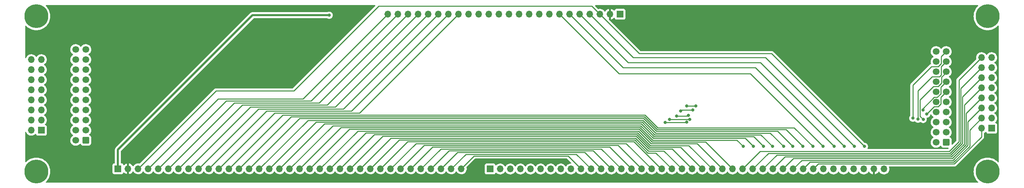
<source format=gbr>
%TF.GenerationSoftware,KiCad,Pcbnew,(6.0.0-0)*%
%TF.CreationDate,2022-03-10T23:18:48-05:00*%
%TF.ProjectId,Backplane-Connector-2022,4261636b-706c-4616-9e65-2d436f6e6e65,rev?*%
%TF.SameCoordinates,Original*%
%TF.FileFunction,Copper,L2,Bot*%
%TF.FilePolarity,Positive*%
%FSLAX46Y46*%
G04 Gerber Fmt 4.6, Leading zero omitted, Abs format (unit mm)*
G04 Created by KiCad (PCBNEW (6.0.0-0)) date 2022-03-10 23:18:48*
%MOMM*%
%LPD*%
G01*
G04 APERTURE LIST*
G04 Aperture macros list*
%AMRoundRect*
0 Rectangle with rounded corners*
0 $1 Rounding radius*
0 $2 $3 $4 $5 $6 $7 $8 $9 X,Y pos of 4 corners*
0 Add a 4 corners polygon primitive as box body*
4,1,4,$2,$3,$4,$5,$6,$7,$8,$9,$2,$3,0*
0 Add four circle primitives for the rounded corners*
1,1,$1+$1,$2,$3*
1,1,$1+$1,$4,$5*
1,1,$1+$1,$6,$7*
1,1,$1+$1,$8,$9*
0 Add four rect primitives between the rounded corners*
20,1,$1+$1,$2,$3,$4,$5,0*
20,1,$1+$1,$4,$5,$6,$7,0*
20,1,$1+$1,$6,$7,$8,$9,0*
20,1,$1+$1,$8,$9,$2,$3,0*%
G04 Aperture macros list end*
%TA.AperFunction,ComponentPad*%
%ADD10R,1.700000X1.700000*%
%TD*%
%TA.AperFunction,ComponentPad*%
%ADD11O,1.700000X1.700000*%
%TD*%
%TA.AperFunction,ComponentPad*%
%ADD12C,0.800000*%
%TD*%
%TA.AperFunction,ComponentPad*%
%ADD13C,6.000000*%
%TD*%
%TA.AperFunction,ComponentPad*%
%ADD14RoundRect,0.250000X0.600000X0.600000X-0.600000X0.600000X-0.600000X-0.600000X0.600000X-0.600000X0*%
%TD*%
%TA.AperFunction,ComponentPad*%
%ADD15C,1.700000*%
%TD*%
%TA.AperFunction,ViaPad*%
%ADD16C,0.800000*%
%TD*%
%TA.AperFunction,Conductor*%
%ADD17C,0.250000*%
%TD*%
%TA.AperFunction,Conductor*%
%ADD18C,0.500000*%
%TD*%
G04 APERTURE END LIST*
D10*
%TO.P,J4,1,Pin_1*%
%TO.N,BUS0*%
X405892000Y-177546000D03*
D11*
%TO.P,J4,2,Pin_2*%
X403352000Y-177546000D03*
%TO.P,J4,3,Pin_3*%
%TO.N,BUS1*%
X405892000Y-175006000D03*
%TO.P,J4,4,Pin_4*%
X403352000Y-175006000D03*
%TO.P,J4,5,Pin_5*%
%TO.N,BUS2*%
X405892000Y-172466000D03*
%TO.P,J4,6,Pin_6*%
X403352000Y-172466000D03*
%TO.P,J4,7,Pin_7*%
%TO.N,BUS3*%
X405892000Y-169926000D03*
%TO.P,J4,8,Pin_8*%
X403352000Y-169926000D03*
%TO.P,J4,9,Pin_9*%
%TO.N,BUS4*%
X405892000Y-167386000D03*
%TO.P,J4,10,Pin_10*%
X403352000Y-167386000D03*
%TO.P,J4,11,Pin_11*%
%TO.N,BUS5*%
X405892000Y-164846000D03*
%TO.P,J4,12,Pin_12*%
X403352000Y-164846000D03*
%TO.P,J4,13,Pin_13*%
%TO.N,BUS6*%
X405892000Y-162306000D03*
%TO.P,J4,14,Pin_14*%
X403352000Y-162306000D03*
%TO.P,J4,15,Pin_15*%
%TO.N,BUS7*%
X405892000Y-159766000D03*
%TO.P,J4,16,Pin_16*%
X403352000Y-159766000D03*
%TD*%
D12*
%TO.P,REF\u002A\u002A,1*%
%TO.N,N/C*%
X164017010Y-150942990D03*
X167198990Y-147761010D03*
D13*
X165608000Y-149352000D03*
D12*
X167858000Y-149352000D03*
X167198990Y-150942990D03*
X165608000Y-151602000D03*
X164017010Y-147761010D03*
X165608000Y-147102000D03*
X163358000Y-149352000D03*
%TD*%
%TO.P,REF\u002A\u002A,1*%
%TO.N,N/C*%
X402626000Y-149352000D03*
X406466990Y-147761010D03*
X403285010Y-150942990D03*
X407126000Y-149352000D03*
D13*
X404876000Y-149352000D03*
D12*
X406466990Y-150942990D03*
X403285010Y-147761010D03*
X404876000Y-147102000D03*
X404876000Y-151602000D03*
%TD*%
D14*
%TO.P,J7,1,Pin_1*%
%TO.N,A0*%
X178054000Y-180594000D03*
D15*
%TO.P,J7,2,Pin_2*%
%TO.N,unconnected-(J7-Pad2)*%
X175514000Y-180594000D03*
%TO.P,J7,3,Pin_3*%
%TO.N,A1*%
X178054000Y-178054000D03*
%TO.P,J7,4,Pin_4*%
%TO.N,unconnected-(J7-Pad4)*%
X175514000Y-178054000D03*
%TO.P,J7,5,Pin_5*%
%TO.N,A2*%
X178054000Y-175514000D03*
%TO.P,J7,6,Pin_6*%
%TO.N,unconnected-(J7-Pad6)*%
X175514000Y-175514000D03*
%TO.P,J7,7,Pin_7*%
%TO.N,A3*%
X178054000Y-172974000D03*
%TO.P,J7,8,Pin_8*%
%TO.N,unconnected-(J7-Pad8)*%
X175514000Y-172974000D03*
%TO.P,J7,9,Pin_9*%
%TO.N,A4*%
X178054000Y-170434000D03*
%TO.P,J7,10,Pin_10*%
%TO.N,A15*%
X175514000Y-170434000D03*
%TO.P,J7,11,Pin_11*%
%TO.N,A5*%
X178054000Y-167894000D03*
%TO.P,J7,12,Pin_12*%
%TO.N,A14*%
X175514000Y-167894000D03*
%TO.P,J7,13,Pin_13*%
%TO.N,A6*%
X178054000Y-165354000D03*
%TO.P,J7,14,Pin_14*%
%TO.N,A13*%
X175514000Y-165354000D03*
%TO.P,J7,15,Pin_15*%
%TO.N,A7*%
X178054000Y-162814000D03*
%TO.P,J7,16,Pin_16*%
%TO.N,A12*%
X175514000Y-162814000D03*
%TO.P,J7,17,Pin_17*%
%TO.N,A8*%
X178054000Y-160274000D03*
%TO.P,J7,18,Pin_18*%
%TO.N,A11*%
X175514000Y-160274000D03*
%TO.P,J7,19,Pin_19*%
%TO.N,A9*%
X178054000Y-157734000D03*
%TO.P,J7,20,Pin_20*%
%TO.N,A10*%
X175514000Y-157734000D03*
%TD*%
D12*
%TO.P,REF\u002A\u002A,1*%
%TO.N,N/C*%
X406466990Y-186877010D03*
X403285010Y-190058990D03*
X407126000Y-188468000D03*
X406466990Y-190058990D03*
X404876000Y-190718000D03*
X404876000Y-186218000D03*
X402626000Y-188468000D03*
X403285010Y-186877010D03*
D13*
X404876000Y-188468000D03*
%TD*%
D14*
%TO.P,J6,1,Pin_1*%
%TO.N,A0*%
X394462000Y-181102000D03*
D15*
%TO.P,J6,2,Pin_2*%
%TO.N,unconnected-(J6-Pad2)*%
X391922000Y-181102000D03*
%TO.P,J6,3,Pin_3*%
%TO.N,A1*%
X394462000Y-178562000D03*
%TO.P,J6,4,Pin_4*%
%TO.N,unconnected-(J6-Pad4)*%
X391922000Y-178562000D03*
%TO.P,J6,5,Pin_5*%
%TO.N,A2*%
X394462000Y-176022000D03*
%TO.P,J6,6,Pin_6*%
%TO.N,unconnected-(J6-Pad6)*%
X391922000Y-176022000D03*
%TO.P,J6,7,Pin_7*%
%TO.N,A3*%
X394462000Y-173482000D03*
%TO.P,J6,8,Pin_8*%
%TO.N,unconnected-(J6-Pad8)*%
X391922000Y-173482000D03*
%TO.P,J6,9,Pin_9*%
%TO.N,A4*%
X394462000Y-170942000D03*
%TO.P,J6,10,Pin_10*%
%TO.N,A15*%
X391922000Y-170942000D03*
%TO.P,J6,11,Pin_11*%
%TO.N,A5*%
X394462000Y-168402000D03*
%TO.P,J6,12,Pin_12*%
%TO.N,A14*%
X391922000Y-168402000D03*
%TO.P,J6,13,Pin_13*%
%TO.N,A6*%
X394462000Y-165862000D03*
%TO.P,J6,14,Pin_14*%
%TO.N,A13*%
X391922000Y-165862000D03*
%TO.P,J6,15,Pin_15*%
%TO.N,A7*%
X394462000Y-163322000D03*
%TO.P,J6,16,Pin_16*%
%TO.N,A12*%
X391922000Y-163322000D03*
%TO.P,J6,17,Pin_17*%
%TO.N,A8*%
X394462000Y-160782000D03*
%TO.P,J6,18,Pin_18*%
%TO.N,A11*%
X391922000Y-160782000D03*
%TO.P,J6,19,Pin_19*%
%TO.N,A9*%
X394462000Y-158242000D03*
%TO.P,J6,20,Pin_20*%
%TO.N,A10*%
X391922000Y-158242000D03*
%TD*%
D10*
%TO.P,J5,1,Pin_1*%
%TO.N,~{ASSERT_STACK_SEG}*%
X279760759Y-187808242D03*
D11*
%TO.P,J5,2,Pin_2*%
%TO.N,~{EN_STACK_SEG}*%
X282300759Y-187808242D03*
%TO.P,J5,3,Pin_3*%
%TO.N,~{LATCH_STACK_SEG}*%
X284840759Y-187808242D03*
%TO.P,J5,4,Pin_4*%
%TO.N,~{ASSERT_DATA_SEG}*%
X287380759Y-187808242D03*
%TO.P,J5,5,Pin_5*%
%TO.N,~{EN_DATA_SEG}*%
X289920759Y-187808242D03*
%TO.P,J5,6,Pin_6*%
%TO.N,~{LATCH_DATA_SEG}*%
X292460759Y-187808242D03*
%TO.P,J5,7,Pin_7*%
%TO.N,~{ASSERT_CODE_SEG}*%
X295000759Y-187808242D03*
%TO.P,J5,8,Pin_8*%
%TO.N,~{EN_CODE_SEG}*%
X297540759Y-187808242D03*
%TO.P,J5,9,Pin_9*%
%TO.N,~{LATCH_CODE_SEG}*%
X300080759Y-187808242D03*
%TO.P,J5,10,Pin_10*%
%TO.N,A15*%
X302620759Y-187808242D03*
%TO.P,J5,11,Pin_11*%
%TO.N,A14*%
X305160759Y-187808242D03*
%TO.P,J5,12,Pin_12*%
%TO.N,A13*%
X307700759Y-187808242D03*
%TO.P,J5,13,Pin_13*%
%TO.N,A12*%
X310240759Y-187808242D03*
%TO.P,J5,14,Pin_14*%
%TO.N,A11*%
X312780759Y-187808242D03*
%TO.P,J5,15,Pin_15*%
%TO.N,A10*%
X315320759Y-187808242D03*
%TO.P,J5,16,Pin_16*%
%TO.N,A9*%
X317860759Y-187808242D03*
%TO.P,J5,17,Pin_17*%
%TO.N,A8*%
X320400759Y-187808242D03*
%TO.P,J5,18,Pin_18*%
%TO.N,A7*%
X322940759Y-187808242D03*
%TO.P,J5,19,Pin_19*%
%TO.N,A6*%
X325480759Y-187808242D03*
%TO.P,J5,20,Pin_20*%
%TO.N,A5*%
X328020759Y-187808242D03*
%TO.P,J5,21,Pin_21*%
%TO.N,A4*%
X330560759Y-187808242D03*
%TO.P,J5,22,Pin_22*%
%TO.N,A3*%
X333100759Y-187808242D03*
%TO.P,J5,23,Pin_23*%
%TO.N,A2*%
X335640759Y-187808242D03*
%TO.P,J5,24,Pin_24*%
%TO.N,A1*%
X338180759Y-187808242D03*
%TO.P,J5,25,Pin_25*%
%TO.N,A0*%
X340720759Y-187808242D03*
%TO.P,J5,26,Pin_26*%
%TO.N,BUS7*%
X343260759Y-187808242D03*
%TO.P,J5,27,Pin_27*%
%TO.N,BUS6*%
X345800759Y-187808242D03*
%TO.P,J5,28,Pin_28*%
%TO.N,BUS5*%
X348340759Y-187808242D03*
%TO.P,J5,29,Pin_29*%
%TO.N,BUS4*%
X350880759Y-187808242D03*
%TO.P,J5,30,Pin_30*%
%TO.N,BUS3*%
X353420759Y-187808242D03*
%TO.P,J5,31,Pin_31*%
%TO.N,BUS2*%
X355960759Y-187808242D03*
%TO.P,J5,32,Pin_32*%
%TO.N,BUS1*%
X358500759Y-187808242D03*
%TO.P,J5,33,Pin_33*%
%TO.N,BUS0*%
X361040759Y-187808242D03*
%TO.P,J5,34,Pin_34*%
%TO.N,~{MEM_WRITE}*%
X363580759Y-187808242D03*
%TO.P,J5,35,Pin_35*%
%TO.N,~{MEM_READ}*%
X366120759Y-187808242D03*
%TO.P,J5,36,Pin_36*%
%TO.N,~{MEM_LATCH_MAR}*%
X368660759Y-187808242D03*
%TO.P,J5,37,Pin_37*%
%TO.N,RESET*%
X371200759Y-187808242D03*
%TO.P,J5,38,Pin_38*%
%TO.N,CLOCK*%
X373740759Y-187808242D03*
%TO.P,J5,39,Pin_39*%
%TO.N,GND*%
X376280759Y-187808242D03*
%TO.P,J5,40,Pin_40*%
%TO.N,VCC*%
X378820759Y-187808242D03*
%TD*%
D10*
%TO.P,J3,1,Pin_1*%
%TO.N,BUS0*%
X166878000Y-178054000D03*
D11*
%TO.P,J3,2,Pin_2*%
X164338000Y-178054000D03*
%TO.P,J3,3,Pin_3*%
%TO.N,BUS1*%
X166878000Y-175514000D03*
%TO.P,J3,4,Pin_4*%
X164338000Y-175514000D03*
%TO.P,J3,5,Pin_5*%
%TO.N,BUS2*%
X166878000Y-172974000D03*
%TO.P,J3,6,Pin_6*%
X164338000Y-172974000D03*
%TO.P,J3,7,Pin_7*%
%TO.N,BUS3*%
X166878000Y-170434000D03*
%TO.P,J3,8,Pin_8*%
X164338000Y-170434000D03*
%TO.P,J3,9,Pin_9*%
%TO.N,BUS4*%
X166878000Y-167894000D03*
%TO.P,J3,10,Pin_10*%
X164338000Y-167894000D03*
%TO.P,J3,11,Pin_11*%
%TO.N,BUS5*%
X166878000Y-165354000D03*
%TO.P,J3,12,Pin_12*%
X164338000Y-165354000D03*
%TO.P,J3,13,Pin_13*%
%TO.N,BUS6*%
X166878000Y-162814000D03*
%TO.P,J3,14,Pin_14*%
X164338000Y-162814000D03*
%TO.P,J3,15,Pin_15*%
%TO.N,BUS7*%
X166878000Y-160274000D03*
%TO.P,J3,16,Pin_16*%
X164338000Y-160274000D03*
%TD*%
D10*
%TO.P,J2,1,Pin_1*%
%TO.N,VCC*%
X186147323Y-187751242D03*
D11*
%TO.P,J2,2,Pin_2*%
%TO.N,GND*%
X188687323Y-187751242D03*
%TO.P,J2,3,Pin_3*%
%TO.N,CLOCK*%
X191227323Y-187751242D03*
%TO.P,J2,4,Pin_4*%
%TO.N,~{CONTROL7}*%
X193767323Y-187751242D03*
%TO.P,J2,5,Pin_5*%
%TO.N,CONTROL6*%
X196307323Y-187751242D03*
%TO.P,J2,6,Pin_6*%
%TO.N,CONTROL5*%
X198847323Y-187751242D03*
%TO.P,J2,7,Pin_7*%
%TO.N,CONTROL4*%
X201387323Y-187751242D03*
%TO.P,J2,8,Pin_8*%
%TO.N,CONTROL3*%
X203927323Y-187751242D03*
%TO.P,J2,9,Pin_9*%
%TO.N,CONTROL2*%
X206467323Y-187751242D03*
%TO.P,J2,10,Pin_10*%
%TO.N,CONTROL1*%
X209007323Y-187751242D03*
%TO.P,J2,11,Pin_11*%
%TO.N,CONTROL0*%
X211547323Y-187751242D03*
%TO.P,J2,12,Pin_12*%
%TO.N,BUS0*%
X214087323Y-187751242D03*
%TO.P,J2,13,Pin_13*%
%TO.N,BUS1*%
X216627323Y-187751242D03*
%TO.P,J2,14,Pin_14*%
%TO.N,BUS2*%
X219167323Y-187751242D03*
%TO.P,J2,15,Pin_15*%
%TO.N,BUS3*%
X221707323Y-187751242D03*
%TO.P,J2,16,Pin_16*%
%TO.N,BUS4*%
X224247323Y-187751242D03*
%TO.P,J2,17,Pin_17*%
%TO.N,BUS5*%
X226787323Y-187751242D03*
%TO.P,J2,18,Pin_18*%
%TO.N,BUS6*%
X229327323Y-187751242D03*
%TO.P,J2,19,Pin_19*%
%TO.N,BUS7*%
X231867323Y-187751242D03*
%TO.P,J2,20,Pin_20*%
%TO.N,A0*%
X234407323Y-187751242D03*
%TO.P,J2,21,Pin_21*%
%TO.N,A1*%
X236947323Y-187751242D03*
%TO.P,J2,22,Pin_22*%
%TO.N,A2*%
X239487323Y-187751242D03*
%TO.P,J2,23,Pin_23*%
%TO.N,A3*%
X242027323Y-187751242D03*
%TO.P,J2,24,Pin_24*%
%TO.N,A4*%
X244567323Y-187751242D03*
%TO.P,J2,25,Pin_25*%
%TO.N,A5*%
X247107323Y-187751242D03*
%TO.P,J2,26,Pin_26*%
%TO.N,A6*%
X249647323Y-187751242D03*
%TO.P,J2,27,Pin_27*%
%TO.N,A7*%
X252187323Y-187751242D03*
%TO.P,J2,28,Pin_28*%
%TO.N,A8*%
X254727323Y-187751242D03*
%TO.P,J2,29,Pin_29*%
%TO.N,A9*%
X257267323Y-187751242D03*
%TO.P,J2,30,Pin_30*%
%TO.N,A10*%
X259807323Y-187751242D03*
%TO.P,J2,31,Pin_31*%
%TO.N,A11*%
X262347323Y-187751242D03*
%TO.P,J2,32,Pin_32*%
%TO.N,A12*%
X264887323Y-187751242D03*
%TO.P,J2,33,Pin_33*%
%TO.N,A13*%
X267427323Y-187751242D03*
%TO.P,J2,34,Pin_34*%
%TO.N,A14*%
X269967323Y-187751242D03*
%TO.P,J2,35,Pin_35*%
%TO.N,A15*%
X272507323Y-187751242D03*
%TD*%
D12*
%TO.P,REF\u002A\u002A,1*%
%TO.N,N/C*%
X165608000Y-186218000D03*
X165608000Y-190718000D03*
X167198990Y-190058990D03*
X163358000Y-188468000D03*
X167858000Y-188468000D03*
X167198990Y-186877010D03*
X164017010Y-186877010D03*
X164017010Y-190058990D03*
D13*
X165608000Y-188468000D03*
%TD*%
D10*
%TO.P,J1,1,Pin_1*%
%TO.N,VCC*%
X312420000Y-148844000D03*
D11*
%TO.P,J1,2,Pin_2*%
%TO.N,GND*%
X309880000Y-148844000D03*
%TO.P,J1,3,Pin_3*%
%TO.N,CLOCK*%
X307340000Y-148844000D03*
%TO.P,J1,4,Pin_4*%
%TO.N,RESET*%
X304800000Y-148844000D03*
%TO.P,J1,5,Pin_5*%
%TO.N,~{MEM_LATCH_MAR}*%
X302260000Y-148844000D03*
%TO.P,J1,6,Pin_6*%
%TO.N,~{MEM_READ}*%
X299720000Y-148844000D03*
%TO.P,J1,7,Pin_7*%
%TO.N,~{MEM_WRITE}*%
X297180000Y-148844000D03*
%TO.P,J1,8,Pin_8*%
%TO.N,~{LATCH_CODE_SEG}*%
X294640000Y-148844000D03*
%TO.P,J1,9,Pin_9*%
%TO.N,~{EN_CODE_SEG}*%
X292100000Y-148844000D03*
%TO.P,J1,10,Pin_10*%
%TO.N,~{ASSERT_CODE_SEG}*%
X289560000Y-148844000D03*
%TO.P,J1,11,Pin_11*%
%TO.N,~{LATCH_DATA_SEG}*%
X287020000Y-148844000D03*
%TO.P,J1,12,Pin_12*%
%TO.N,~{EN_DATA_SEG}*%
X284480000Y-148844000D03*
%TO.P,J1,13,Pin_13*%
%TO.N,~{ASSERT_DATA_SEG}*%
X281940000Y-148844000D03*
%TO.P,J1,14,Pin_14*%
%TO.N,~{LATCH_STACK_SEG}*%
X279400000Y-148844000D03*
%TO.P,J1,15,Pin_15*%
%TO.N,~{EN_STACK_SEG}*%
X276860000Y-148844000D03*
%TO.P,J1,16,Pin_16*%
%TO.N,~{ASSERT_STACK_SEG}*%
X274320000Y-148844000D03*
%TO.P,J1,17,Pin_17*%
%TO.N,CONTROL0*%
X271780000Y-148844000D03*
%TO.P,J1,18,Pin_18*%
%TO.N,CONTROL1*%
X269240000Y-148844000D03*
%TO.P,J1,19,Pin_19*%
%TO.N,CONTROL2*%
X266700000Y-148844000D03*
%TO.P,J1,20,Pin_20*%
%TO.N,CONTROL3*%
X264160000Y-148844000D03*
%TO.P,J1,21,Pin_21*%
%TO.N,CONTROL4*%
X261620000Y-148844000D03*
%TO.P,J1,22,Pin_22*%
%TO.N,CONTROL5*%
X259080000Y-148844000D03*
%TO.P,J1,23,Pin_23*%
%TO.N,CONTROL6*%
X256540000Y-148844000D03*
%TO.P,J1,24,Pin_24*%
%TO.N,~{CONTROL7}*%
X254000000Y-148844000D03*
%TD*%
D16*
%TO.N,~{MEM_LATCH_MAR}*%
X368808000Y-182118000D03*
%TO.N,~{MEM_READ}*%
X366268000Y-182118000D03*
%TO.N,~{MEM_WRITE}*%
X363474000Y-182118000D03*
%TO.N,RESET*%
X371348000Y-182118000D03*
%TO.N,CLOCK*%
X373888000Y-182118000D03*
%TO.N,VCC*%
X239268000Y-149098000D03*
%TO.N,BUS0*%
X360934000Y-182118000D03*
%TO.N,BUS1*%
X358394000Y-182118000D03*
%TO.N,BUS2*%
X355854000Y-182118000D03*
%TO.N,BUS3*%
X353568000Y-182118000D03*
%TO.N,BUS4*%
X350774000Y-182118000D03*
%TO.N,BUS5*%
X348488000Y-182118000D03*
%TO.N,BUS6*%
X345948000Y-182118000D03*
%TO.N,BUS7*%
X343408000Y-182118000D03*
%TO.N,A15*%
X329184000Y-176022000D03*
X323794392Y-176077607D03*
%TO.N,A14*%
X324866000Y-175353107D03*
X329940050Y-175297500D03*
%TO.N,A13*%
X326644000Y-174498000D03*
X329646121Y-174342194D03*
%TO.N,A12*%
X327660000Y-173228000D03*
X330708000Y-172974000D03*
%TO.N,A11*%
X331447725Y-171971676D03*
X329184000Y-171958000D03*
%TO.N,A9*%
X386080000Y-175006000D03*
%TO.N,A8*%
X387350000Y-175260000D03*
%TO.N,A7*%
X388674450Y-175320792D03*
%TO.N,A6*%
X388620000Y-172974000D03*
%TO.N,A5*%
X389573478Y-173985700D03*
%TD*%
D17*
%TO.N,~{MEM_LATCH_MAR}*%
X347726000Y-161036000D02*
X314452000Y-161036000D01*
X314452000Y-161036000D02*
X302260000Y-148844000D01*
X368808000Y-182118000D02*
X347726000Y-161036000D01*
%TO.N,~{MEM_READ}*%
X313182000Y-162306000D02*
X346456000Y-162306000D01*
X299720000Y-148844000D02*
X313182000Y-162306000D01*
X346456000Y-162306000D02*
X366268000Y-182118000D01*
%TO.N,~{MEM_WRITE}*%
X312166000Y-163830000D02*
X297180000Y-148844000D01*
X345186000Y-163830000D02*
X312166000Y-163830000D01*
X363474000Y-182118000D02*
X345186000Y-163830000D01*
%TO.N,RESET*%
X304800000Y-148844000D02*
X315722000Y-159766000D01*
X315722000Y-159766000D02*
X329438000Y-159766000D01*
X329438000Y-159766000D02*
X348996000Y-159766000D01*
X348996000Y-159766000D02*
X371348000Y-182118000D01*
%TO.N,CLOCK*%
X317246000Y-158750000D02*
X307340000Y-148844000D01*
X210830565Y-168148000D02*
X230378000Y-168148000D01*
X350520000Y-158750000D02*
X317246000Y-158750000D01*
X305308000Y-146812000D02*
X307340000Y-148844000D01*
X191227323Y-187751242D02*
X210830565Y-168148000D01*
X230378000Y-168148000D02*
X251714000Y-146812000D01*
X373888000Y-182118000D02*
X350520000Y-158750000D01*
X251714000Y-146812000D02*
X305308000Y-146812000D01*
D18*
%TO.N,VCC*%
X186147323Y-182914677D02*
X201422000Y-167640000D01*
X186147323Y-187751242D02*
X186147323Y-182914677D01*
X201422000Y-167640000D02*
X219964000Y-149098000D01*
X219964000Y-149098000D02*
X239268000Y-149098000D01*
D17*
%TO.N,~{CONTROL7}*%
X254000000Y-148844000D02*
X232664000Y-170180000D01*
X211338565Y-170180000D02*
X193767323Y-187751242D01*
X232664000Y-170180000D02*
X211338565Y-170180000D01*
%TO.N,CONTROL6*%
X213370565Y-170688000D02*
X196307323Y-187751242D01*
X234696000Y-170688000D02*
X213370565Y-170688000D01*
X256540000Y-148844000D02*
X234696000Y-170688000D01*
%TO.N,CONTROL5*%
X215402565Y-171196000D02*
X198847323Y-187751242D01*
X236728000Y-171196000D02*
X215402565Y-171196000D01*
X259080000Y-148844000D02*
X236728000Y-171196000D01*
%TO.N,CONTROL4*%
X217434565Y-171704000D02*
X201387323Y-187751242D01*
X238760000Y-171704000D02*
X217434565Y-171704000D01*
X261620000Y-148844000D02*
X238760000Y-171704000D01*
%TO.N,CONTROL3*%
X264160000Y-148844000D02*
X240792000Y-172212000D01*
X219466565Y-172212000D02*
X203927323Y-187751242D01*
X240792000Y-172212000D02*
X219466565Y-172212000D01*
%TO.N,CONTROL2*%
X221498565Y-172720000D02*
X206467323Y-187751242D01*
X266700000Y-148844000D02*
X242824000Y-172720000D01*
X242824000Y-172720000D02*
X221498565Y-172720000D01*
%TO.N,CONTROL1*%
X269240000Y-148844000D02*
X244856000Y-173228000D01*
X223530565Y-173228000D02*
X209007323Y-187751242D01*
X244856000Y-173228000D02*
X223530565Y-173228000D01*
%TO.N,CONTROL0*%
X225562565Y-173736000D02*
X211547323Y-187751242D01*
X271780000Y-148844000D02*
X246888000Y-173736000D01*
X246888000Y-173736000D02*
X225562565Y-173736000D01*
%TO.N,BUS0*%
X403352000Y-179709928D02*
X396527354Y-186534574D01*
X396527354Y-186534574D02*
X362314427Y-186534574D01*
X403352000Y-177546000D02*
X403352000Y-179709928D01*
X318728280Y-174202280D02*
X321934980Y-177408980D01*
X321934980Y-177408980D02*
X356224980Y-177408980D01*
X362314427Y-186534574D02*
X361040759Y-187808242D01*
X214087323Y-187751242D02*
X227636285Y-174202280D01*
X227636285Y-174202280D02*
X318728280Y-174202280D01*
X356224980Y-177408980D02*
X360934000Y-182118000D01*
%TO.N,BUS1*%
X318542087Y-174651791D02*
X229726775Y-174651790D01*
X354134491Y-177858491D02*
X321748786Y-177858490D01*
X321748786Y-177858490D02*
X318542087Y-174651791D01*
X396341161Y-186085063D02*
X400362487Y-182063737D01*
X358500759Y-187808242D02*
X360223938Y-186085063D01*
X358394000Y-182118000D02*
X354134491Y-177858491D01*
X229726775Y-174651790D02*
X216627323Y-187751242D01*
X400362487Y-177995513D02*
X403352000Y-175006000D01*
X400362487Y-182063737D02*
X400362487Y-177995513D01*
X360223938Y-186085063D02*
X396341161Y-186085063D01*
%TO.N,BUS2*%
X231817264Y-175101301D02*
X318355894Y-175101302D01*
X396154967Y-185635553D02*
X358133448Y-185635553D01*
X358133448Y-185635553D02*
X355960759Y-187808242D01*
X318355894Y-175101302D02*
X321562593Y-178308001D01*
X219167323Y-187751242D02*
X231817264Y-175101301D01*
X399912978Y-175905022D02*
X399912976Y-181877544D01*
X352044001Y-178308001D02*
X355854000Y-182118000D01*
X321562593Y-178308001D02*
X352044001Y-178308001D01*
X403352000Y-172466000D02*
X399912978Y-175905022D01*
X399912976Y-181877544D02*
X396154967Y-185635553D01*
%TO.N,BUS3*%
X233907752Y-175550813D02*
X221707323Y-187751242D01*
X318169701Y-175550813D02*
X233907752Y-175550813D01*
X356042959Y-185186042D02*
X395968774Y-185186042D01*
X353568000Y-182118000D02*
X350207512Y-178757512D01*
X395968774Y-185186042D02*
X399463466Y-181691350D01*
X399463466Y-181691350D02*
X399463466Y-173814534D01*
X321376399Y-178757511D02*
X318169701Y-175550813D01*
X350207512Y-178757512D02*
X321376399Y-178757511D01*
X353420759Y-187808242D02*
X356042959Y-185186042D01*
X399463466Y-173814534D02*
X403352000Y-169926000D01*
%TO.N,BUS4*%
X399013956Y-171724044D02*
X399013955Y-181505157D01*
X317983508Y-176000324D02*
X321190206Y-179207022D01*
X399013955Y-181505157D02*
X395782580Y-184736532D01*
X395782580Y-184736532D02*
X353952469Y-184736532D01*
X224247323Y-187751242D02*
X235998241Y-176000324D01*
X321190206Y-179207022D02*
X347863023Y-179207023D01*
X403352000Y-167386000D02*
X399013956Y-171724044D01*
X347863023Y-179207023D02*
X350774000Y-182118000D01*
X235998241Y-176000324D02*
X317983508Y-176000324D01*
X353952469Y-184736532D02*
X350880759Y-187808242D01*
%TO.N,BUS5*%
X346026534Y-179656534D02*
X321004013Y-179656533D01*
X398564444Y-181318964D02*
X398564445Y-169633555D01*
X321004013Y-179656533D02*
X317797315Y-176449835D01*
X238088730Y-176449835D02*
X226787323Y-187751242D01*
X348340759Y-187808242D02*
X351861980Y-184287021D01*
X395596387Y-184287021D02*
X398564444Y-181318964D01*
X348488000Y-182118000D02*
X346026534Y-179656534D01*
X398564445Y-169633555D02*
X403352000Y-164846000D01*
X317797315Y-176449835D02*
X238088730Y-176449835D01*
X351861980Y-184287021D02*
X395596387Y-184287021D01*
%TO.N,BUS6*%
X395410193Y-183837511D02*
X349771491Y-183837510D01*
X240179219Y-176899346D02*
X317611122Y-176899346D01*
X349771491Y-183837510D02*
X345800759Y-187808242D01*
X398114933Y-181132771D02*
X395410193Y-183837511D01*
X229327323Y-187751242D02*
X240179219Y-176899346D01*
X320817820Y-180106044D02*
X343936045Y-180106045D01*
X398114934Y-167543066D02*
X398114933Y-181132771D01*
X343936045Y-180106045D02*
X345948000Y-182118000D01*
X403352000Y-162306000D02*
X398114934Y-167543066D01*
X317611122Y-176899346D02*
X320817820Y-180106044D01*
%TO.N,BUS7*%
X395224000Y-183388000D02*
X347681001Y-183388000D01*
X397665423Y-165452577D02*
X397665423Y-180946577D01*
X341845556Y-180555556D02*
X320631627Y-180555555D01*
X343408000Y-182118000D02*
X341845556Y-180555556D01*
X320631627Y-180555555D02*
X317424929Y-177348857D01*
X242269708Y-177348857D02*
X231867323Y-187751242D01*
X403352000Y-159766000D02*
X397665423Y-165452577D01*
X347681001Y-183388000D02*
X343260759Y-187808242D01*
X317424929Y-177348857D02*
X242269708Y-177348857D01*
X397665423Y-180946577D02*
X395224000Y-183388000D01*
%TO.N,A15*%
X302620759Y-187808242D02*
X299353546Y-184541029D01*
X329128393Y-176077607D02*
X329184000Y-176022000D01*
X299353546Y-184541029D02*
X275717542Y-184541023D01*
X323794392Y-176077607D02*
X329128393Y-176077607D01*
X275717542Y-184541023D02*
X272507323Y-187751242D01*
%TO.N,A14*%
X301444036Y-184091519D02*
X305160759Y-187808242D01*
X273627046Y-184091519D02*
X301444036Y-184091519D01*
X269967323Y-187751242D02*
X273627046Y-184091519D01*
X324921608Y-175297499D02*
X329940050Y-175297500D01*
X324866000Y-175353107D02*
X324921608Y-175297499D01*
%TO.N,A13*%
X303534526Y-183642009D02*
X271536565Y-183642000D01*
X326644000Y-174498000D02*
X329490315Y-174498000D01*
X329490315Y-174498000D02*
X329646121Y-174342194D01*
X271536565Y-183642000D02*
X267427323Y-187751242D01*
X307700759Y-187808242D02*
X303534526Y-183642009D01*
%TO.N,A12*%
X330708000Y-172974000D02*
X327914000Y-172974000D01*
X305625016Y-183192499D02*
X310240759Y-187808242D01*
X264887323Y-187751242D02*
X269446066Y-183192499D01*
X327914000Y-172974000D02*
X327660000Y-173228000D01*
X269446066Y-183192499D02*
X305625016Y-183192499D01*
%TO.N,A11*%
X267355586Y-182742979D02*
X262347323Y-187751242D01*
X331434049Y-171958000D02*
X331447725Y-171971676D01*
X312780759Y-187808242D02*
X307715506Y-182742989D01*
X329184000Y-171958000D02*
X331434049Y-171958000D01*
X307715506Y-182742989D02*
X267355586Y-182742979D01*
%TO.N,A10*%
X265265096Y-182293469D02*
X309805995Y-182293478D01*
X259807323Y-187751242D02*
X265265096Y-182293469D01*
X309805995Y-182293478D02*
X315320759Y-187808242D01*
%TO.N,A9*%
X393192000Y-161290000D02*
X392430000Y-162052000D01*
X390710495Y-162052000D02*
X386080000Y-166682495D01*
X317860759Y-187808242D02*
X311896484Y-181843967D01*
X392430000Y-162052000D02*
X390710495Y-162052000D01*
X393192000Y-159512000D02*
X393192000Y-161290000D01*
X311896484Y-181843967D02*
X263174607Y-181843958D01*
X394462000Y-158242000D02*
X393192000Y-159512000D01*
X263174607Y-181843958D02*
X257267323Y-187751242D01*
X386080000Y-166682495D02*
X386080000Y-175006000D01*
%TO.N,A8*%
X393192000Y-164152505D02*
X392752505Y-164592000D01*
X261084117Y-181394448D02*
X313986973Y-181394456D01*
X387350000Y-168148000D02*
X387350000Y-175260000D01*
X254727323Y-187751242D02*
X261084117Y-181394448D01*
X393192000Y-162052000D02*
X393192000Y-164152505D01*
X390906000Y-164592000D02*
X387350000Y-168148000D01*
X313986973Y-181394456D02*
X320400759Y-187808242D01*
X394462000Y-160782000D02*
X393192000Y-162052000D01*
X392752505Y-164592000D02*
X390906000Y-164592000D01*
%TO.N,A7*%
X393287489Y-166157521D02*
X393287489Y-164692720D01*
X322798682Y-187808242D02*
X315935385Y-180944945D01*
X394462000Y-163518209D02*
X394462000Y-163322000D01*
X393287489Y-164692720D02*
X394462000Y-163518209D01*
X391255489Y-167036511D02*
X392408499Y-167036511D01*
X388674450Y-175320792D02*
X387895499Y-174541841D01*
X392408499Y-167036511D02*
X393287489Y-166157521D01*
X387895499Y-174541841D02*
X387895499Y-170396501D01*
X387895499Y-170396501D02*
X391255489Y-167036511D01*
X315935385Y-180944945D02*
X258993620Y-180944945D01*
X258993620Y-180944945D02*
X252187323Y-187751242D01*
X322940759Y-187808242D02*
X322798682Y-187808242D01*
%TO.N,A6*%
X394462000Y-165862000D02*
X393096511Y-167227489D01*
X316121578Y-180495434D02*
X319401757Y-183775613D01*
X391435501Y-169767489D02*
X388620000Y-172582990D01*
X393096511Y-168888499D02*
X392217521Y-169767489D01*
X249647323Y-187751242D02*
X256903131Y-180495434D01*
X321448130Y-183775613D02*
X325480759Y-187808242D01*
X388620000Y-172582990D02*
X388620000Y-172974000D01*
X319401757Y-183775613D02*
X321448130Y-183775613D01*
X256903131Y-180495434D02*
X316121578Y-180495434D01*
X392217521Y-169767489D02*
X391435501Y-169767489D01*
X393096511Y-167227489D02*
X393096511Y-168888499D01*
%TO.N,A5*%
X394462000Y-168402000D02*
X393096511Y-169767489D01*
X393096511Y-171428499D02*
X392408499Y-172116511D01*
X393096511Y-169767489D02*
X393096511Y-171428499D01*
X316307771Y-180045923D02*
X254812642Y-180045923D01*
X323465136Y-183252619D02*
X319514467Y-183252619D01*
X391442667Y-172116511D02*
X389573478Y-173985700D01*
X392408499Y-172116511D02*
X391442667Y-172116511D01*
X319514467Y-183252619D02*
X316307771Y-180045923D01*
X328020759Y-187808242D02*
X323465136Y-183252619D01*
X254812642Y-180045923D02*
X247107323Y-187751242D01*
%TO.N,A4*%
X244567323Y-187751242D02*
X252722153Y-179596412D01*
X325555633Y-182803116D02*
X330560759Y-187808242D01*
X316493964Y-179596412D02*
X319700668Y-182803116D01*
X252722153Y-179596412D02*
X316493964Y-179596412D01*
X319700668Y-182803116D02*
X325555633Y-182803116D01*
%TO.N,A3*%
X333100759Y-187808242D02*
X327646116Y-182353599D01*
X250631664Y-179146901D02*
X242027323Y-187751242D01*
X319886854Y-182353598D02*
X316680157Y-179146901D01*
X316680157Y-179146901D02*
X250631664Y-179146901D01*
X327646116Y-182353599D02*
X319886854Y-182353598D01*
%TO.N,A2*%
X320073047Y-181904087D02*
X329736605Y-181904088D01*
X239487323Y-187751242D02*
X248541175Y-178697390D01*
X329736605Y-181904088D02*
X335640759Y-187808242D01*
X316866350Y-178697390D02*
X320073047Y-181904087D01*
X248541175Y-178697390D02*
X316866350Y-178697390D01*
%TO.N,A1*%
X338180759Y-187808242D02*
X331827094Y-181454577D01*
X331827094Y-181454577D02*
X320259240Y-181454576D01*
X317052543Y-178247879D02*
X246450686Y-178247879D01*
X246450686Y-178247879D02*
X236947323Y-187751242D01*
X320259240Y-181454576D02*
X317052543Y-178247879D01*
%TO.N,A0*%
X244360197Y-177798368D02*
X317238736Y-177798368D01*
X317238736Y-177798368D02*
X320445434Y-181005066D01*
X320445434Y-181005066D02*
X333917583Y-181005066D01*
X234407323Y-187751242D02*
X244360197Y-177798368D01*
X333917583Y-181005066D02*
X340720759Y-187808242D01*
%TD*%
%TA.AperFunction,Conductor*%
%TO.N,GND*%
G36*
X250836027Y-146578002D02*
G01*
X250882520Y-146631658D01*
X250892624Y-146701932D01*
X250863130Y-146766512D01*
X250857001Y-146773095D01*
X240410565Y-157219530D01*
X230152500Y-167477595D01*
X230090188Y-167511621D01*
X230063405Y-167514500D01*
X210909333Y-167514500D01*
X210898150Y-167513973D01*
X210890657Y-167512298D01*
X210882731Y-167512547D01*
X210882730Y-167512547D01*
X210822567Y-167514438D01*
X210818609Y-167514500D01*
X210790709Y-167514500D01*
X210786719Y-167515004D01*
X210774885Y-167515936D01*
X210730676Y-167517326D01*
X210723062Y-167519538D01*
X210723057Y-167519539D01*
X210711224Y-167522977D01*
X210691861Y-167526988D01*
X210671768Y-167529526D01*
X210664401Y-167532443D01*
X210664396Y-167532444D01*
X210630657Y-167545802D01*
X210619430Y-167549646D01*
X210576972Y-167561982D01*
X210570146Y-167566019D01*
X210559537Y-167572293D01*
X210541789Y-167580988D01*
X210522948Y-167588448D01*
X210516532Y-167593110D01*
X210516531Y-167593110D01*
X210487178Y-167614436D01*
X210477258Y-167620952D01*
X210446030Y-167639420D01*
X210446027Y-167639422D01*
X210439203Y-167643458D01*
X210424882Y-167657779D01*
X210409849Y-167670619D01*
X210393458Y-167682528D01*
X210388407Y-167688634D01*
X210365267Y-167716605D01*
X210357277Y-167725384D01*
X191684668Y-186397992D01*
X191622356Y-186432018D01*
X191573477Y-186432944D01*
X191360696Y-186395042D01*
X191360690Y-186395041D01*
X191355607Y-186394136D01*
X191281775Y-186393234D01*
X191137404Y-186391470D01*
X191137402Y-186391470D01*
X191132234Y-186391407D01*
X190911414Y-186425197D01*
X190699079Y-186494599D01*
X190500930Y-186597749D01*
X190496797Y-186600852D01*
X190496794Y-186600854D01*
X190326423Y-186728772D01*
X190322288Y-186731877D01*
X190265859Y-186790926D01*
X190203882Y-186855782D01*
X190167952Y-186893380D01*
X190165038Y-186897652D01*
X190165037Y-186897653D01*
X190060221Y-187051308D01*
X190005310Y-187096311D01*
X189934785Y-187104482D01*
X189871038Y-187073228D01*
X189850341Y-187048744D01*
X189769749Y-186924168D01*
X189763459Y-186915999D01*
X189620129Y-186758482D01*
X189612596Y-186751457D01*
X189445462Y-186619464D01*
X189436875Y-186613759D01*
X189250440Y-186510841D01*
X189241028Y-186506611D01*
X189040282Y-186435522D01*
X189030311Y-186432888D01*
X188959160Y-186420214D01*
X188945863Y-186421674D01*
X188941323Y-186436231D01*
X188941323Y-189069759D01*
X188945387Y-189083601D01*
X188958801Y-189085635D01*
X188965507Y-189084776D01*
X188975585Y-189082634D01*
X189179578Y-189021433D01*
X189189165Y-189017675D01*
X189380418Y-188923981D01*
X189389268Y-188918706D01*
X189562651Y-188795034D01*
X189570523Y-188788381D01*
X189721375Y-188638054D01*
X189728053Y-188630207D01*
X189855345Y-188453061D01*
X189856602Y-188453964D01*
X189903696Y-188410604D01*
X189973634Y-188398387D01*
X190039074Y-188425920D01*
X190066902Y-188457753D01*
X190127310Y-188556330D01*
X190273573Y-188725180D01*
X190445449Y-188867874D01*
X190638323Y-188980580D01*
X190847015Y-189060272D01*
X190852083Y-189061303D01*
X190852086Y-189061304D01*
X190947185Y-189080652D01*
X191065920Y-189104809D01*
X191071095Y-189104999D01*
X191071097Y-189104999D01*
X191283996Y-189112806D01*
X191284000Y-189112806D01*
X191289160Y-189112995D01*
X191294280Y-189112339D01*
X191294282Y-189112339D01*
X191505611Y-189085267D01*
X191505612Y-189085267D01*
X191510739Y-189084610D01*
X191515689Y-189083125D01*
X191719752Y-189021903D01*
X191719757Y-189021901D01*
X191724707Y-189020416D01*
X191925317Y-188922138D01*
X192107183Y-188792415D01*
X192114141Y-188785482D01*
X192251475Y-188648626D01*
X192265419Y-188634731D01*
X192284175Y-188608630D01*
X192395776Y-188453319D01*
X192397099Y-188454270D01*
X192443968Y-188411099D01*
X192513903Y-188398867D01*
X192579349Y-188426386D01*
X192607198Y-188458236D01*
X192667310Y-188556330D01*
X192813573Y-188725180D01*
X192985449Y-188867874D01*
X193178323Y-188980580D01*
X193387015Y-189060272D01*
X193392083Y-189061303D01*
X193392086Y-189061304D01*
X193487185Y-189080652D01*
X193605920Y-189104809D01*
X193611095Y-189104999D01*
X193611097Y-189104999D01*
X193823996Y-189112806D01*
X193824000Y-189112806D01*
X193829160Y-189112995D01*
X193834280Y-189112339D01*
X193834282Y-189112339D01*
X194045611Y-189085267D01*
X194045612Y-189085267D01*
X194050739Y-189084610D01*
X194055689Y-189083125D01*
X194259752Y-189021903D01*
X194259757Y-189021901D01*
X194264707Y-189020416D01*
X194465317Y-188922138D01*
X194647183Y-188792415D01*
X194654141Y-188785482D01*
X194791475Y-188648626D01*
X194805419Y-188634731D01*
X194824175Y-188608630D01*
X194935776Y-188453319D01*
X194937099Y-188454270D01*
X194983968Y-188411099D01*
X195053903Y-188398867D01*
X195119349Y-188426386D01*
X195147198Y-188458236D01*
X195207310Y-188556330D01*
X195353573Y-188725180D01*
X195525449Y-188867874D01*
X195718323Y-188980580D01*
X195927015Y-189060272D01*
X195932083Y-189061303D01*
X195932086Y-189061304D01*
X196027185Y-189080652D01*
X196145920Y-189104809D01*
X196151095Y-189104999D01*
X196151097Y-189104999D01*
X196363996Y-189112806D01*
X196364000Y-189112806D01*
X196369160Y-189112995D01*
X196374280Y-189112339D01*
X196374282Y-189112339D01*
X196585611Y-189085267D01*
X196585612Y-189085267D01*
X196590739Y-189084610D01*
X196595689Y-189083125D01*
X196799752Y-189021903D01*
X196799757Y-189021901D01*
X196804707Y-189020416D01*
X197005317Y-188922138D01*
X197187183Y-188792415D01*
X197194141Y-188785482D01*
X197331475Y-188648626D01*
X197345419Y-188634731D01*
X197364175Y-188608630D01*
X197475776Y-188453319D01*
X197477099Y-188454270D01*
X197523968Y-188411099D01*
X197593903Y-188398867D01*
X197659349Y-188426386D01*
X197687198Y-188458236D01*
X197747310Y-188556330D01*
X197893573Y-188725180D01*
X198065449Y-188867874D01*
X198258323Y-188980580D01*
X198467015Y-189060272D01*
X198472083Y-189061303D01*
X198472086Y-189061304D01*
X198567185Y-189080652D01*
X198685920Y-189104809D01*
X198691095Y-189104999D01*
X198691097Y-189104999D01*
X198903996Y-189112806D01*
X198904000Y-189112806D01*
X198909160Y-189112995D01*
X198914280Y-189112339D01*
X198914282Y-189112339D01*
X199125611Y-189085267D01*
X199125612Y-189085267D01*
X199130739Y-189084610D01*
X199135689Y-189083125D01*
X199339752Y-189021903D01*
X199339757Y-189021901D01*
X199344707Y-189020416D01*
X199545317Y-188922138D01*
X199727183Y-188792415D01*
X199734141Y-188785482D01*
X199871475Y-188648626D01*
X199885419Y-188634731D01*
X199904175Y-188608630D01*
X200015776Y-188453319D01*
X200017099Y-188454270D01*
X200063968Y-188411099D01*
X200133903Y-188398867D01*
X200199349Y-188426386D01*
X200227198Y-188458236D01*
X200287310Y-188556330D01*
X200433573Y-188725180D01*
X200605449Y-188867874D01*
X200798323Y-188980580D01*
X201007015Y-189060272D01*
X201012083Y-189061303D01*
X201012086Y-189061304D01*
X201107185Y-189080652D01*
X201225920Y-189104809D01*
X201231095Y-189104999D01*
X201231097Y-189104999D01*
X201443996Y-189112806D01*
X201444000Y-189112806D01*
X201449160Y-189112995D01*
X201454280Y-189112339D01*
X201454282Y-189112339D01*
X201665611Y-189085267D01*
X201665612Y-189085267D01*
X201670739Y-189084610D01*
X201675689Y-189083125D01*
X201879752Y-189021903D01*
X201879757Y-189021901D01*
X201884707Y-189020416D01*
X202085317Y-188922138D01*
X202267183Y-188792415D01*
X202274141Y-188785482D01*
X202411475Y-188648626D01*
X202425419Y-188634731D01*
X202444175Y-188608630D01*
X202555776Y-188453319D01*
X202557099Y-188454270D01*
X202603968Y-188411099D01*
X202673903Y-188398867D01*
X202739349Y-188426386D01*
X202767198Y-188458236D01*
X202827310Y-188556330D01*
X202973573Y-188725180D01*
X203145449Y-188867874D01*
X203338323Y-188980580D01*
X203547015Y-189060272D01*
X203552083Y-189061303D01*
X203552086Y-189061304D01*
X203647185Y-189080652D01*
X203765920Y-189104809D01*
X203771095Y-189104999D01*
X203771097Y-189104999D01*
X203983996Y-189112806D01*
X203984000Y-189112806D01*
X203989160Y-189112995D01*
X203994280Y-189112339D01*
X203994282Y-189112339D01*
X204205611Y-189085267D01*
X204205612Y-189085267D01*
X204210739Y-189084610D01*
X204215689Y-189083125D01*
X204419752Y-189021903D01*
X204419757Y-189021901D01*
X204424707Y-189020416D01*
X204625317Y-188922138D01*
X204807183Y-188792415D01*
X204814141Y-188785482D01*
X204951475Y-188648626D01*
X204965419Y-188634731D01*
X204984175Y-188608630D01*
X205095776Y-188453319D01*
X205097099Y-188454270D01*
X205143968Y-188411099D01*
X205213903Y-188398867D01*
X205279349Y-188426386D01*
X205307198Y-188458236D01*
X205367310Y-188556330D01*
X205513573Y-188725180D01*
X205685449Y-188867874D01*
X205878323Y-188980580D01*
X206087015Y-189060272D01*
X206092083Y-189061303D01*
X206092086Y-189061304D01*
X206187185Y-189080652D01*
X206305920Y-189104809D01*
X206311095Y-189104999D01*
X206311097Y-189104999D01*
X206523996Y-189112806D01*
X206524000Y-189112806D01*
X206529160Y-189112995D01*
X206534280Y-189112339D01*
X206534282Y-189112339D01*
X206745611Y-189085267D01*
X206745612Y-189085267D01*
X206750739Y-189084610D01*
X206755689Y-189083125D01*
X206959752Y-189021903D01*
X206959757Y-189021901D01*
X206964707Y-189020416D01*
X207165317Y-188922138D01*
X207347183Y-188792415D01*
X207354141Y-188785482D01*
X207491475Y-188648626D01*
X207505419Y-188634731D01*
X207524175Y-188608630D01*
X207635776Y-188453319D01*
X207637099Y-188454270D01*
X207683968Y-188411099D01*
X207753903Y-188398867D01*
X207819349Y-188426386D01*
X207847198Y-188458236D01*
X207907310Y-188556330D01*
X208053573Y-188725180D01*
X208225449Y-188867874D01*
X208418323Y-188980580D01*
X208627015Y-189060272D01*
X208632083Y-189061303D01*
X208632086Y-189061304D01*
X208727185Y-189080652D01*
X208845920Y-189104809D01*
X208851095Y-189104999D01*
X208851097Y-189104999D01*
X209063996Y-189112806D01*
X209064000Y-189112806D01*
X209069160Y-189112995D01*
X209074280Y-189112339D01*
X209074282Y-189112339D01*
X209285611Y-189085267D01*
X209285612Y-189085267D01*
X209290739Y-189084610D01*
X209295689Y-189083125D01*
X209499752Y-189021903D01*
X209499757Y-189021901D01*
X209504707Y-189020416D01*
X209705317Y-188922138D01*
X209887183Y-188792415D01*
X209894141Y-188785482D01*
X210031475Y-188648626D01*
X210045419Y-188634731D01*
X210064175Y-188608630D01*
X210175776Y-188453319D01*
X210177099Y-188454270D01*
X210223968Y-188411099D01*
X210293903Y-188398867D01*
X210359349Y-188426386D01*
X210387198Y-188458236D01*
X210447310Y-188556330D01*
X210593573Y-188725180D01*
X210765449Y-188867874D01*
X210958323Y-188980580D01*
X211167015Y-189060272D01*
X211172083Y-189061303D01*
X211172086Y-189061304D01*
X211267185Y-189080652D01*
X211385920Y-189104809D01*
X211391095Y-189104999D01*
X211391097Y-189104999D01*
X211603996Y-189112806D01*
X211604000Y-189112806D01*
X211609160Y-189112995D01*
X211614280Y-189112339D01*
X211614282Y-189112339D01*
X211825611Y-189085267D01*
X211825612Y-189085267D01*
X211830739Y-189084610D01*
X211835689Y-189083125D01*
X212039752Y-189021903D01*
X212039757Y-189021901D01*
X212044707Y-189020416D01*
X212245317Y-188922138D01*
X212427183Y-188792415D01*
X212434141Y-188785482D01*
X212571475Y-188648626D01*
X212585419Y-188634731D01*
X212604175Y-188608630D01*
X212715776Y-188453319D01*
X212717099Y-188454270D01*
X212763968Y-188411099D01*
X212833903Y-188398867D01*
X212899349Y-188426386D01*
X212927198Y-188458236D01*
X212987310Y-188556330D01*
X213133573Y-188725180D01*
X213305449Y-188867874D01*
X213498323Y-188980580D01*
X213707015Y-189060272D01*
X213712083Y-189061303D01*
X213712086Y-189061304D01*
X213807185Y-189080652D01*
X213925920Y-189104809D01*
X213931095Y-189104999D01*
X213931097Y-189104999D01*
X214143996Y-189112806D01*
X214144000Y-189112806D01*
X214149160Y-189112995D01*
X214154280Y-189112339D01*
X214154282Y-189112339D01*
X214365611Y-189085267D01*
X214365612Y-189085267D01*
X214370739Y-189084610D01*
X214375689Y-189083125D01*
X214579752Y-189021903D01*
X214579757Y-189021901D01*
X214584707Y-189020416D01*
X214785317Y-188922138D01*
X214967183Y-188792415D01*
X214974141Y-188785482D01*
X215111475Y-188648626D01*
X215125419Y-188634731D01*
X215144175Y-188608630D01*
X215255776Y-188453319D01*
X215257099Y-188454270D01*
X215303968Y-188411099D01*
X215373903Y-188398867D01*
X215439349Y-188426386D01*
X215467198Y-188458236D01*
X215527310Y-188556330D01*
X215673573Y-188725180D01*
X215845449Y-188867874D01*
X216038323Y-188980580D01*
X216247015Y-189060272D01*
X216252083Y-189061303D01*
X216252086Y-189061304D01*
X216347185Y-189080652D01*
X216465920Y-189104809D01*
X216471095Y-189104999D01*
X216471097Y-189104999D01*
X216683996Y-189112806D01*
X216684000Y-189112806D01*
X216689160Y-189112995D01*
X216694280Y-189112339D01*
X216694282Y-189112339D01*
X216905611Y-189085267D01*
X216905612Y-189085267D01*
X216910739Y-189084610D01*
X216915689Y-189083125D01*
X217119752Y-189021903D01*
X217119757Y-189021901D01*
X217124707Y-189020416D01*
X217325317Y-188922138D01*
X217507183Y-188792415D01*
X217514141Y-188785482D01*
X217651475Y-188648626D01*
X217665419Y-188634731D01*
X217684175Y-188608630D01*
X217795776Y-188453319D01*
X217797099Y-188454270D01*
X217843968Y-188411099D01*
X217913903Y-188398867D01*
X217979349Y-188426386D01*
X218007198Y-188458236D01*
X218067310Y-188556330D01*
X218213573Y-188725180D01*
X218385449Y-188867874D01*
X218578323Y-188980580D01*
X218787015Y-189060272D01*
X218792083Y-189061303D01*
X218792086Y-189061304D01*
X218887185Y-189080652D01*
X219005920Y-189104809D01*
X219011095Y-189104999D01*
X219011097Y-189104999D01*
X219223996Y-189112806D01*
X219224000Y-189112806D01*
X219229160Y-189112995D01*
X219234280Y-189112339D01*
X219234282Y-189112339D01*
X219445611Y-189085267D01*
X219445612Y-189085267D01*
X219450739Y-189084610D01*
X219455689Y-189083125D01*
X219659752Y-189021903D01*
X219659757Y-189021901D01*
X219664707Y-189020416D01*
X219865317Y-188922138D01*
X220047183Y-188792415D01*
X220054141Y-188785482D01*
X220191475Y-188648626D01*
X220205419Y-188634731D01*
X220224175Y-188608630D01*
X220335776Y-188453319D01*
X220337099Y-188454270D01*
X220383968Y-188411099D01*
X220453903Y-188398867D01*
X220519349Y-188426386D01*
X220547198Y-188458236D01*
X220607310Y-188556330D01*
X220753573Y-188725180D01*
X220925449Y-188867874D01*
X221118323Y-188980580D01*
X221327015Y-189060272D01*
X221332083Y-189061303D01*
X221332086Y-189061304D01*
X221427185Y-189080652D01*
X221545920Y-189104809D01*
X221551095Y-189104999D01*
X221551097Y-189104999D01*
X221763996Y-189112806D01*
X221764000Y-189112806D01*
X221769160Y-189112995D01*
X221774280Y-189112339D01*
X221774282Y-189112339D01*
X221985611Y-189085267D01*
X221985612Y-189085267D01*
X221990739Y-189084610D01*
X221995689Y-189083125D01*
X222199752Y-189021903D01*
X222199757Y-189021901D01*
X222204707Y-189020416D01*
X222405317Y-188922138D01*
X222587183Y-188792415D01*
X222594141Y-188785482D01*
X222731475Y-188648626D01*
X222745419Y-188634731D01*
X222764175Y-188608630D01*
X222875776Y-188453319D01*
X222877099Y-188454270D01*
X222923968Y-188411099D01*
X222993903Y-188398867D01*
X223059349Y-188426386D01*
X223087198Y-188458236D01*
X223147310Y-188556330D01*
X223293573Y-188725180D01*
X223465449Y-188867874D01*
X223658323Y-188980580D01*
X223867015Y-189060272D01*
X223872083Y-189061303D01*
X223872086Y-189061304D01*
X223967185Y-189080652D01*
X224085920Y-189104809D01*
X224091095Y-189104999D01*
X224091097Y-189104999D01*
X224303996Y-189112806D01*
X224304000Y-189112806D01*
X224309160Y-189112995D01*
X224314280Y-189112339D01*
X224314282Y-189112339D01*
X224525611Y-189085267D01*
X224525612Y-189085267D01*
X224530739Y-189084610D01*
X224535689Y-189083125D01*
X224739752Y-189021903D01*
X224739757Y-189021901D01*
X224744707Y-189020416D01*
X224945317Y-188922138D01*
X225127183Y-188792415D01*
X225134141Y-188785482D01*
X225271475Y-188648626D01*
X225285419Y-188634731D01*
X225304175Y-188608630D01*
X225415776Y-188453319D01*
X225417099Y-188454270D01*
X225463968Y-188411099D01*
X225533903Y-188398867D01*
X225599349Y-188426386D01*
X225627198Y-188458236D01*
X225687310Y-188556330D01*
X225833573Y-188725180D01*
X226005449Y-188867874D01*
X226198323Y-188980580D01*
X226407015Y-189060272D01*
X226412083Y-189061303D01*
X226412086Y-189061304D01*
X226507185Y-189080652D01*
X226625920Y-189104809D01*
X226631095Y-189104999D01*
X226631097Y-189104999D01*
X226843996Y-189112806D01*
X226844000Y-189112806D01*
X226849160Y-189112995D01*
X226854280Y-189112339D01*
X226854282Y-189112339D01*
X227065611Y-189085267D01*
X227065612Y-189085267D01*
X227070739Y-189084610D01*
X227075689Y-189083125D01*
X227279752Y-189021903D01*
X227279757Y-189021901D01*
X227284707Y-189020416D01*
X227485317Y-188922138D01*
X227667183Y-188792415D01*
X227674141Y-188785482D01*
X227811475Y-188648626D01*
X227825419Y-188634731D01*
X227844175Y-188608630D01*
X227955776Y-188453319D01*
X227957099Y-188454270D01*
X228003968Y-188411099D01*
X228073903Y-188398867D01*
X228139349Y-188426386D01*
X228167198Y-188458236D01*
X228227310Y-188556330D01*
X228373573Y-188725180D01*
X228545449Y-188867874D01*
X228738323Y-188980580D01*
X228947015Y-189060272D01*
X228952083Y-189061303D01*
X228952086Y-189061304D01*
X229047185Y-189080652D01*
X229165920Y-189104809D01*
X229171095Y-189104999D01*
X229171097Y-189104999D01*
X229383996Y-189112806D01*
X229384000Y-189112806D01*
X229389160Y-189112995D01*
X229394280Y-189112339D01*
X229394282Y-189112339D01*
X229605611Y-189085267D01*
X229605612Y-189085267D01*
X229610739Y-189084610D01*
X229615689Y-189083125D01*
X229819752Y-189021903D01*
X229819757Y-189021901D01*
X229824707Y-189020416D01*
X230025317Y-188922138D01*
X230207183Y-188792415D01*
X230214141Y-188785482D01*
X230351475Y-188648626D01*
X230365419Y-188634731D01*
X230384175Y-188608630D01*
X230495776Y-188453319D01*
X230497099Y-188454270D01*
X230543968Y-188411099D01*
X230613903Y-188398867D01*
X230679349Y-188426386D01*
X230707198Y-188458236D01*
X230767310Y-188556330D01*
X230913573Y-188725180D01*
X231085449Y-188867874D01*
X231278323Y-188980580D01*
X231487015Y-189060272D01*
X231492083Y-189061303D01*
X231492086Y-189061304D01*
X231587185Y-189080652D01*
X231705920Y-189104809D01*
X231711095Y-189104999D01*
X231711097Y-189104999D01*
X231923996Y-189112806D01*
X231924000Y-189112806D01*
X231929160Y-189112995D01*
X231934280Y-189112339D01*
X231934282Y-189112339D01*
X232145611Y-189085267D01*
X232145612Y-189085267D01*
X232150739Y-189084610D01*
X232155689Y-189083125D01*
X232359752Y-189021903D01*
X232359757Y-189021901D01*
X232364707Y-189020416D01*
X232565317Y-188922138D01*
X232747183Y-188792415D01*
X232754141Y-188785482D01*
X232891475Y-188648626D01*
X232905419Y-188634731D01*
X232924175Y-188608630D01*
X233035776Y-188453319D01*
X233037099Y-188454270D01*
X233083968Y-188411099D01*
X233153903Y-188398867D01*
X233219349Y-188426386D01*
X233247198Y-188458236D01*
X233307310Y-188556330D01*
X233453573Y-188725180D01*
X233625449Y-188867874D01*
X233818323Y-188980580D01*
X234027015Y-189060272D01*
X234032083Y-189061303D01*
X234032086Y-189061304D01*
X234127185Y-189080652D01*
X234245920Y-189104809D01*
X234251095Y-189104999D01*
X234251097Y-189104999D01*
X234463996Y-189112806D01*
X234464000Y-189112806D01*
X234469160Y-189112995D01*
X234474280Y-189112339D01*
X234474282Y-189112339D01*
X234685611Y-189085267D01*
X234685612Y-189085267D01*
X234690739Y-189084610D01*
X234695689Y-189083125D01*
X234899752Y-189021903D01*
X234899757Y-189021901D01*
X234904707Y-189020416D01*
X235105317Y-188922138D01*
X235287183Y-188792415D01*
X235294141Y-188785482D01*
X235431475Y-188648626D01*
X235445419Y-188634731D01*
X235464175Y-188608630D01*
X235575776Y-188453319D01*
X235577099Y-188454270D01*
X235623968Y-188411099D01*
X235693903Y-188398867D01*
X235759349Y-188426386D01*
X235787198Y-188458236D01*
X235847310Y-188556330D01*
X235993573Y-188725180D01*
X236165449Y-188867874D01*
X236358323Y-188980580D01*
X236567015Y-189060272D01*
X236572083Y-189061303D01*
X236572086Y-189061304D01*
X236667185Y-189080652D01*
X236785920Y-189104809D01*
X236791095Y-189104999D01*
X236791097Y-189104999D01*
X237003996Y-189112806D01*
X237004000Y-189112806D01*
X237009160Y-189112995D01*
X237014280Y-189112339D01*
X237014282Y-189112339D01*
X237225611Y-189085267D01*
X237225612Y-189085267D01*
X237230739Y-189084610D01*
X237235689Y-189083125D01*
X237439752Y-189021903D01*
X237439757Y-189021901D01*
X237444707Y-189020416D01*
X237645317Y-188922138D01*
X237827183Y-188792415D01*
X237834141Y-188785482D01*
X237971475Y-188648626D01*
X237985419Y-188634731D01*
X238004175Y-188608630D01*
X238115776Y-188453319D01*
X238117099Y-188454270D01*
X238163968Y-188411099D01*
X238233903Y-188398867D01*
X238299349Y-188426386D01*
X238327198Y-188458236D01*
X238387310Y-188556330D01*
X238533573Y-188725180D01*
X238705449Y-188867874D01*
X238898323Y-188980580D01*
X239107015Y-189060272D01*
X239112083Y-189061303D01*
X239112086Y-189061304D01*
X239207185Y-189080652D01*
X239325920Y-189104809D01*
X239331095Y-189104999D01*
X239331097Y-189104999D01*
X239543996Y-189112806D01*
X239544000Y-189112806D01*
X239549160Y-189112995D01*
X239554280Y-189112339D01*
X239554282Y-189112339D01*
X239765611Y-189085267D01*
X239765612Y-189085267D01*
X239770739Y-189084610D01*
X239775689Y-189083125D01*
X239979752Y-189021903D01*
X239979757Y-189021901D01*
X239984707Y-189020416D01*
X240185317Y-188922138D01*
X240367183Y-188792415D01*
X240374141Y-188785482D01*
X240511475Y-188648626D01*
X240525419Y-188634731D01*
X240544175Y-188608630D01*
X240655776Y-188453319D01*
X240657099Y-188454270D01*
X240703968Y-188411099D01*
X240773903Y-188398867D01*
X240839349Y-188426386D01*
X240867198Y-188458236D01*
X240927310Y-188556330D01*
X241073573Y-188725180D01*
X241245449Y-188867874D01*
X241438323Y-188980580D01*
X241647015Y-189060272D01*
X241652083Y-189061303D01*
X241652086Y-189061304D01*
X241747185Y-189080652D01*
X241865920Y-189104809D01*
X241871095Y-189104999D01*
X241871097Y-189104999D01*
X242083996Y-189112806D01*
X242084000Y-189112806D01*
X242089160Y-189112995D01*
X242094280Y-189112339D01*
X242094282Y-189112339D01*
X242305611Y-189085267D01*
X242305612Y-189085267D01*
X242310739Y-189084610D01*
X242315689Y-189083125D01*
X242519752Y-189021903D01*
X242519757Y-189021901D01*
X242524707Y-189020416D01*
X242725317Y-188922138D01*
X242907183Y-188792415D01*
X242914141Y-188785482D01*
X243051475Y-188648626D01*
X243065419Y-188634731D01*
X243084175Y-188608630D01*
X243195776Y-188453319D01*
X243197099Y-188454270D01*
X243243968Y-188411099D01*
X243313903Y-188398867D01*
X243379349Y-188426386D01*
X243407198Y-188458236D01*
X243467310Y-188556330D01*
X243613573Y-188725180D01*
X243785449Y-188867874D01*
X243978323Y-188980580D01*
X244187015Y-189060272D01*
X244192083Y-189061303D01*
X244192086Y-189061304D01*
X244287185Y-189080652D01*
X244405920Y-189104809D01*
X244411095Y-189104999D01*
X244411097Y-189104999D01*
X244623996Y-189112806D01*
X244624000Y-189112806D01*
X244629160Y-189112995D01*
X244634280Y-189112339D01*
X244634282Y-189112339D01*
X244845611Y-189085267D01*
X244845612Y-189085267D01*
X244850739Y-189084610D01*
X244855689Y-189083125D01*
X245059752Y-189021903D01*
X245059757Y-189021901D01*
X245064707Y-189020416D01*
X245265317Y-188922138D01*
X245447183Y-188792415D01*
X245454141Y-188785482D01*
X245591475Y-188648626D01*
X245605419Y-188634731D01*
X245624175Y-188608630D01*
X245735776Y-188453319D01*
X245737099Y-188454270D01*
X245783968Y-188411099D01*
X245853903Y-188398867D01*
X245919349Y-188426386D01*
X245947198Y-188458236D01*
X246007310Y-188556330D01*
X246153573Y-188725180D01*
X246325449Y-188867874D01*
X246518323Y-188980580D01*
X246727015Y-189060272D01*
X246732083Y-189061303D01*
X246732086Y-189061304D01*
X246827185Y-189080652D01*
X246945920Y-189104809D01*
X246951095Y-189104999D01*
X246951097Y-189104999D01*
X247163996Y-189112806D01*
X247164000Y-189112806D01*
X247169160Y-189112995D01*
X247174280Y-189112339D01*
X247174282Y-189112339D01*
X247385611Y-189085267D01*
X247385612Y-189085267D01*
X247390739Y-189084610D01*
X247395689Y-189083125D01*
X247599752Y-189021903D01*
X247599757Y-189021901D01*
X247604707Y-189020416D01*
X247805317Y-188922138D01*
X247987183Y-188792415D01*
X247994141Y-188785482D01*
X248131475Y-188648626D01*
X248145419Y-188634731D01*
X248164175Y-188608630D01*
X248275776Y-188453319D01*
X248277099Y-188454270D01*
X248323968Y-188411099D01*
X248393903Y-188398867D01*
X248459349Y-188426386D01*
X248487198Y-188458236D01*
X248547310Y-188556330D01*
X248693573Y-188725180D01*
X248865449Y-188867874D01*
X249058323Y-188980580D01*
X249267015Y-189060272D01*
X249272083Y-189061303D01*
X249272086Y-189061304D01*
X249367185Y-189080652D01*
X249485920Y-189104809D01*
X249491095Y-189104999D01*
X249491097Y-189104999D01*
X249703996Y-189112806D01*
X249704000Y-189112806D01*
X249709160Y-189112995D01*
X249714280Y-189112339D01*
X249714282Y-189112339D01*
X249925611Y-189085267D01*
X249925612Y-189085267D01*
X249930739Y-189084610D01*
X249935689Y-189083125D01*
X250139752Y-189021903D01*
X250139757Y-189021901D01*
X250144707Y-189020416D01*
X250345317Y-188922138D01*
X250527183Y-188792415D01*
X250534141Y-188785482D01*
X250671475Y-188648626D01*
X250685419Y-188634731D01*
X250704175Y-188608630D01*
X250815776Y-188453319D01*
X250817099Y-188454270D01*
X250863968Y-188411099D01*
X250933903Y-188398867D01*
X250999349Y-188426386D01*
X251027198Y-188458236D01*
X251087310Y-188556330D01*
X251233573Y-188725180D01*
X251405449Y-188867874D01*
X251598323Y-188980580D01*
X251807015Y-189060272D01*
X251812083Y-189061303D01*
X251812086Y-189061304D01*
X251907185Y-189080652D01*
X252025920Y-189104809D01*
X252031095Y-189104999D01*
X252031097Y-189104999D01*
X252243996Y-189112806D01*
X252244000Y-189112806D01*
X252249160Y-189112995D01*
X252254280Y-189112339D01*
X252254282Y-189112339D01*
X252465611Y-189085267D01*
X252465612Y-189085267D01*
X252470739Y-189084610D01*
X252475689Y-189083125D01*
X252679752Y-189021903D01*
X252679757Y-189021901D01*
X252684707Y-189020416D01*
X252885317Y-188922138D01*
X253067183Y-188792415D01*
X253074141Y-188785482D01*
X253211475Y-188648626D01*
X253225419Y-188634731D01*
X253244175Y-188608630D01*
X253355776Y-188453319D01*
X253357099Y-188454270D01*
X253403968Y-188411099D01*
X253473903Y-188398867D01*
X253539349Y-188426386D01*
X253567198Y-188458236D01*
X253627310Y-188556330D01*
X253773573Y-188725180D01*
X253945449Y-188867874D01*
X254138323Y-188980580D01*
X254347015Y-189060272D01*
X254352083Y-189061303D01*
X254352086Y-189061304D01*
X254447185Y-189080652D01*
X254565920Y-189104809D01*
X254571095Y-189104999D01*
X254571097Y-189104999D01*
X254783996Y-189112806D01*
X254784000Y-189112806D01*
X254789160Y-189112995D01*
X254794280Y-189112339D01*
X254794282Y-189112339D01*
X255005611Y-189085267D01*
X255005612Y-189085267D01*
X255010739Y-189084610D01*
X255015689Y-189083125D01*
X255219752Y-189021903D01*
X255219757Y-189021901D01*
X255224707Y-189020416D01*
X255425317Y-188922138D01*
X255607183Y-188792415D01*
X255614141Y-188785482D01*
X255751475Y-188648626D01*
X255765419Y-188634731D01*
X255784175Y-188608630D01*
X255895776Y-188453319D01*
X255897099Y-188454270D01*
X255943968Y-188411099D01*
X256013903Y-188398867D01*
X256079349Y-188426386D01*
X256107198Y-188458236D01*
X256167310Y-188556330D01*
X256313573Y-188725180D01*
X256485449Y-188867874D01*
X256678323Y-188980580D01*
X256887015Y-189060272D01*
X256892083Y-189061303D01*
X256892086Y-189061304D01*
X256987185Y-189080652D01*
X257105920Y-189104809D01*
X257111095Y-189104999D01*
X257111097Y-189104999D01*
X257323996Y-189112806D01*
X257324000Y-189112806D01*
X257329160Y-189112995D01*
X257334280Y-189112339D01*
X257334282Y-189112339D01*
X257545611Y-189085267D01*
X257545612Y-189085267D01*
X257550739Y-189084610D01*
X257555689Y-189083125D01*
X257759752Y-189021903D01*
X257759757Y-189021901D01*
X257764707Y-189020416D01*
X257965317Y-188922138D01*
X258147183Y-188792415D01*
X258154141Y-188785482D01*
X258291475Y-188648626D01*
X258305419Y-188634731D01*
X258324175Y-188608630D01*
X258435776Y-188453319D01*
X258437099Y-188454270D01*
X258483968Y-188411099D01*
X258553903Y-188398867D01*
X258619349Y-188426386D01*
X258647198Y-188458236D01*
X258707310Y-188556330D01*
X258853573Y-188725180D01*
X259025449Y-188867874D01*
X259218323Y-188980580D01*
X259427015Y-189060272D01*
X259432083Y-189061303D01*
X259432086Y-189061304D01*
X259527185Y-189080652D01*
X259645920Y-189104809D01*
X259651095Y-189104999D01*
X259651097Y-189104999D01*
X259863996Y-189112806D01*
X259864000Y-189112806D01*
X259869160Y-189112995D01*
X259874280Y-189112339D01*
X259874282Y-189112339D01*
X260085611Y-189085267D01*
X260085612Y-189085267D01*
X260090739Y-189084610D01*
X260095689Y-189083125D01*
X260299752Y-189021903D01*
X260299757Y-189021901D01*
X260304707Y-189020416D01*
X260505317Y-188922138D01*
X260687183Y-188792415D01*
X260694141Y-188785482D01*
X260831475Y-188648626D01*
X260845419Y-188634731D01*
X260864175Y-188608630D01*
X260975776Y-188453319D01*
X260977099Y-188454270D01*
X261023968Y-188411099D01*
X261093903Y-188398867D01*
X261159349Y-188426386D01*
X261187198Y-188458236D01*
X261247310Y-188556330D01*
X261393573Y-188725180D01*
X261565449Y-188867874D01*
X261758323Y-188980580D01*
X261967015Y-189060272D01*
X261972083Y-189061303D01*
X261972086Y-189061304D01*
X262067185Y-189080652D01*
X262185920Y-189104809D01*
X262191095Y-189104999D01*
X262191097Y-189104999D01*
X262403996Y-189112806D01*
X262404000Y-189112806D01*
X262409160Y-189112995D01*
X262414280Y-189112339D01*
X262414282Y-189112339D01*
X262625611Y-189085267D01*
X262625612Y-189085267D01*
X262630739Y-189084610D01*
X262635689Y-189083125D01*
X262839752Y-189021903D01*
X262839757Y-189021901D01*
X262844707Y-189020416D01*
X263045317Y-188922138D01*
X263227183Y-188792415D01*
X263234141Y-188785482D01*
X263371475Y-188648626D01*
X263385419Y-188634731D01*
X263404175Y-188608630D01*
X263515776Y-188453319D01*
X263517099Y-188454270D01*
X263563968Y-188411099D01*
X263633903Y-188398867D01*
X263699349Y-188426386D01*
X263727198Y-188458236D01*
X263787310Y-188556330D01*
X263933573Y-188725180D01*
X264105449Y-188867874D01*
X264298323Y-188980580D01*
X264507015Y-189060272D01*
X264512083Y-189061303D01*
X264512086Y-189061304D01*
X264607185Y-189080652D01*
X264725920Y-189104809D01*
X264731095Y-189104999D01*
X264731097Y-189104999D01*
X264943996Y-189112806D01*
X264944000Y-189112806D01*
X264949160Y-189112995D01*
X264954280Y-189112339D01*
X264954282Y-189112339D01*
X265165611Y-189085267D01*
X265165612Y-189085267D01*
X265170739Y-189084610D01*
X265175689Y-189083125D01*
X265379752Y-189021903D01*
X265379757Y-189021901D01*
X265384707Y-189020416D01*
X265585317Y-188922138D01*
X265767183Y-188792415D01*
X265774141Y-188785482D01*
X265911475Y-188648626D01*
X265925419Y-188634731D01*
X265944175Y-188608630D01*
X266055776Y-188453319D01*
X266057099Y-188454270D01*
X266103968Y-188411099D01*
X266173903Y-188398867D01*
X266239349Y-188426386D01*
X266267198Y-188458236D01*
X266327310Y-188556330D01*
X266473573Y-188725180D01*
X266645449Y-188867874D01*
X266838323Y-188980580D01*
X267047015Y-189060272D01*
X267052083Y-189061303D01*
X267052086Y-189061304D01*
X267147185Y-189080652D01*
X267265920Y-189104809D01*
X267271095Y-189104999D01*
X267271097Y-189104999D01*
X267483996Y-189112806D01*
X267484000Y-189112806D01*
X267489160Y-189112995D01*
X267494280Y-189112339D01*
X267494282Y-189112339D01*
X267705611Y-189085267D01*
X267705612Y-189085267D01*
X267710739Y-189084610D01*
X267715689Y-189083125D01*
X267919752Y-189021903D01*
X267919757Y-189021901D01*
X267924707Y-189020416D01*
X268125317Y-188922138D01*
X268307183Y-188792415D01*
X268314141Y-188785482D01*
X268451475Y-188648626D01*
X268465419Y-188634731D01*
X268484175Y-188608630D01*
X268595776Y-188453319D01*
X268597099Y-188454270D01*
X268643968Y-188411099D01*
X268713903Y-188398867D01*
X268779349Y-188426386D01*
X268807198Y-188458236D01*
X268867310Y-188556330D01*
X269013573Y-188725180D01*
X269185449Y-188867874D01*
X269378323Y-188980580D01*
X269587015Y-189060272D01*
X269592083Y-189061303D01*
X269592086Y-189061304D01*
X269687185Y-189080652D01*
X269805920Y-189104809D01*
X269811095Y-189104999D01*
X269811097Y-189104999D01*
X270023996Y-189112806D01*
X270024000Y-189112806D01*
X270029160Y-189112995D01*
X270034280Y-189112339D01*
X270034282Y-189112339D01*
X270245611Y-189085267D01*
X270245612Y-189085267D01*
X270250739Y-189084610D01*
X270255689Y-189083125D01*
X270459752Y-189021903D01*
X270459757Y-189021901D01*
X270464707Y-189020416D01*
X270665317Y-188922138D01*
X270847183Y-188792415D01*
X270854141Y-188785482D01*
X270991475Y-188648626D01*
X271005419Y-188634731D01*
X271024175Y-188608630D01*
X271135776Y-188453319D01*
X271137099Y-188454270D01*
X271183968Y-188411099D01*
X271253903Y-188398867D01*
X271319349Y-188426386D01*
X271347198Y-188458236D01*
X271407310Y-188556330D01*
X271553573Y-188725180D01*
X271725449Y-188867874D01*
X271918323Y-188980580D01*
X272127015Y-189060272D01*
X272132083Y-189061303D01*
X272132086Y-189061304D01*
X272227185Y-189080652D01*
X272345920Y-189104809D01*
X272351095Y-189104999D01*
X272351097Y-189104999D01*
X272563996Y-189112806D01*
X272564000Y-189112806D01*
X272569160Y-189112995D01*
X272574280Y-189112339D01*
X272574282Y-189112339D01*
X272785611Y-189085267D01*
X272785612Y-189085267D01*
X272790739Y-189084610D01*
X272795689Y-189083125D01*
X272999752Y-189021903D01*
X272999757Y-189021901D01*
X273004707Y-189020416D01*
X273205317Y-188922138D01*
X273387183Y-188792415D01*
X273394141Y-188785482D01*
X273531475Y-188648626D01*
X273545419Y-188634731D01*
X273564175Y-188608630D01*
X273672758Y-188457519D01*
X273675776Y-188453319D01*
X273689318Y-188425920D01*
X273772459Y-188257695D01*
X273772460Y-188257693D01*
X273774753Y-188253053D01*
X273839693Y-188039311D01*
X273868852Y-187817832D01*
X273870479Y-187751242D01*
X273852175Y-187528603D01*
X273824144Y-187417007D01*
X273826948Y-187346065D01*
X273857253Y-187297216D01*
X275943041Y-185211428D01*
X276005353Y-185177402D01*
X276032136Y-185174523D01*
X287535550Y-185174526D01*
X299038952Y-185174529D01*
X299107073Y-185194531D01*
X299128047Y-185211434D01*
X300150844Y-186234232D01*
X300184870Y-186296544D01*
X300179805Y-186367360D01*
X300137258Y-186424195D01*
X300070738Y-186449006D01*
X300060217Y-186449318D01*
X300012175Y-186448731D01*
X299990839Y-186448470D01*
X299990837Y-186448470D01*
X299985670Y-186448407D01*
X299764850Y-186482197D01*
X299552515Y-186551599D01*
X299354366Y-186654749D01*
X299350233Y-186657852D01*
X299350230Y-186657854D01*
X299179859Y-186785772D01*
X299175724Y-186788877D01*
X299172152Y-186792615D01*
X299064488Y-186905279D01*
X299021388Y-186950380D01*
X298913960Y-187107863D01*
X298859052Y-187152863D01*
X298788527Y-187161034D01*
X298724780Y-187129780D01*
X298704083Y-187105296D01*
X298623581Y-186980859D01*
X298623579Y-186980856D01*
X298620773Y-186976519D01*
X298470429Y-186811293D01*
X298466378Y-186808094D01*
X298466374Y-186808090D01*
X298299173Y-186676042D01*
X298299169Y-186676040D01*
X298295118Y-186672840D01*
X298099548Y-186564880D01*
X298094679Y-186563156D01*
X298094675Y-186563154D01*
X297893846Y-186492037D01*
X297893842Y-186492036D01*
X297888971Y-186490311D01*
X297883878Y-186489404D01*
X297883875Y-186489403D01*
X297674132Y-186452042D01*
X297674126Y-186452041D01*
X297669043Y-186451136D01*
X297595211Y-186450234D01*
X297450840Y-186448470D01*
X297450838Y-186448470D01*
X297445670Y-186448407D01*
X297224850Y-186482197D01*
X297012515Y-186551599D01*
X296814366Y-186654749D01*
X296810233Y-186657852D01*
X296810230Y-186657854D01*
X296639859Y-186785772D01*
X296635724Y-186788877D01*
X296632152Y-186792615D01*
X296524488Y-186905279D01*
X296481388Y-186950380D01*
X296373960Y-187107863D01*
X296319052Y-187152863D01*
X296248527Y-187161034D01*
X296184780Y-187129780D01*
X296164083Y-187105296D01*
X296083581Y-186980859D01*
X296083579Y-186980856D01*
X296080773Y-186976519D01*
X295930429Y-186811293D01*
X295926378Y-186808094D01*
X295926374Y-186808090D01*
X295759173Y-186676042D01*
X295759169Y-186676040D01*
X295755118Y-186672840D01*
X295559548Y-186564880D01*
X295554679Y-186563156D01*
X295554675Y-186563154D01*
X295353846Y-186492037D01*
X295353842Y-186492036D01*
X295348971Y-186490311D01*
X295343878Y-186489404D01*
X295343875Y-186489403D01*
X295134132Y-186452042D01*
X295134126Y-186452041D01*
X295129043Y-186451136D01*
X295055211Y-186450234D01*
X294910840Y-186448470D01*
X294910838Y-186448470D01*
X294905670Y-186448407D01*
X294684850Y-186482197D01*
X294472515Y-186551599D01*
X294274366Y-186654749D01*
X294270233Y-186657852D01*
X294270230Y-186657854D01*
X294099859Y-186785772D01*
X294095724Y-186788877D01*
X294092152Y-186792615D01*
X293984488Y-186905279D01*
X293941388Y-186950380D01*
X293833960Y-187107863D01*
X293779052Y-187152863D01*
X293708527Y-187161034D01*
X293644780Y-187129780D01*
X293624083Y-187105296D01*
X293543581Y-186980859D01*
X293543579Y-186980856D01*
X293540773Y-186976519D01*
X293390429Y-186811293D01*
X293386378Y-186808094D01*
X293386374Y-186808090D01*
X293219173Y-186676042D01*
X293219169Y-186676040D01*
X293215118Y-186672840D01*
X293019548Y-186564880D01*
X293014679Y-186563156D01*
X293014675Y-186563154D01*
X292813846Y-186492037D01*
X292813842Y-186492036D01*
X292808971Y-186490311D01*
X292803878Y-186489404D01*
X292803875Y-186489403D01*
X292594132Y-186452042D01*
X292594126Y-186452041D01*
X292589043Y-186451136D01*
X292515211Y-186450234D01*
X292370840Y-186448470D01*
X292370838Y-186448470D01*
X292365670Y-186448407D01*
X292144850Y-186482197D01*
X291932515Y-186551599D01*
X291734366Y-186654749D01*
X291730233Y-186657852D01*
X291730230Y-186657854D01*
X291559859Y-186785772D01*
X291555724Y-186788877D01*
X291552152Y-186792615D01*
X291444488Y-186905279D01*
X291401388Y-186950380D01*
X291293960Y-187107863D01*
X291239052Y-187152863D01*
X291168527Y-187161034D01*
X291104780Y-187129780D01*
X291084083Y-187105296D01*
X291003581Y-186980859D01*
X291003579Y-186980856D01*
X291000773Y-186976519D01*
X290850429Y-186811293D01*
X290846378Y-186808094D01*
X290846374Y-186808090D01*
X290679173Y-186676042D01*
X290679169Y-186676040D01*
X290675118Y-186672840D01*
X290479548Y-186564880D01*
X290474679Y-186563156D01*
X290474675Y-186563154D01*
X290273846Y-186492037D01*
X290273842Y-186492036D01*
X290268971Y-186490311D01*
X290263878Y-186489404D01*
X290263875Y-186489403D01*
X290054132Y-186452042D01*
X290054126Y-186452041D01*
X290049043Y-186451136D01*
X289975211Y-186450234D01*
X289830840Y-186448470D01*
X289830838Y-186448470D01*
X289825670Y-186448407D01*
X289604850Y-186482197D01*
X289392515Y-186551599D01*
X289194366Y-186654749D01*
X289190233Y-186657852D01*
X289190230Y-186657854D01*
X289019859Y-186785772D01*
X289015724Y-186788877D01*
X289012152Y-186792615D01*
X288904488Y-186905279D01*
X288861388Y-186950380D01*
X288753960Y-187107863D01*
X288699052Y-187152863D01*
X288628527Y-187161034D01*
X288564780Y-187129780D01*
X288544083Y-187105296D01*
X288463581Y-186980859D01*
X288463579Y-186980856D01*
X288460773Y-186976519D01*
X288310429Y-186811293D01*
X288306378Y-186808094D01*
X288306374Y-186808090D01*
X288139173Y-186676042D01*
X288139169Y-186676040D01*
X288135118Y-186672840D01*
X287939548Y-186564880D01*
X287934679Y-186563156D01*
X287934675Y-186563154D01*
X287733846Y-186492037D01*
X287733842Y-186492036D01*
X287728971Y-186490311D01*
X287723878Y-186489404D01*
X287723875Y-186489403D01*
X287514132Y-186452042D01*
X287514126Y-186452041D01*
X287509043Y-186451136D01*
X287435211Y-186450234D01*
X287290840Y-186448470D01*
X287290838Y-186448470D01*
X287285670Y-186448407D01*
X287064850Y-186482197D01*
X286852515Y-186551599D01*
X286654366Y-186654749D01*
X286650233Y-186657852D01*
X286650230Y-186657854D01*
X286479859Y-186785772D01*
X286475724Y-186788877D01*
X286472152Y-186792615D01*
X286364488Y-186905279D01*
X286321388Y-186950380D01*
X286213960Y-187107863D01*
X286159052Y-187152863D01*
X286088527Y-187161034D01*
X286024780Y-187129780D01*
X286004083Y-187105296D01*
X285923581Y-186980859D01*
X285923579Y-186980856D01*
X285920773Y-186976519D01*
X285770429Y-186811293D01*
X285766378Y-186808094D01*
X285766374Y-186808090D01*
X285599173Y-186676042D01*
X285599169Y-186676040D01*
X285595118Y-186672840D01*
X285399548Y-186564880D01*
X285394679Y-186563156D01*
X285394675Y-186563154D01*
X285193846Y-186492037D01*
X285193842Y-186492036D01*
X285188971Y-186490311D01*
X285183878Y-186489404D01*
X285183875Y-186489403D01*
X284974132Y-186452042D01*
X284974126Y-186452041D01*
X284969043Y-186451136D01*
X284895211Y-186450234D01*
X284750840Y-186448470D01*
X284750838Y-186448470D01*
X284745670Y-186448407D01*
X284524850Y-186482197D01*
X284312515Y-186551599D01*
X284114366Y-186654749D01*
X284110233Y-186657852D01*
X284110230Y-186657854D01*
X283939859Y-186785772D01*
X283935724Y-186788877D01*
X283932152Y-186792615D01*
X283824488Y-186905279D01*
X283781388Y-186950380D01*
X283673960Y-187107863D01*
X283619052Y-187152863D01*
X283548527Y-187161034D01*
X283484780Y-187129780D01*
X283464083Y-187105296D01*
X283383581Y-186980859D01*
X283383579Y-186980856D01*
X283380773Y-186976519D01*
X283230429Y-186811293D01*
X283226378Y-186808094D01*
X283226374Y-186808090D01*
X283059173Y-186676042D01*
X283059169Y-186676040D01*
X283055118Y-186672840D01*
X282859548Y-186564880D01*
X282854679Y-186563156D01*
X282854675Y-186563154D01*
X282653846Y-186492037D01*
X282653842Y-186492036D01*
X282648971Y-186490311D01*
X282643878Y-186489404D01*
X282643875Y-186489403D01*
X282434132Y-186452042D01*
X282434126Y-186452041D01*
X282429043Y-186451136D01*
X282355211Y-186450234D01*
X282210840Y-186448470D01*
X282210838Y-186448470D01*
X282205670Y-186448407D01*
X281984850Y-186482197D01*
X281772515Y-186551599D01*
X281574366Y-186654749D01*
X281570233Y-186657852D01*
X281570230Y-186657854D01*
X281399859Y-186785772D01*
X281395724Y-186788877D01*
X281334344Y-186853108D01*
X281315042Y-186873306D01*
X281253518Y-186908736D01*
X281182605Y-186905279D01*
X281124819Y-186864033D01*
X281105966Y-186830485D01*
X281064526Y-186719945D01*
X281061374Y-186711537D01*
X280974020Y-186594981D01*
X280857464Y-186507627D01*
X280721075Y-186456497D01*
X280658893Y-186449742D01*
X278862625Y-186449742D01*
X278800443Y-186456497D01*
X278664054Y-186507627D01*
X278547498Y-186594981D01*
X278460144Y-186711537D01*
X278409014Y-186847926D01*
X278402259Y-186910108D01*
X278402259Y-188706376D01*
X278409014Y-188768558D01*
X278460144Y-188904947D01*
X278547498Y-189021503D01*
X278664054Y-189108857D01*
X278800443Y-189159987D01*
X278862625Y-189166742D01*
X280658893Y-189166742D01*
X280721075Y-189159987D01*
X280857464Y-189108857D01*
X280974020Y-189021503D01*
X281061374Y-188904947D01*
X281076665Y-188864158D01*
X281105357Y-188787624D01*
X281147999Y-188730860D01*
X281214561Y-188706160D01*
X281283909Y-188721368D01*
X281318576Y-188749356D01*
X281347009Y-188782180D01*
X281518885Y-188924874D01*
X281711759Y-189037580D01*
X281716584Y-189039422D01*
X281716585Y-189039423D01*
X281757401Y-189055009D01*
X281920451Y-189117272D01*
X281925519Y-189118303D01*
X281925522Y-189118304D01*
X282020621Y-189137652D01*
X282139356Y-189161809D01*
X282144531Y-189161999D01*
X282144533Y-189161999D01*
X282357432Y-189169806D01*
X282357436Y-189169806D01*
X282362596Y-189169995D01*
X282367716Y-189169339D01*
X282367718Y-189169339D01*
X282579047Y-189142267D01*
X282579048Y-189142267D01*
X282584175Y-189141610D01*
X282589125Y-189140125D01*
X282793188Y-189078903D01*
X282793193Y-189078901D01*
X282798143Y-189077416D01*
X282998753Y-188979138D01*
X283180619Y-188849415D01*
X283338855Y-188691731D01*
X283379814Y-188634731D01*
X283469212Y-188510319D01*
X283470535Y-188511270D01*
X283517404Y-188468099D01*
X283587339Y-188455867D01*
X283652785Y-188483386D01*
X283680634Y-188515236D01*
X283740746Y-188613330D01*
X283887009Y-188782180D01*
X284058885Y-188924874D01*
X284251759Y-189037580D01*
X284256584Y-189039422D01*
X284256585Y-189039423D01*
X284297401Y-189055009D01*
X284460451Y-189117272D01*
X284465519Y-189118303D01*
X284465522Y-189118304D01*
X284560621Y-189137652D01*
X284679356Y-189161809D01*
X284684531Y-189161999D01*
X284684533Y-189161999D01*
X284897432Y-189169806D01*
X284897436Y-189169806D01*
X284902596Y-189169995D01*
X284907716Y-189169339D01*
X284907718Y-189169339D01*
X285119047Y-189142267D01*
X285119048Y-189142267D01*
X285124175Y-189141610D01*
X285129125Y-189140125D01*
X285333188Y-189078903D01*
X285333193Y-189078901D01*
X285338143Y-189077416D01*
X285538753Y-188979138D01*
X285720619Y-188849415D01*
X285878855Y-188691731D01*
X285919814Y-188634731D01*
X286009212Y-188510319D01*
X286010535Y-188511270D01*
X286057404Y-188468099D01*
X286127339Y-188455867D01*
X286192785Y-188483386D01*
X286220634Y-188515236D01*
X286280746Y-188613330D01*
X286427009Y-188782180D01*
X286598885Y-188924874D01*
X286791759Y-189037580D01*
X286796584Y-189039422D01*
X286796585Y-189039423D01*
X286837401Y-189055009D01*
X287000451Y-189117272D01*
X287005519Y-189118303D01*
X287005522Y-189118304D01*
X287100621Y-189137652D01*
X287219356Y-189161809D01*
X287224531Y-189161999D01*
X287224533Y-189161999D01*
X287437432Y-189169806D01*
X287437436Y-189169806D01*
X287442596Y-189169995D01*
X287447716Y-189169339D01*
X287447718Y-189169339D01*
X287659047Y-189142267D01*
X287659048Y-189142267D01*
X287664175Y-189141610D01*
X287669125Y-189140125D01*
X287873188Y-189078903D01*
X287873193Y-189078901D01*
X287878143Y-189077416D01*
X288078753Y-188979138D01*
X288260619Y-188849415D01*
X288418855Y-188691731D01*
X288459814Y-188634731D01*
X288549212Y-188510319D01*
X288550535Y-188511270D01*
X288597404Y-188468099D01*
X288667339Y-188455867D01*
X288732785Y-188483386D01*
X288760634Y-188515236D01*
X288820746Y-188613330D01*
X288967009Y-188782180D01*
X289138885Y-188924874D01*
X289331759Y-189037580D01*
X289336584Y-189039422D01*
X289336585Y-189039423D01*
X289377401Y-189055009D01*
X289540451Y-189117272D01*
X289545519Y-189118303D01*
X289545522Y-189118304D01*
X289640621Y-189137652D01*
X289759356Y-189161809D01*
X289764531Y-189161999D01*
X289764533Y-189161999D01*
X289977432Y-189169806D01*
X289977436Y-189169806D01*
X289982596Y-189169995D01*
X289987716Y-189169339D01*
X289987718Y-189169339D01*
X290199047Y-189142267D01*
X290199048Y-189142267D01*
X290204175Y-189141610D01*
X290209125Y-189140125D01*
X290413188Y-189078903D01*
X290413193Y-189078901D01*
X290418143Y-189077416D01*
X290618753Y-188979138D01*
X290800619Y-188849415D01*
X290958855Y-188691731D01*
X290999814Y-188634731D01*
X291089212Y-188510319D01*
X291090535Y-188511270D01*
X291137404Y-188468099D01*
X291207339Y-188455867D01*
X291272785Y-188483386D01*
X291300634Y-188515236D01*
X291360746Y-188613330D01*
X291507009Y-188782180D01*
X291678885Y-188924874D01*
X291871759Y-189037580D01*
X291876584Y-189039422D01*
X291876585Y-189039423D01*
X291917401Y-189055009D01*
X292080451Y-189117272D01*
X292085519Y-189118303D01*
X292085522Y-189118304D01*
X292180621Y-189137652D01*
X292299356Y-189161809D01*
X292304531Y-189161999D01*
X292304533Y-189161999D01*
X292517432Y-189169806D01*
X292517436Y-189169806D01*
X292522596Y-189169995D01*
X292527716Y-189169339D01*
X292527718Y-189169339D01*
X292739047Y-189142267D01*
X292739048Y-189142267D01*
X292744175Y-189141610D01*
X292749125Y-189140125D01*
X292953188Y-189078903D01*
X292953193Y-189078901D01*
X292958143Y-189077416D01*
X293158753Y-188979138D01*
X293340619Y-188849415D01*
X293498855Y-188691731D01*
X293539814Y-188634731D01*
X293629212Y-188510319D01*
X293630535Y-188511270D01*
X293677404Y-188468099D01*
X293747339Y-188455867D01*
X293812785Y-188483386D01*
X293840634Y-188515236D01*
X293900746Y-188613330D01*
X294047009Y-188782180D01*
X294218885Y-188924874D01*
X294411759Y-189037580D01*
X294416584Y-189039422D01*
X294416585Y-189039423D01*
X294457401Y-189055009D01*
X294620451Y-189117272D01*
X294625519Y-189118303D01*
X294625522Y-189118304D01*
X294720621Y-189137652D01*
X294839356Y-189161809D01*
X294844531Y-189161999D01*
X294844533Y-189161999D01*
X295057432Y-189169806D01*
X295057436Y-189169806D01*
X295062596Y-189169995D01*
X295067716Y-189169339D01*
X295067718Y-189169339D01*
X295279047Y-189142267D01*
X295279048Y-189142267D01*
X295284175Y-189141610D01*
X295289125Y-189140125D01*
X295493188Y-189078903D01*
X295493193Y-189078901D01*
X295498143Y-189077416D01*
X295698753Y-188979138D01*
X295880619Y-188849415D01*
X296038855Y-188691731D01*
X296079814Y-188634731D01*
X296169212Y-188510319D01*
X296170535Y-188511270D01*
X296217404Y-188468099D01*
X296287339Y-188455867D01*
X296352785Y-188483386D01*
X296380634Y-188515236D01*
X296440746Y-188613330D01*
X296587009Y-188782180D01*
X296758885Y-188924874D01*
X296951759Y-189037580D01*
X296956584Y-189039422D01*
X296956585Y-189039423D01*
X296997401Y-189055009D01*
X297160451Y-189117272D01*
X297165519Y-189118303D01*
X297165522Y-189118304D01*
X297260621Y-189137652D01*
X297379356Y-189161809D01*
X297384531Y-189161999D01*
X297384533Y-189161999D01*
X297597432Y-189169806D01*
X297597436Y-189169806D01*
X297602596Y-189169995D01*
X297607716Y-189169339D01*
X297607718Y-189169339D01*
X297819047Y-189142267D01*
X297819048Y-189142267D01*
X297824175Y-189141610D01*
X297829125Y-189140125D01*
X298033188Y-189078903D01*
X298033193Y-189078901D01*
X298038143Y-189077416D01*
X298238753Y-188979138D01*
X298420619Y-188849415D01*
X298578855Y-188691731D01*
X298619814Y-188634731D01*
X298709212Y-188510319D01*
X298710535Y-188511270D01*
X298757404Y-188468099D01*
X298827339Y-188455867D01*
X298892785Y-188483386D01*
X298920634Y-188515236D01*
X298980746Y-188613330D01*
X299127009Y-188782180D01*
X299298885Y-188924874D01*
X299491759Y-189037580D01*
X299496584Y-189039422D01*
X299496585Y-189039423D01*
X299537401Y-189055009D01*
X299700451Y-189117272D01*
X299705519Y-189118303D01*
X299705522Y-189118304D01*
X299800621Y-189137652D01*
X299919356Y-189161809D01*
X299924531Y-189161999D01*
X299924533Y-189161999D01*
X300137432Y-189169806D01*
X300137436Y-189169806D01*
X300142596Y-189169995D01*
X300147716Y-189169339D01*
X300147718Y-189169339D01*
X300359047Y-189142267D01*
X300359048Y-189142267D01*
X300364175Y-189141610D01*
X300369125Y-189140125D01*
X300573188Y-189078903D01*
X300573193Y-189078901D01*
X300578143Y-189077416D01*
X300778753Y-188979138D01*
X300960619Y-188849415D01*
X301118855Y-188691731D01*
X301159814Y-188634731D01*
X301249212Y-188510319D01*
X301250535Y-188511270D01*
X301297404Y-188468099D01*
X301367339Y-188455867D01*
X301432785Y-188483386D01*
X301460634Y-188515236D01*
X301520746Y-188613330D01*
X301667009Y-188782180D01*
X301838885Y-188924874D01*
X302031759Y-189037580D01*
X302036584Y-189039422D01*
X302036585Y-189039423D01*
X302077401Y-189055009D01*
X302240451Y-189117272D01*
X302245519Y-189118303D01*
X302245522Y-189118304D01*
X302340621Y-189137652D01*
X302459356Y-189161809D01*
X302464531Y-189161999D01*
X302464533Y-189161999D01*
X302677432Y-189169806D01*
X302677436Y-189169806D01*
X302682596Y-189169995D01*
X302687716Y-189169339D01*
X302687718Y-189169339D01*
X302899047Y-189142267D01*
X302899048Y-189142267D01*
X302904175Y-189141610D01*
X302909125Y-189140125D01*
X303113188Y-189078903D01*
X303113193Y-189078901D01*
X303118143Y-189077416D01*
X303318753Y-188979138D01*
X303500619Y-188849415D01*
X303658855Y-188691731D01*
X303699814Y-188634731D01*
X303789212Y-188510319D01*
X303790535Y-188511270D01*
X303837404Y-188468099D01*
X303907339Y-188455867D01*
X303972785Y-188483386D01*
X304000634Y-188515236D01*
X304060746Y-188613330D01*
X304207009Y-188782180D01*
X304378885Y-188924874D01*
X304571759Y-189037580D01*
X304576584Y-189039422D01*
X304576585Y-189039423D01*
X304617401Y-189055009D01*
X304780451Y-189117272D01*
X304785519Y-189118303D01*
X304785522Y-189118304D01*
X304880621Y-189137652D01*
X304999356Y-189161809D01*
X305004531Y-189161999D01*
X305004533Y-189161999D01*
X305217432Y-189169806D01*
X305217436Y-189169806D01*
X305222596Y-189169995D01*
X305227716Y-189169339D01*
X305227718Y-189169339D01*
X305439047Y-189142267D01*
X305439048Y-189142267D01*
X305444175Y-189141610D01*
X305449125Y-189140125D01*
X305653188Y-189078903D01*
X305653193Y-189078901D01*
X305658143Y-189077416D01*
X305858753Y-188979138D01*
X306040619Y-188849415D01*
X306198855Y-188691731D01*
X306239814Y-188634731D01*
X306329212Y-188510319D01*
X306330535Y-188511270D01*
X306377404Y-188468099D01*
X306447339Y-188455867D01*
X306512785Y-188483386D01*
X306540634Y-188515236D01*
X306600746Y-188613330D01*
X306747009Y-188782180D01*
X306918885Y-188924874D01*
X307111759Y-189037580D01*
X307116584Y-189039422D01*
X307116585Y-189039423D01*
X307157401Y-189055009D01*
X307320451Y-189117272D01*
X307325519Y-189118303D01*
X307325522Y-189118304D01*
X307420621Y-189137652D01*
X307539356Y-189161809D01*
X307544531Y-189161999D01*
X307544533Y-189161999D01*
X307757432Y-189169806D01*
X307757436Y-189169806D01*
X307762596Y-189169995D01*
X307767716Y-189169339D01*
X307767718Y-189169339D01*
X307979047Y-189142267D01*
X307979048Y-189142267D01*
X307984175Y-189141610D01*
X307989125Y-189140125D01*
X308193188Y-189078903D01*
X308193193Y-189078901D01*
X308198143Y-189077416D01*
X308398753Y-188979138D01*
X308580619Y-188849415D01*
X308738855Y-188691731D01*
X308779814Y-188634731D01*
X308869212Y-188510319D01*
X308870535Y-188511270D01*
X308917404Y-188468099D01*
X308987339Y-188455867D01*
X309052785Y-188483386D01*
X309080634Y-188515236D01*
X309140746Y-188613330D01*
X309287009Y-188782180D01*
X309458885Y-188924874D01*
X309651759Y-189037580D01*
X309656584Y-189039422D01*
X309656585Y-189039423D01*
X309697401Y-189055009D01*
X309860451Y-189117272D01*
X309865519Y-189118303D01*
X309865522Y-189118304D01*
X309960621Y-189137652D01*
X310079356Y-189161809D01*
X310084531Y-189161999D01*
X310084533Y-189161999D01*
X310297432Y-189169806D01*
X310297436Y-189169806D01*
X310302596Y-189169995D01*
X310307716Y-189169339D01*
X310307718Y-189169339D01*
X310519047Y-189142267D01*
X310519048Y-189142267D01*
X310524175Y-189141610D01*
X310529125Y-189140125D01*
X310733188Y-189078903D01*
X310733193Y-189078901D01*
X310738143Y-189077416D01*
X310938753Y-188979138D01*
X311120619Y-188849415D01*
X311278855Y-188691731D01*
X311319814Y-188634731D01*
X311409212Y-188510319D01*
X311410535Y-188511270D01*
X311457404Y-188468099D01*
X311527339Y-188455867D01*
X311592785Y-188483386D01*
X311620634Y-188515236D01*
X311680746Y-188613330D01*
X311827009Y-188782180D01*
X311998885Y-188924874D01*
X312191759Y-189037580D01*
X312196584Y-189039422D01*
X312196585Y-189039423D01*
X312237401Y-189055009D01*
X312400451Y-189117272D01*
X312405519Y-189118303D01*
X312405522Y-189118304D01*
X312500621Y-189137652D01*
X312619356Y-189161809D01*
X312624531Y-189161999D01*
X312624533Y-189161999D01*
X312837432Y-189169806D01*
X312837436Y-189169806D01*
X312842596Y-189169995D01*
X312847716Y-189169339D01*
X312847718Y-189169339D01*
X313059047Y-189142267D01*
X313059048Y-189142267D01*
X313064175Y-189141610D01*
X313069125Y-189140125D01*
X313273188Y-189078903D01*
X313273193Y-189078901D01*
X313278143Y-189077416D01*
X313478753Y-188979138D01*
X313660619Y-188849415D01*
X313818855Y-188691731D01*
X313859814Y-188634731D01*
X313949212Y-188510319D01*
X313950535Y-188511270D01*
X313997404Y-188468099D01*
X314067339Y-188455867D01*
X314132785Y-188483386D01*
X314160634Y-188515236D01*
X314220746Y-188613330D01*
X314367009Y-188782180D01*
X314538885Y-188924874D01*
X314731759Y-189037580D01*
X314736584Y-189039422D01*
X314736585Y-189039423D01*
X314777401Y-189055009D01*
X314940451Y-189117272D01*
X314945519Y-189118303D01*
X314945522Y-189118304D01*
X315040621Y-189137652D01*
X315159356Y-189161809D01*
X315164531Y-189161999D01*
X315164533Y-189161999D01*
X315377432Y-189169806D01*
X315377436Y-189169806D01*
X315382596Y-189169995D01*
X315387716Y-189169339D01*
X315387718Y-189169339D01*
X315599047Y-189142267D01*
X315599048Y-189142267D01*
X315604175Y-189141610D01*
X315609125Y-189140125D01*
X315813188Y-189078903D01*
X315813193Y-189078901D01*
X315818143Y-189077416D01*
X316018753Y-188979138D01*
X316200619Y-188849415D01*
X316358855Y-188691731D01*
X316399814Y-188634731D01*
X316489212Y-188510319D01*
X316490535Y-188511270D01*
X316537404Y-188468099D01*
X316607339Y-188455867D01*
X316672785Y-188483386D01*
X316700634Y-188515236D01*
X316760746Y-188613330D01*
X316907009Y-188782180D01*
X317078885Y-188924874D01*
X317271759Y-189037580D01*
X317276584Y-189039422D01*
X317276585Y-189039423D01*
X317317401Y-189055009D01*
X317480451Y-189117272D01*
X317485519Y-189118303D01*
X317485522Y-189118304D01*
X317580621Y-189137652D01*
X317699356Y-189161809D01*
X317704531Y-189161999D01*
X317704533Y-189161999D01*
X317917432Y-189169806D01*
X317917436Y-189169806D01*
X317922596Y-189169995D01*
X317927716Y-189169339D01*
X317927718Y-189169339D01*
X318139047Y-189142267D01*
X318139048Y-189142267D01*
X318144175Y-189141610D01*
X318149125Y-189140125D01*
X318353188Y-189078903D01*
X318353193Y-189078901D01*
X318358143Y-189077416D01*
X318558753Y-188979138D01*
X318740619Y-188849415D01*
X318898855Y-188691731D01*
X318939814Y-188634731D01*
X319029212Y-188510319D01*
X319030535Y-188511270D01*
X319077404Y-188468099D01*
X319147339Y-188455867D01*
X319212785Y-188483386D01*
X319240634Y-188515236D01*
X319300746Y-188613330D01*
X319447009Y-188782180D01*
X319618885Y-188924874D01*
X319811759Y-189037580D01*
X319816584Y-189039422D01*
X319816585Y-189039423D01*
X319857401Y-189055009D01*
X320020451Y-189117272D01*
X320025519Y-189118303D01*
X320025522Y-189118304D01*
X320120621Y-189137652D01*
X320239356Y-189161809D01*
X320244531Y-189161999D01*
X320244533Y-189161999D01*
X320457432Y-189169806D01*
X320457436Y-189169806D01*
X320462596Y-189169995D01*
X320467716Y-189169339D01*
X320467718Y-189169339D01*
X320679047Y-189142267D01*
X320679048Y-189142267D01*
X320684175Y-189141610D01*
X320689125Y-189140125D01*
X320893188Y-189078903D01*
X320893193Y-189078901D01*
X320898143Y-189077416D01*
X321098753Y-188979138D01*
X321280619Y-188849415D01*
X321438855Y-188691731D01*
X321479814Y-188634731D01*
X321569212Y-188510319D01*
X321570535Y-188511270D01*
X321617404Y-188468099D01*
X321687339Y-188455867D01*
X321752785Y-188483386D01*
X321780634Y-188515236D01*
X321840746Y-188613330D01*
X321987009Y-188782180D01*
X322158885Y-188924874D01*
X322351759Y-189037580D01*
X322356584Y-189039422D01*
X322356585Y-189039423D01*
X322397401Y-189055009D01*
X322560451Y-189117272D01*
X322565519Y-189118303D01*
X322565522Y-189118304D01*
X322660621Y-189137652D01*
X322779356Y-189161809D01*
X322784531Y-189161999D01*
X322784533Y-189161999D01*
X322997432Y-189169806D01*
X322997436Y-189169806D01*
X323002596Y-189169995D01*
X323007716Y-189169339D01*
X323007718Y-189169339D01*
X323219047Y-189142267D01*
X323219048Y-189142267D01*
X323224175Y-189141610D01*
X323229125Y-189140125D01*
X323433188Y-189078903D01*
X323433193Y-189078901D01*
X323438143Y-189077416D01*
X323638753Y-188979138D01*
X323820619Y-188849415D01*
X323978855Y-188691731D01*
X324019814Y-188634731D01*
X324109212Y-188510319D01*
X324110535Y-188511270D01*
X324157404Y-188468099D01*
X324227339Y-188455867D01*
X324292785Y-188483386D01*
X324320634Y-188515236D01*
X324380746Y-188613330D01*
X324527009Y-188782180D01*
X324698885Y-188924874D01*
X324891759Y-189037580D01*
X324896584Y-189039422D01*
X324896585Y-189039423D01*
X324937401Y-189055009D01*
X325100451Y-189117272D01*
X325105519Y-189118303D01*
X325105522Y-189118304D01*
X325200621Y-189137652D01*
X325319356Y-189161809D01*
X325324531Y-189161999D01*
X325324533Y-189161999D01*
X325537432Y-189169806D01*
X325537436Y-189169806D01*
X325542596Y-189169995D01*
X325547716Y-189169339D01*
X325547718Y-189169339D01*
X325759047Y-189142267D01*
X325759048Y-189142267D01*
X325764175Y-189141610D01*
X325769125Y-189140125D01*
X325973188Y-189078903D01*
X325973193Y-189078901D01*
X325978143Y-189077416D01*
X326178753Y-188979138D01*
X326360619Y-188849415D01*
X326518855Y-188691731D01*
X326559814Y-188634731D01*
X326649212Y-188510319D01*
X326650535Y-188511270D01*
X326697404Y-188468099D01*
X326767339Y-188455867D01*
X326832785Y-188483386D01*
X326860634Y-188515236D01*
X326920746Y-188613330D01*
X327067009Y-188782180D01*
X327238885Y-188924874D01*
X327431759Y-189037580D01*
X327436584Y-189039422D01*
X327436585Y-189039423D01*
X327477401Y-189055009D01*
X327640451Y-189117272D01*
X327645519Y-189118303D01*
X327645522Y-189118304D01*
X327740621Y-189137652D01*
X327859356Y-189161809D01*
X327864531Y-189161999D01*
X327864533Y-189161999D01*
X328077432Y-189169806D01*
X328077436Y-189169806D01*
X328082596Y-189169995D01*
X328087716Y-189169339D01*
X328087718Y-189169339D01*
X328299047Y-189142267D01*
X328299048Y-189142267D01*
X328304175Y-189141610D01*
X328309125Y-189140125D01*
X328513188Y-189078903D01*
X328513193Y-189078901D01*
X328518143Y-189077416D01*
X328718753Y-188979138D01*
X328900619Y-188849415D01*
X329058855Y-188691731D01*
X329099814Y-188634731D01*
X329189212Y-188510319D01*
X329190535Y-188511270D01*
X329237404Y-188468099D01*
X329307339Y-188455867D01*
X329372785Y-188483386D01*
X329400634Y-188515236D01*
X329460746Y-188613330D01*
X329607009Y-188782180D01*
X329778885Y-188924874D01*
X329971759Y-189037580D01*
X329976584Y-189039422D01*
X329976585Y-189039423D01*
X330017401Y-189055009D01*
X330180451Y-189117272D01*
X330185519Y-189118303D01*
X330185522Y-189118304D01*
X330280621Y-189137652D01*
X330399356Y-189161809D01*
X330404531Y-189161999D01*
X330404533Y-189161999D01*
X330617432Y-189169806D01*
X330617436Y-189169806D01*
X330622596Y-189169995D01*
X330627716Y-189169339D01*
X330627718Y-189169339D01*
X330839047Y-189142267D01*
X330839048Y-189142267D01*
X330844175Y-189141610D01*
X330849125Y-189140125D01*
X331053188Y-189078903D01*
X331053193Y-189078901D01*
X331058143Y-189077416D01*
X331258753Y-188979138D01*
X331440619Y-188849415D01*
X331598855Y-188691731D01*
X331639814Y-188634731D01*
X331729212Y-188510319D01*
X331730535Y-188511270D01*
X331777404Y-188468099D01*
X331847339Y-188455867D01*
X331912785Y-188483386D01*
X331940634Y-188515236D01*
X332000746Y-188613330D01*
X332147009Y-188782180D01*
X332318885Y-188924874D01*
X332511759Y-189037580D01*
X332516584Y-189039422D01*
X332516585Y-189039423D01*
X332557401Y-189055009D01*
X332720451Y-189117272D01*
X332725519Y-189118303D01*
X332725522Y-189118304D01*
X332820621Y-189137652D01*
X332939356Y-189161809D01*
X332944531Y-189161999D01*
X332944533Y-189161999D01*
X333157432Y-189169806D01*
X333157436Y-189169806D01*
X333162596Y-189169995D01*
X333167716Y-189169339D01*
X333167718Y-189169339D01*
X333379047Y-189142267D01*
X333379048Y-189142267D01*
X333384175Y-189141610D01*
X333389125Y-189140125D01*
X333593188Y-189078903D01*
X333593193Y-189078901D01*
X333598143Y-189077416D01*
X333798753Y-188979138D01*
X333980619Y-188849415D01*
X334138855Y-188691731D01*
X334179814Y-188634731D01*
X334269212Y-188510319D01*
X334270535Y-188511270D01*
X334317404Y-188468099D01*
X334387339Y-188455867D01*
X334452785Y-188483386D01*
X334480634Y-188515236D01*
X334540746Y-188613330D01*
X334687009Y-188782180D01*
X334858885Y-188924874D01*
X335051759Y-189037580D01*
X335056584Y-189039422D01*
X335056585Y-189039423D01*
X335097401Y-189055009D01*
X335260451Y-189117272D01*
X335265519Y-189118303D01*
X335265522Y-189118304D01*
X335360621Y-189137652D01*
X335479356Y-189161809D01*
X335484531Y-189161999D01*
X335484533Y-189161999D01*
X335697432Y-189169806D01*
X335697436Y-189169806D01*
X335702596Y-189169995D01*
X335707716Y-189169339D01*
X335707718Y-189169339D01*
X335919047Y-189142267D01*
X335919048Y-189142267D01*
X335924175Y-189141610D01*
X335929125Y-189140125D01*
X336133188Y-189078903D01*
X336133193Y-189078901D01*
X336138143Y-189077416D01*
X336338753Y-188979138D01*
X336520619Y-188849415D01*
X336678855Y-188691731D01*
X336719814Y-188634731D01*
X336809212Y-188510319D01*
X336810535Y-188511270D01*
X336857404Y-188468099D01*
X336927339Y-188455867D01*
X336992785Y-188483386D01*
X337020634Y-188515236D01*
X337080746Y-188613330D01*
X337227009Y-188782180D01*
X337398885Y-188924874D01*
X337591759Y-189037580D01*
X337596584Y-189039422D01*
X337596585Y-189039423D01*
X337637401Y-189055009D01*
X337800451Y-189117272D01*
X337805519Y-189118303D01*
X337805522Y-189118304D01*
X337900621Y-189137652D01*
X338019356Y-189161809D01*
X338024531Y-189161999D01*
X338024533Y-189161999D01*
X338237432Y-189169806D01*
X338237436Y-189169806D01*
X338242596Y-189169995D01*
X338247716Y-189169339D01*
X338247718Y-189169339D01*
X338459047Y-189142267D01*
X338459048Y-189142267D01*
X338464175Y-189141610D01*
X338469125Y-189140125D01*
X338673188Y-189078903D01*
X338673193Y-189078901D01*
X338678143Y-189077416D01*
X338878753Y-188979138D01*
X339060619Y-188849415D01*
X339218855Y-188691731D01*
X339259814Y-188634731D01*
X339349212Y-188510319D01*
X339350535Y-188511270D01*
X339397404Y-188468099D01*
X339467339Y-188455867D01*
X339532785Y-188483386D01*
X339560634Y-188515236D01*
X339620746Y-188613330D01*
X339767009Y-188782180D01*
X339938885Y-188924874D01*
X340131759Y-189037580D01*
X340136584Y-189039422D01*
X340136585Y-189039423D01*
X340177401Y-189055009D01*
X340340451Y-189117272D01*
X340345519Y-189118303D01*
X340345522Y-189118304D01*
X340440621Y-189137652D01*
X340559356Y-189161809D01*
X340564531Y-189161999D01*
X340564533Y-189161999D01*
X340777432Y-189169806D01*
X340777436Y-189169806D01*
X340782596Y-189169995D01*
X340787716Y-189169339D01*
X340787718Y-189169339D01*
X340999047Y-189142267D01*
X340999048Y-189142267D01*
X341004175Y-189141610D01*
X341009125Y-189140125D01*
X341213188Y-189078903D01*
X341213193Y-189078901D01*
X341218143Y-189077416D01*
X341418753Y-188979138D01*
X341600619Y-188849415D01*
X341758855Y-188691731D01*
X341799814Y-188634731D01*
X341889212Y-188510319D01*
X341890535Y-188511270D01*
X341937404Y-188468099D01*
X342007339Y-188455867D01*
X342072785Y-188483386D01*
X342100634Y-188515236D01*
X342160746Y-188613330D01*
X342307009Y-188782180D01*
X342478885Y-188924874D01*
X342671759Y-189037580D01*
X342676584Y-189039422D01*
X342676585Y-189039423D01*
X342717401Y-189055009D01*
X342880451Y-189117272D01*
X342885519Y-189118303D01*
X342885522Y-189118304D01*
X342980621Y-189137652D01*
X343099356Y-189161809D01*
X343104531Y-189161999D01*
X343104533Y-189161999D01*
X343317432Y-189169806D01*
X343317436Y-189169806D01*
X343322596Y-189169995D01*
X343327716Y-189169339D01*
X343327718Y-189169339D01*
X343539047Y-189142267D01*
X343539048Y-189142267D01*
X343544175Y-189141610D01*
X343549125Y-189140125D01*
X343753188Y-189078903D01*
X343753193Y-189078901D01*
X343758143Y-189077416D01*
X343958753Y-188979138D01*
X344140619Y-188849415D01*
X344298855Y-188691731D01*
X344339814Y-188634731D01*
X344429212Y-188510319D01*
X344430535Y-188511270D01*
X344477404Y-188468099D01*
X344547339Y-188455867D01*
X344612785Y-188483386D01*
X344640634Y-188515236D01*
X344700746Y-188613330D01*
X344847009Y-188782180D01*
X345018885Y-188924874D01*
X345211759Y-189037580D01*
X345216584Y-189039422D01*
X345216585Y-189039423D01*
X345257401Y-189055009D01*
X345420451Y-189117272D01*
X345425519Y-189118303D01*
X345425522Y-189118304D01*
X345520621Y-189137652D01*
X345639356Y-189161809D01*
X345644531Y-189161999D01*
X345644533Y-189161999D01*
X345857432Y-189169806D01*
X345857436Y-189169806D01*
X345862596Y-189169995D01*
X345867716Y-189169339D01*
X345867718Y-189169339D01*
X346079047Y-189142267D01*
X346079048Y-189142267D01*
X346084175Y-189141610D01*
X346089125Y-189140125D01*
X346293188Y-189078903D01*
X346293193Y-189078901D01*
X346298143Y-189077416D01*
X346498753Y-188979138D01*
X346680619Y-188849415D01*
X346838855Y-188691731D01*
X346879814Y-188634731D01*
X346969212Y-188510319D01*
X346970535Y-188511270D01*
X347017404Y-188468099D01*
X347087339Y-188455867D01*
X347152785Y-188483386D01*
X347180634Y-188515236D01*
X347240746Y-188613330D01*
X347387009Y-188782180D01*
X347558885Y-188924874D01*
X347751759Y-189037580D01*
X347756584Y-189039422D01*
X347756585Y-189039423D01*
X347797401Y-189055009D01*
X347960451Y-189117272D01*
X347965519Y-189118303D01*
X347965522Y-189118304D01*
X348060621Y-189137652D01*
X348179356Y-189161809D01*
X348184531Y-189161999D01*
X348184533Y-189161999D01*
X348397432Y-189169806D01*
X348397436Y-189169806D01*
X348402596Y-189169995D01*
X348407716Y-189169339D01*
X348407718Y-189169339D01*
X348619047Y-189142267D01*
X348619048Y-189142267D01*
X348624175Y-189141610D01*
X348629125Y-189140125D01*
X348833188Y-189078903D01*
X348833193Y-189078901D01*
X348838143Y-189077416D01*
X349038753Y-188979138D01*
X349220619Y-188849415D01*
X349378855Y-188691731D01*
X349419814Y-188634731D01*
X349509212Y-188510319D01*
X349510535Y-188511270D01*
X349557404Y-188468099D01*
X349627339Y-188455867D01*
X349692785Y-188483386D01*
X349720634Y-188515236D01*
X349780746Y-188613330D01*
X349927009Y-188782180D01*
X350098885Y-188924874D01*
X350291759Y-189037580D01*
X350296584Y-189039422D01*
X350296585Y-189039423D01*
X350337401Y-189055009D01*
X350500451Y-189117272D01*
X350505519Y-189118303D01*
X350505522Y-189118304D01*
X350600621Y-189137652D01*
X350719356Y-189161809D01*
X350724531Y-189161999D01*
X350724533Y-189161999D01*
X350937432Y-189169806D01*
X350937436Y-189169806D01*
X350942596Y-189169995D01*
X350947716Y-189169339D01*
X350947718Y-189169339D01*
X351159047Y-189142267D01*
X351159048Y-189142267D01*
X351164175Y-189141610D01*
X351169125Y-189140125D01*
X351373188Y-189078903D01*
X351373193Y-189078901D01*
X351378143Y-189077416D01*
X351578753Y-188979138D01*
X351760619Y-188849415D01*
X351918855Y-188691731D01*
X351959814Y-188634731D01*
X352049212Y-188510319D01*
X352050535Y-188511270D01*
X352097404Y-188468099D01*
X352167339Y-188455867D01*
X352232785Y-188483386D01*
X352260634Y-188515236D01*
X352320746Y-188613330D01*
X352467009Y-188782180D01*
X352638885Y-188924874D01*
X352831759Y-189037580D01*
X352836584Y-189039422D01*
X352836585Y-189039423D01*
X352877401Y-189055009D01*
X353040451Y-189117272D01*
X353045519Y-189118303D01*
X353045522Y-189118304D01*
X353140621Y-189137652D01*
X353259356Y-189161809D01*
X353264531Y-189161999D01*
X353264533Y-189161999D01*
X353477432Y-189169806D01*
X353477436Y-189169806D01*
X353482596Y-189169995D01*
X353487716Y-189169339D01*
X353487718Y-189169339D01*
X353699047Y-189142267D01*
X353699048Y-189142267D01*
X353704175Y-189141610D01*
X353709125Y-189140125D01*
X353913188Y-189078903D01*
X353913193Y-189078901D01*
X353918143Y-189077416D01*
X354118753Y-188979138D01*
X354300619Y-188849415D01*
X354458855Y-188691731D01*
X354499814Y-188634731D01*
X354589212Y-188510319D01*
X354590535Y-188511270D01*
X354637404Y-188468099D01*
X354707339Y-188455867D01*
X354772785Y-188483386D01*
X354800634Y-188515236D01*
X354860746Y-188613330D01*
X355007009Y-188782180D01*
X355178885Y-188924874D01*
X355371759Y-189037580D01*
X355376584Y-189039422D01*
X355376585Y-189039423D01*
X355417401Y-189055009D01*
X355580451Y-189117272D01*
X355585519Y-189118303D01*
X355585522Y-189118304D01*
X355680621Y-189137652D01*
X355799356Y-189161809D01*
X355804531Y-189161999D01*
X355804533Y-189161999D01*
X356017432Y-189169806D01*
X356017436Y-189169806D01*
X356022596Y-189169995D01*
X356027716Y-189169339D01*
X356027718Y-189169339D01*
X356239047Y-189142267D01*
X356239048Y-189142267D01*
X356244175Y-189141610D01*
X356249125Y-189140125D01*
X356453188Y-189078903D01*
X356453193Y-189078901D01*
X356458143Y-189077416D01*
X356658753Y-188979138D01*
X356840619Y-188849415D01*
X356998855Y-188691731D01*
X357039814Y-188634731D01*
X357129212Y-188510319D01*
X357130535Y-188511270D01*
X357177404Y-188468099D01*
X357247339Y-188455867D01*
X357312785Y-188483386D01*
X357340634Y-188515236D01*
X357400746Y-188613330D01*
X357547009Y-188782180D01*
X357718885Y-188924874D01*
X357911759Y-189037580D01*
X357916584Y-189039422D01*
X357916585Y-189039423D01*
X357957401Y-189055009D01*
X358120451Y-189117272D01*
X358125519Y-189118303D01*
X358125522Y-189118304D01*
X358220621Y-189137652D01*
X358339356Y-189161809D01*
X358344531Y-189161999D01*
X358344533Y-189161999D01*
X358557432Y-189169806D01*
X358557436Y-189169806D01*
X358562596Y-189169995D01*
X358567716Y-189169339D01*
X358567718Y-189169339D01*
X358779047Y-189142267D01*
X358779048Y-189142267D01*
X358784175Y-189141610D01*
X358789125Y-189140125D01*
X358993188Y-189078903D01*
X358993193Y-189078901D01*
X358998143Y-189077416D01*
X359198753Y-188979138D01*
X359380619Y-188849415D01*
X359538855Y-188691731D01*
X359579814Y-188634731D01*
X359669212Y-188510319D01*
X359670535Y-188511270D01*
X359717404Y-188468099D01*
X359787339Y-188455867D01*
X359852785Y-188483386D01*
X359880634Y-188515236D01*
X359940746Y-188613330D01*
X360087009Y-188782180D01*
X360258885Y-188924874D01*
X360451759Y-189037580D01*
X360456584Y-189039422D01*
X360456585Y-189039423D01*
X360497401Y-189055009D01*
X360660451Y-189117272D01*
X360665519Y-189118303D01*
X360665522Y-189118304D01*
X360760621Y-189137652D01*
X360879356Y-189161809D01*
X360884531Y-189161999D01*
X360884533Y-189161999D01*
X361097432Y-189169806D01*
X361097436Y-189169806D01*
X361102596Y-189169995D01*
X361107716Y-189169339D01*
X361107718Y-189169339D01*
X361319047Y-189142267D01*
X361319048Y-189142267D01*
X361324175Y-189141610D01*
X361329125Y-189140125D01*
X361533188Y-189078903D01*
X361533193Y-189078901D01*
X361538143Y-189077416D01*
X361738753Y-188979138D01*
X361920619Y-188849415D01*
X362078855Y-188691731D01*
X362119814Y-188634731D01*
X362209212Y-188510319D01*
X362210535Y-188511270D01*
X362257404Y-188468099D01*
X362327339Y-188455867D01*
X362392785Y-188483386D01*
X362420634Y-188515236D01*
X362480746Y-188613330D01*
X362627009Y-188782180D01*
X362798885Y-188924874D01*
X362991759Y-189037580D01*
X362996584Y-189039422D01*
X362996585Y-189039423D01*
X363037401Y-189055009D01*
X363200451Y-189117272D01*
X363205519Y-189118303D01*
X363205522Y-189118304D01*
X363300621Y-189137652D01*
X363419356Y-189161809D01*
X363424531Y-189161999D01*
X363424533Y-189161999D01*
X363637432Y-189169806D01*
X363637436Y-189169806D01*
X363642596Y-189169995D01*
X363647716Y-189169339D01*
X363647718Y-189169339D01*
X363859047Y-189142267D01*
X363859048Y-189142267D01*
X363864175Y-189141610D01*
X363869125Y-189140125D01*
X364073188Y-189078903D01*
X364073193Y-189078901D01*
X364078143Y-189077416D01*
X364278753Y-188979138D01*
X364460619Y-188849415D01*
X364618855Y-188691731D01*
X364659814Y-188634731D01*
X364749212Y-188510319D01*
X364750535Y-188511270D01*
X364797404Y-188468099D01*
X364867339Y-188455867D01*
X364932785Y-188483386D01*
X364960634Y-188515236D01*
X365020746Y-188613330D01*
X365167009Y-188782180D01*
X365338885Y-188924874D01*
X365531759Y-189037580D01*
X365536584Y-189039422D01*
X365536585Y-189039423D01*
X365577401Y-189055009D01*
X365740451Y-189117272D01*
X365745519Y-189118303D01*
X365745522Y-189118304D01*
X365840621Y-189137652D01*
X365959356Y-189161809D01*
X365964531Y-189161999D01*
X365964533Y-189161999D01*
X366177432Y-189169806D01*
X366177436Y-189169806D01*
X366182596Y-189169995D01*
X366187716Y-189169339D01*
X366187718Y-189169339D01*
X366399047Y-189142267D01*
X366399048Y-189142267D01*
X366404175Y-189141610D01*
X366409125Y-189140125D01*
X366613188Y-189078903D01*
X366613193Y-189078901D01*
X366618143Y-189077416D01*
X366818753Y-188979138D01*
X367000619Y-188849415D01*
X367158855Y-188691731D01*
X367199814Y-188634731D01*
X367289212Y-188510319D01*
X367290535Y-188511270D01*
X367337404Y-188468099D01*
X367407339Y-188455867D01*
X367472785Y-188483386D01*
X367500634Y-188515236D01*
X367560746Y-188613330D01*
X367707009Y-188782180D01*
X367878885Y-188924874D01*
X368071759Y-189037580D01*
X368076584Y-189039422D01*
X368076585Y-189039423D01*
X368117401Y-189055009D01*
X368280451Y-189117272D01*
X368285519Y-189118303D01*
X368285522Y-189118304D01*
X368380621Y-189137652D01*
X368499356Y-189161809D01*
X368504531Y-189161999D01*
X368504533Y-189161999D01*
X368717432Y-189169806D01*
X368717436Y-189169806D01*
X368722596Y-189169995D01*
X368727716Y-189169339D01*
X368727718Y-189169339D01*
X368939047Y-189142267D01*
X368939048Y-189142267D01*
X368944175Y-189141610D01*
X368949125Y-189140125D01*
X369153188Y-189078903D01*
X369153193Y-189078901D01*
X369158143Y-189077416D01*
X369358753Y-188979138D01*
X369540619Y-188849415D01*
X369698855Y-188691731D01*
X369739814Y-188634731D01*
X369829212Y-188510319D01*
X369830535Y-188511270D01*
X369877404Y-188468099D01*
X369947339Y-188455867D01*
X370012785Y-188483386D01*
X370040634Y-188515236D01*
X370100746Y-188613330D01*
X370247009Y-188782180D01*
X370418885Y-188924874D01*
X370611759Y-189037580D01*
X370616584Y-189039422D01*
X370616585Y-189039423D01*
X370657401Y-189055009D01*
X370820451Y-189117272D01*
X370825519Y-189118303D01*
X370825522Y-189118304D01*
X370920621Y-189137652D01*
X371039356Y-189161809D01*
X371044531Y-189161999D01*
X371044533Y-189161999D01*
X371257432Y-189169806D01*
X371257436Y-189169806D01*
X371262596Y-189169995D01*
X371267716Y-189169339D01*
X371267718Y-189169339D01*
X371479047Y-189142267D01*
X371479048Y-189142267D01*
X371484175Y-189141610D01*
X371489125Y-189140125D01*
X371693188Y-189078903D01*
X371693193Y-189078901D01*
X371698143Y-189077416D01*
X371898753Y-188979138D01*
X372080619Y-188849415D01*
X372238855Y-188691731D01*
X372279814Y-188634731D01*
X372369212Y-188510319D01*
X372370535Y-188511270D01*
X372417404Y-188468099D01*
X372487339Y-188455867D01*
X372552785Y-188483386D01*
X372580634Y-188515236D01*
X372640746Y-188613330D01*
X372787009Y-188782180D01*
X372958885Y-188924874D01*
X373151759Y-189037580D01*
X373156584Y-189039422D01*
X373156585Y-189039423D01*
X373197401Y-189055009D01*
X373360451Y-189117272D01*
X373365519Y-189118303D01*
X373365522Y-189118304D01*
X373460621Y-189137652D01*
X373579356Y-189161809D01*
X373584531Y-189161999D01*
X373584533Y-189161999D01*
X373797432Y-189169806D01*
X373797436Y-189169806D01*
X373802596Y-189169995D01*
X373807716Y-189169339D01*
X373807718Y-189169339D01*
X374019047Y-189142267D01*
X374019048Y-189142267D01*
X374024175Y-189141610D01*
X374029125Y-189140125D01*
X374233188Y-189078903D01*
X374233193Y-189078901D01*
X374238143Y-189077416D01*
X374438753Y-188979138D01*
X374620619Y-188849415D01*
X374778855Y-188691731D01*
X374819814Y-188634731D01*
X374909212Y-188510319D01*
X374910399Y-188511172D01*
X374957719Y-188467604D01*
X375027656Y-188455387D01*
X375093097Y-188482920D01*
X375120925Y-188514753D01*
X375178453Y-188608630D01*
X375184536Y-188616941D01*
X375323972Y-188777909D01*
X375331339Y-188785125D01*
X375495193Y-188921158D01*
X375503640Y-188927073D01*
X375687515Y-189034521D01*
X375696801Y-189038971D01*
X375895760Y-189114945D01*
X375905658Y-189117821D01*
X376009009Y-189138848D01*
X376023058Y-189137652D01*
X376026759Y-189127307D01*
X376026759Y-187680242D01*
X376046761Y-187612121D01*
X376100417Y-187565628D01*
X376152759Y-187554242D01*
X376408759Y-187554242D01*
X376476880Y-187574244D01*
X376523373Y-187627900D01*
X376534759Y-187680242D01*
X376534759Y-189126759D01*
X376538823Y-189140601D01*
X376552237Y-189142635D01*
X376558943Y-189141776D01*
X376569021Y-189139634D01*
X376773014Y-189078433D01*
X376782601Y-189074675D01*
X376973854Y-188980981D01*
X376982704Y-188975706D01*
X377156087Y-188852034D01*
X377163959Y-188845381D01*
X377314811Y-188695054D01*
X377321489Y-188687207D01*
X377448781Y-188510061D01*
X377450038Y-188510964D01*
X377497132Y-188467604D01*
X377567070Y-188455387D01*
X377632510Y-188482920D01*
X377660338Y-188514753D01*
X377720746Y-188613330D01*
X377867009Y-188782180D01*
X378038885Y-188924874D01*
X378231759Y-189037580D01*
X378236584Y-189039422D01*
X378236585Y-189039423D01*
X378277401Y-189055009D01*
X378440451Y-189117272D01*
X378445519Y-189118303D01*
X378445522Y-189118304D01*
X378540621Y-189137652D01*
X378659356Y-189161809D01*
X378664531Y-189161999D01*
X378664533Y-189161999D01*
X378877432Y-189169806D01*
X378877436Y-189169806D01*
X378882596Y-189169995D01*
X378887716Y-189169339D01*
X378887718Y-189169339D01*
X379099047Y-189142267D01*
X379099048Y-189142267D01*
X379104175Y-189141610D01*
X379109125Y-189140125D01*
X379313188Y-189078903D01*
X379313193Y-189078901D01*
X379318143Y-189077416D01*
X379518753Y-188979138D01*
X379700619Y-188849415D01*
X379858855Y-188691731D01*
X379899814Y-188634731D01*
X379986194Y-188514519D01*
X379989212Y-188510319D01*
X380002754Y-188482920D01*
X380085895Y-188314695D01*
X380085896Y-188314693D01*
X380088189Y-188310053D01*
X380153129Y-188096311D01*
X380182288Y-187874832D01*
X380183915Y-187808242D01*
X380165611Y-187585603D01*
X380111190Y-187368944D01*
X380100482Y-187344317D01*
X380091661Y-187273872D01*
X380122327Y-187209839D01*
X380182743Y-187172551D01*
X380216031Y-187168074D01*
X396448587Y-187168074D01*
X396459770Y-187168601D01*
X396467263Y-187170276D01*
X396475189Y-187170027D01*
X396475190Y-187170027D01*
X396535340Y-187168136D01*
X396539299Y-187168074D01*
X396567210Y-187168074D01*
X396571145Y-187167577D01*
X396571210Y-187167569D01*
X396583047Y-187166636D01*
X396615305Y-187165622D01*
X396619324Y-187165496D01*
X396627243Y-187165247D01*
X396646697Y-187159595D01*
X396666054Y-187155587D01*
X396678284Y-187154042D01*
X396678285Y-187154042D01*
X396686151Y-187153048D01*
X396693522Y-187150129D01*
X396693524Y-187150129D01*
X396727266Y-187136770D01*
X396738496Y-187132925D01*
X396773337Y-187122803D01*
X396773338Y-187122803D01*
X396780947Y-187120592D01*
X396787766Y-187116559D01*
X396787771Y-187116557D01*
X396798382Y-187110281D01*
X396816130Y-187101586D01*
X396834971Y-187094126D01*
X396870741Y-187068138D01*
X396880661Y-187061622D01*
X396911889Y-187043154D01*
X396911892Y-187043152D01*
X396918716Y-187039116D01*
X396933037Y-187024795D01*
X396948071Y-187011954D01*
X396958048Y-187004705D01*
X396964461Y-187000046D01*
X396992652Y-186965969D01*
X397000642Y-186957190D01*
X403744253Y-180213580D01*
X403752539Y-180206040D01*
X403759018Y-180201928D01*
X403805644Y-180152276D01*
X403808398Y-180149435D01*
X403828135Y-180129698D01*
X403830615Y-180126501D01*
X403838320Y-180117479D01*
X403849991Y-180105051D01*
X403868586Y-180085249D01*
X403872405Y-180078303D01*
X403872407Y-180078300D01*
X403878348Y-180067494D01*
X403889199Y-180050975D01*
X403896758Y-180041229D01*
X403901614Y-180034969D01*
X403904759Y-180027700D01*
X403904762Y-180027696D01*
X403919174Y-179994391D01*
X403924391Y-179983741D01*
X403945695Y-179944988D01*
X403950733Y-179925365D01*
X403957137Y-179906662D01*
X403962033Y-179895348D01*
X403962033Y-179895347D01*
X403965181Y-179888073D01*
X403966420Y-179880250D01*
X403966423Y-179880240D01*
X403972099Y-179844404D01*
X403974505Y-179832784D01*
X403983528Y-179797639D01*
X403983528Y-179797638D01*
X403985500Y-179789958D01*
X403985500Y-179769704D01*
X403987051Y-179749993D01*
X403988980Y-179737814D01*
X403990220Y-179729985D01*
X403986059Y-179685966D01*
X403985500Y-179674109D01*
X403985500Y-178826427D01*
X404005502Y-178758306D01*
X404046618Y-178718550D01*
X404049994Y-178716896D01*
X404231860Y-178587173D01*
X404340091Y-178479319D01*
X404402462Y-178445404D01*
X404473268Y-178450592D01*
X404530030Y-178493238D01*
X404547012Y-178524341D01*
X404565613Y-178573959D01*
X404591385Y-178642705D01*
X404678739Y-178759261D01*
X404795295Y-178846615D01*
X404931684Y-178897745D01*
X404993866Y-178904500D01*
X406790134Y-178904500D01*
X406852316Y-178897745D01*
X406988705Y-178846615D01*
X407105261Y-178759261D01*
X407192615Y-178642705D01*
X407243745Y-178506316D01*
X407250500Y-178444134D01*
X407250500Y-176647866D01*
X407243745Y-176585684D01*
X407192615Y-176449295D01*
X407105261Y-176332739D01*
X406988705Y-176245385D01*
X406945777Y-176229292D01*
X406870203Y-176200960D01*
X406813439Y-176158318D01*
X406788739Y-176091756D01*
X406803947Y-176022408D01*
X406825493Y-175993727D01*
X406849590Y-175969714D01*
X406930096Y-175889489D01*
X406939670Y-175876166D01*
X407057435Y-175712277D01*
X407060453Y-175708077D01*
X407065399Y-175698071D01*
X407157136Y-175512453D01*
X407157137Y-175512451D01*
X407159430Y-175507811D01*
X407224370Y-175294069D01*
X407253529Y-175072590D01*
X407254186Y-175045719D01*
X407255074Y-175009365D01*
X407255074Y-175009361D01*
X407255156Y-175006000D01*
X407236852Y-174783361D01*
X407182431Y-174566702D01*
X407093354Y-174361840D01*
X407025761Y-174257357D01*
X406974822Y-174178617D01*
X406974820Y-174178614D01*
X406972014Y-174174277D01*
X406821670Y-174009051D01*
X406817619Y-174005852D01*
X406817615Y-174005848D01*
X406650414Y-173873800D01*
X406650410Y-173873798D01*
X406646359Y-173870598D01*
X406605053Y-173847796D01*
X406555084Y-173797364D01*
X406540312Y-173727921D01*
X406565428Y-173661516D01*
X406592780Y-173634909D01*
X406657680Y-173588616D01*
X406771860Y-173507173D01*
X406793745Y-173485365D01*
X406893031Y-173386425D01*
X406930096Y-173349489D01*
X406989354Y-173267023D01*
X407057435Y-173172277D01*
X407060453Y-173168077D01*
X407081320Y-173125857D01*
X407157136Y-172972453D01*
X407157137Y-172972451D01*
X407159430Y-172967811D01*
X407217163Y-172777789D01*
X407222865Y-172759023D01*
X407222865Y-172759021D01*
X407224370Y-172754069D01*
X407253529Y-172532590D01*
X407253611Y-172529240D01*
X407255074Y-172469365D01*
X407255074Y-172469361D01*
X407255156Y-172466000D01*
X407236852Y-172243361D01*
X407182431Y-172026702D01*
X407093354Y-171821840D01*
X407025761Y-171717357D01*
X406974822Y-171638617D01*
X406974820Y-171638614D01*
X406972014Y-171634277D01*
X406821670Y-171469051D01*
X406817619Y-171465852D01*
X406817615Y-171465848D01*
X406650414Y-171333800D01*
X406650410Y-171333798D01*
X406646359Y-171330598D01*
X406605053Y-171307796D01*
X406555084Y-171257364D01*
X406540312Y-171187921D01*
X406565428Y-171121516D01*
X406592780Y-171094909D01*
X406657680Y-171048616D01*
X406771860Y-170967173D01*
X406793745Y-170945365D01*
X406893031Y-170846425D01*
X406930096Y-170809489D01*
X406989354Y-170727023D01*
X407057435Y-170632277D01*
X407060453Y-170628077D01*
X407063457Y-170622000D01*
X407157136Y-170432453D01*
X407157137Y-170432451D01*
X407159430Y-170427811D01*
X407224370Y-170214069D01*
X407253529Y-169992590D01*
X407255156Y-169926000D01*
X407236852Y-169703361D01*
X407182431Y-169486702D01*
X407093354Y-169281840D01*
X407025761Y-169177357D01*
X406974822Y-169098617D01*
X406974820Y-169098614D01*
X406972014Y-169094277D01*
X406821670Y-168929051D01*
X406817619Y-168925852D01*
X406817615Y-168925848D01*
X406650414Y-168793800D01*
X406650410Y-168793798D01*
X406646359Y-168790598D01*
X406605053Y-168767796D01*
X406555084Y-168717364D01*
X406540312Y-168647921D01*
X406565428Y-168581516D01*
X406592780Y-168554909D01*
X406657680Y-168508616D01*
X406771860Y-168427173D01*
X406793745Y-168405365D01*
X406893031Y-168306425D01*
X406930096Y-168269489D01*
X406989354Y-168187023D01*
X407057435Y-168092277D01*
X407060453Y-168088077D01*
X407070391Y-168067970D01*
X407157136Y-167892453D01*
X407157137Y-167892451D01*
X407159430Y-167887811D01*
X407224370Y-167674069D01*
X407253529Y-167452590D01*
X407255156Y-167386000D01*
X407236852Y-167163361D01*
X407182431Y-166946702D01*
X407093354Y-166741840D01*
X407041987Y-166662438D01*
X406974822Y-166558617D01*
X406974820Y-166558614D01*
X406972014Y-166554277D01*
X406821670Y-166389051D01*
X406817619Y-166385852D01*
X406817615Y-166385848D01*
X406650414Y-166253800D01*
X406650410Y-166253798D01*
X406646359Y-166250598D01*
X406605053Y-166227796D01*
X406555084Y-166177364D01*
X406540312Y-166107921D01*
X406565428Y-166041516D01*
X406592780Y-166014909D01*
X406657680Y-165968616D01*
X406771860Y-165887173D01*
X406793745Y-165865365D01*
X406893031Y-165766425D01*
X406930096Y-165729489D01*
X406989354Y-165647023D01*
X407057435Y-165552277D01*
X407060453Y-165548077D01*
X407081320Y-165505857D01*
X407157136Y-165352453D01*
X407157137Y-165352451D01*
X407159430Y-165347811D01*
X407198918Y-165217840D01*
X407222865Y-165139023D01*
X407222865Y-165139021D01*
X407224370Y-165134069D01*
X407253529Y-164912590D01*
X407255156Y-164846000D01*
X407236852Y-164623361D01*
X407182431Y-164406702D01*
X407093354Y-164201840D01*
X407025761Y-164097357D01*
X406974822Y-164018617D01*
X406974820Y-164018614D01*
X406972014Y-164014277D01*
X406821670Y-163849051D01*
X406817619Y-163845852D01*
X406817615Y-163845848D01*
X406650414Y-163713800D01*
X406650410Y-163713798D01*
X406646359Y-163710598D01*
X406605053Y-163687796D01*
X406555084Y-163637364D01*
X406540312Y-163567921D01*
X406565428Y-163501516D01*
X406592780Y-163474909D01*
X406657680Y-163428616D01*
X406771860Y-163347173D01*
X406793745Y-163325365D01*
X406894598Y-163224863D01*
X406930096Y-163189489D01*
X406989354Y-163107023D01*
X407057435Y-163012277D01*
X407060453Y-163008077D01*
X407081320Y-162965857D01*
X407157136Y-162812453D01*
X407157137Y-162812451D01*
X407159430Y-162807811D01*
X407224370Y-162594069D01*
X407253529Y-162372590D01*
X407255156Y-162306000D01*
X407236852Y-162083361D01*
X407182431Y-161866702D01*
X407093354Y-161661840D01*
X407025761Y-161557357D01*
X406974822Y-161478617D01*
X406974820Y-161478614D01*
X406972014Y-161474277D01*
X406821670Y-161309051D01*
X406817619Y-161305852D01*
X406817615Y-161305848D01*
X406650414Y-161173800D01*
X406650410Y-161173798D01*
X406646359Y-161170598D01*
X406605053Y-161147796D01*
X406555084Y-161097364D01*
X406540312Y-161027921D01*
X406565428Y-160961516D01*
X406592780Y-160934909D01*
X406657680Y-160888616D01*
X406771860Y-160807173D01*
X406793745Y-160785365D01*
X406893031Y-160686425D01*
X406930096Y-160649489D01*
X406938710Y-160637502D01*
X407057435Y-160472277D01*
X407060453Y-160468077D01*
X407073191Y-160442305D01*
X407157136Y-160272453D01*
X407157137Y-160272451D01*
X407159430Y-160267811D01*
X407224370Y-160054069D01*
X407253529Y-159832590D01*
X407255156Y-159766000D01*
X407236852Y-159543361D01*
X407182431Y-159326702D01*
X407093354Y-159121840D01*
X407042149Y-159042689D01*
X406974822Y-158938617D01*
X406974820Y-158938614D01*
X406972014Y-158934277D01*
X406821670Y-158769051D01*
X406817619Y-158765852D01*
X406817615Y-158765848D01*
X406650414Y-158633800D01*
X406650410Y-158633798D01*
X406646359Y-158630598D01*
X406629221Y-158621137D01*
X406594135Y-158601769D01*
X406450789Y-158522638D01*
X406445920Y-158520914D01*
X406445916Y-158520912D01*
X406245087Y-158449795D01*
X406245083Y-158449794D01*
X406240212Y-158448069D01*
X406235119Y-158447162D01*
X406235116Y-158447161D01*
X406025373Y-158409800D01*
X406025367Y-158409799D01*
X406020284Y-158408894D01*
X405946452Y-158407992D01*
X405802081Y-158406228D01*
X405802079Y-158406228D01*
X405796911Y-158406165D01*
X405576091Y-158439955D01*
X405363756Y-158509357D01*
X405165607Y-158612507D01*
X405161474Y-158615610D01*
X405161471Y-158615612D01*
X404997324Y-158738857D01*
X404986965Y-158746635D01*
X404832629Y-158908138D01*
X404725201Y-159065621D01*
X404670293Y-159110621D01*
X404599768Y-159118792D01*
X404536021Y-159087538D01*
X404515324Y-159063054D01*
X404434822Y-158938617D01*
X404434820Y-158938614D01*
X404432014Y-158934277D01*
X404281670Y-158769051D01*
X404277619Y-158765852D01*
X404277615Y-158765848D01*
X404110414Y-158633800D01*
X404110410Y-158633798D01*
X404106359Y-158630598D01*
X404089221Y-158621137D01*
X404054135Y-158601769D01*
X403910789Y-158522638D01*
X403905920Y-158520914D01*
X403905916Y-158520912D01*
X403705087Y-158449795D01*
X403705083Y-158449794D01*
X403700212Y-158448069D01*
X403695119Y-158447162D01*
X403695116Y-158447161D01*
X403485373Y-158409800D01*
X403485367Y-158409799D01*
X403480284Y-158408894D01*
X403406452Y-158407992D01*
X403262081Y-158406228D01*
X403262079Y-158406228D01*
X403256911Y-158406165D01*
X403036091Y-158439955D01*
X402823756Y-158509357D01*
X402625607Y-158612507D01*
X402621474Y-158615610D01*
X402621471Y-158615612D01*
X402457324Y-158738857D01*
X402446965Y-158746635D01*
X402292629Y-158908138D01*
X402289720Y-158912403D01*
X402289714Y-158912411D01*
X402210243Y-159028912D01*
X402166743Y-159092680D01*
X402119715Y-159193993D01*
X402093008Y-159251530D01*
X402072688Y-159295305D01*
X402012989Y-159510570D01*
X401989251Y-159732695D01*
X401989548Y-159737848D01*
X401989548Y-159737851D01*
X401995202Y-159835908D01*
X402002110Y-159955715D01*
X402003247Y-159960761D01*
X402003248Y-159960767D01*
X402035453Y-160103668D01*
X402030917Y-160174520D01*
X402001631Y-160220464D01*
X397273170Y-164948925D01*
X397264884Y-164956465D01*
X397258405Y-164960577D01*
X397252980Y-164966354D01*
X397211780Y-165010228D01*
X397209025Y-165013070D01*
X397189288Y-165032807D01*
X397186808Y-165036004D01*
X397179105Y-165045024D01*
X397148837Y-165077256D01*
X397145018Y-165084202D01*
X397145016Y-165084205D01*
X397139075Y-165095011D01*
X397128224Y-165111530D01*
X397115809Y-165127536D01*
X397112664Y-165134805D01*
X397112661Y-165134809D01*
X397098249Y-165168114D01*
X397093032Y-165178764D01*
X397071728Y-165217517D01*
X397069757Y-165225192D01*
X397069757Y-165225193D01*
X397066690Y-165237139D01*
X397060286Y-165255843D01*
X397052242Y-165274432D01*
X397051003Y-165282255D01*
X397051000Y-165282265D01*
X397045324Y-165318101D01*
X397042918Y-165329721D01*
X397031923Y-165372547D01*
X397031923Y-165392801D01*
X397030372Y-165412511D01*
X397027203Y-165432520D01*
X397027949Y-165440412D01*
X397031364Y-165476538D01*
X397031923Y-165488396D01*
X397031923Y-180631983D01*
X397011921Y-180700104D01*
X396995022Y-180721074D01*
X396035593Y-181680502D01*
X395973283Y-181714526D01*
X395902467Y-181709461D01*
X395845632Y-181666914D01*
X395820821Y-181600394D01*
X395820500Y-181591405D01*
X395820500Y-180451600D01*
X395817678Y-180424401D01*
X395810238Y-180352692D01*
X395810237Y-180352688D01*
X395809526Y-180345834D01*
X395805441Y-180333588D01*
X395755868Y-180185002D01*
X395753550Y-180178054D01*
X395660478Y-180027652D01*
X395535303Y-179902695D01*
X395520166Y-179893364D01*
X395438293Y-179842897D01*
X395384738Y-179809885D01*
X395377785Y-179807579D01*
X395376904Y-179807168D01*
X395323618Y-179760252D01*
X395304156Y-179691975D01*
X395324696Y-179624015D01*
X395342529Y-179603844D01*
X395341860Y-179603173D01*
X395418372Y-179526928D01*
X395500096Y-179445489D01*
X395507061Y-179435797D01*
X395627435Y-179268277D01*
X395630453Y-179264077D01*
X395636298Y-179252252D01*
X395727136Y-179068453D01*
X395727137Y-179068451D01*
X395729430Y-179063811D01*
X395794370Y-178850069D01*
X395823529Y-178628590D01*
X395825156Y-178562000D01*
X395806852Y-178339361D01*
X395752431Y-178122702D01*
X395663354Y-177917840D01*
X395582972Y-177793588D01*
X395544822Y-177734617D01*
X395544820Y-177734614D01*
X395542014Y-177730277D01*
X395391670Y-177565051D01*
X395387619Y-177561852D01*
X395387615Y-177561848D01*
X395220414Y-177429800D01*
X395220410Y-177429798D01*
X395216359Y-177426598D01*
X395175053Y-177403796D01*
X395125084Y-177353364D01*
X395110312Y-177283921D01*
X395135428Y-177217516D01*
X395162780Y-177190909D01*
X395207118Y-177159283D01*
X395341860Y-177063173D01*
X395348004Y-177057051D01*
X395475126Y-176930372D01*
X395500096Y-176905489D01*
X395507061Y-176895797D01*
X395627435Y-176728277D01*
X395630453Y-176724077D01*
X395635297Y-176714277D01*
X395727136Y-176528453D01*
X395727137Y-176528451D01*
X395729430Y-176523811D01*
X395794370Y-176310069D01*
X395823529Y-176088590D01*
X395823637Y-176084172D01*
X395825074Y-176025365D01*
X395825074Y-176025361D01*
X395825156Y-176022000D01*
X395806852Y-175799361D01*
X395752431Y-175582702D01*
X395663354Y-175377840D01*
X395582972Y-175253588D01*
X395544822Y-175194617D01*
X395544820Y-175194614D01*
X395542014Y-175190277D01*
X395391670Y-175025051D01*
X395387619Y-175021852D01*
X395387615Y-175021848D01*
X395220414Y-174889800D01*
X395220410Y-174889798D01*
X395216359Y-174886598D01*
X395175053Y-174863796D01*
X395125084Y-174813364D01*
X395110312Y-174743921D01*
X395135428Y-174677516D01*
X395162780Y-174650909D01*
X395220085Y-174610034D01*
X395341860Y-174523173D01*
X395348004Y-174517051D01*
X395493182Y-174372379D01*
X395500096Y-174365489D01*
X395505843Y-174357492D01*
X395627435Y-174188277D01*
X395630453Y-174184077D01*
X395633152Y-174178617D01*
X395727136Y-173988453D01*
X395727137Y-173988451D01*
X395729430Y-173983811D01*
X395794370Y-173770069D01*
X395823529Y-173548590D01*
X395824779Y-173497432D01*
X395825074Y-173485365D01*
X395825074Y-173485361D01*
X395825156Y-173482000D01*
X395806852Y-173259361D01*
X395752431Y-173042702D01*
X395663354Y-172837840D01*
X395565220Y-172686148D01*
X395544822Y-172654617D01*
X395544820Y-172654614D01*
X395542014Y-172650277D01*
X395391670Y-172485051D01*
X395387619Y-172481852D01*
X395387615Y-172481848D01*
X395220414Y-172349800D01*
X395220410Y-172349798D01*
X395216359Y-172346598D01*
X395175053Y-172323796D01*
X395125084Y-172273364D01*
X395110312Y-172203921D01*
X395135428Y-172137516D01*
X395162780Y-172110909D01*
X395225042Y-172066498D01*
X395341860Y-171983173D01*
X395346810Y-171978241D01*
X395496435Y-171829137D01*
X395500096Y-171825489D01*
X395505843Y-171817492D01*
X395627435Y-171648277D01*
X395630453Y-171644077D01*
X395633152Y-171638617D01*
X395727136Y-171448453D01*
X395727137Y-171448451D01*
X395729430Y-171443811D01*
X395776629Y-171288460D01*
X395792865Y-171235023D01*
X395792865Y-171235021D01*
X395794370Y-171230069D01*
X395823529Y-171008590D01*
X395825156Y-170942000D01*
X395806852Y-170719361D01*
X395752431Y-170502702D01*
X395663354Y-170297840D01*
X395582972Y-170173588D01*
X395544822Y-170114617D01*
X395544820Y-170114614D01*
X395542014Y-170110277D01*
X395391670Y-169945051D01*
X395387619Y-169941852D01*
X395387615Y-169941848D01*
X395220414Y-169809800D01*
X395220410Y-169809798D01*
X395216359Y-169806598D01*
X395175053Y-169783796D01*
X395125084Y-169733364D01*
X395110312Y-169663921D01*
X395135428Y-169597516D01*
X395162780Y-169570909D01*
X395280834Y-169486702D01*
X395341860Y-169443173D01*
X395348004Y-169437051D01*
X395496435Y-169289137D01*
X395500096Y-169285489D01*
X395505843Y-169277492D01*
X395627435Y-169108277D01*
X395630453Y-169104077D01*
X395633152Y-169098617D01*
X395727136Y-168908453D01*
X395727137Y-168908451D01*
X395729430Y-168903811D01*
X395766742Y-168781003D01*
X395792865Y-168695023D01*
X395792865Y-168695021D01*
X395794370Y-168690069D01*
X395823529Y-168468590D01*
X395825156Y-168402000D01*
X395806852Y-168179361D01*
X395752431Y-167962702D01*
X395663354Y-167757840D01*
X395570582Y-167614436D01*
X395544822Y-167574617D01*
X395544820Y-167574614D01*
X395542014Y-167570277D01*
X395391670Y-167405051D01*
X395387619Y-167401852D01*
X395387615Y-167401848D01*
X395220414Y-167269800D01*
X395220410Y-167269798D01*
X395216359Y-167266598D01*
X395175053Y-167243796D01*
X395125084Y-167193364D01*
X395110312Y-167123921D01*
X395135428Y-167057516D01*
X395162780Y-167030909D01*
X395280834Y-166946702D01*
X395341860Y-166903173D01*
X395348004Y-166897051D01*
X395496435Y-166749137D01*
X395500096Y-166745489D01*
X395505843Y-166737492D01*
X395627435Y-166568277D01*
X395630453Y-166564077D01*
X395633152Y-166558617D01*
X395727136Y-166368453D01*
X395727137Y-166368451D01*
X395729430Y-166363811D01*
X395794370Y-166150069D01*
X395823529Y-165928590D01*
X395825156Y-165862000D01*
X395806852Y-165639361D01*
X395752431Y-165422702D01*
X395663354Y-165217840D01*
X395572406Y-165077256D01*
X395544822Y-165034617D01*
X395544820Y-165034614D01*
X395542014Y-165030277D01*
X395391670Y-164865051D01*
X395387619Y-164861852D01*
X395387615Y-164861848D01*
X395220414Y-164729800D01*
X395220410Y-164729798D01*
X395216359Y-164726598D01*
X395175053Y-164703796D01*
X395125084Y-164653364D01*
X395110312Y-164583921D01*
X395135428Y-164517516D01*
X395162780Y-164490909D01*
X395240968Y-164435138D01*
X395341860Y-164363173D01*
X395348004Y-164357051D01*
X395463013Y-164242443D01*
X395500096Y-164205489D01*
X395505843Y-164197492D01*
X395627435Y-164028277D01*
X395630453Y-164024077D01*
X395633152Y-164018617D01*
X395727136Y-163828453D01*
X395727137Y-163828451D01*
X395729430Y-163823811D01*
X395794370Y-163610069D01*
X395823529Y-163388590D01*
X395824309Y-163356669D01*
X395825074Y-163325365D01*
X395825074Y-163325361D01*
X395825156Y-163322000D01*
X395806852Y-163099361D01*
X395752431Y-162882702D01*
X395663354Y-162677840D01*
X395582972Y-162553588D01*
X395544822Y-162494617D01*
X395544820Y-162494614D01*
X395542014Y-162490277D01*
X395391670Y-162325051D01*
X395387619Y-162321852D01*
X395387615Y-162321848D01*
X395220414Y-162189800D01*
X395220410Y-162189798D01*
X395216359Y-162186598D01*
X395175053Y-162163796D01*
X395125084Y-162113364D01*
X395110312Y-162043921D01*
X395135428Y-161977516D01*
X395162780Y-161950909D01*
X395235579Y-161898982D01*
X395341860Y-161823173D01*
X395348004Y-161817051D01*
X395460646Y-161704801D01*
X395500096Y-161665489D01*
X395505843Y-161657492D01*
X395627435Y-161488277D01*
X395630453Y-161484077D01*
X395633152Y-161478617D01*
X395727136Y-161288453D01*
X395727137Y-161288451D01*
X395729430Y-161283811D01*
X395794370Y-161070069D01*
X395823529Y-160848590D01*
X395825156Y-160782000D01*
X395806852Y-160559361D01*
X395752431Y-160342702D01*
X395663354Y-160137840D01*
X395582972Y-160013588D01*
X395544822Y-159954617D01*
X395544820Y-159954614D01*
X395542014Y-159950277D01*
X395391670Y-159785051D01*
X395387619Y-159781852D01*
X395387615Y-159781848D01*
X395220414Y-159649800D01*
X395220410Y-159649798D01*
X395216359Y-159646598D01*
X395175053Y-159623796D01*
X395125084Y-159573364D01*
X395110312Y-159503921D01*
X395135428Y-159437516D01*
X395162780Y-159410909D01*
X395206603Y-159379650D01*
X395341860Y-159283173D01*
X395348004Y-159277051D01*
X395493060Y-159132500D01*
X395500096Y-159125489D01*
X395505843Y-159117492D01*
X395627435Y-158948277D01*
X395630453Y-158944077D01*
X395633152Y-158938617D01*
X395727136Y-158748453D01*
X395727137Y-158748451D01*
X395729430Y-158743811D01*
X395794370Y-158530069D01*
X395823529Y-158308590D01*
X395824309Y-158276669D01*
X395825074Y-158245365D01*
X395825074Y-158245361D01*
X395825156Y-158242000D01*
X395806852Y-158019361D01*
X395752431Y-157802702D01*
X395663354Y-157597840D01*
X395542014Y-157410277D01*
X395391670Y-157245051D01*
X395387619Y-157241852D01*
X395387615Y-157241848D01*
X395220414Y-157109800D01*
X395220410Y-157109798D01*
X395216359Y-157106598D01*
X395194607Y-157094590D01*
X395125427Y-157056401D01*
X395020789Y-156998638D01*
X395015920Y-156996914D01*
X395015916Y-156996912D01*
X394815087Y-156925795D01*
X394815083Y-156925794D01*
X394810212Y-156924069D01*
X394805119Y-156923162D01*
X394805116Y-156923161D01*
X394595373Y-156885800D01*
X394595367Y-156885799D01*
X394590284Y-156884894D01*
X394516452Y-156883992D01*
X394372081Y-156882228D01*
X394372079Y-156882228D01*
X394366911Y-156882165D01*
X394146091Y-156915955D01*
X393933756Y-156985357D01*
X393735607Y-157088507D01*
X393731474Y-157091610D01*
X393731471Y-157091612D01*
X393707247Y-157109800D01*
X393556965Y-157222635D01*
X393402629Y-157384138D01*
X393295201Y-157541621D01*
X393240293Y-157586621D01*
X393169768Y-157594792D01*
X393106021Y-157563538D01*
X393085324Y-157539054D01*
X393004822Y-157414617D01*
X393004820Y-157414614D01*
X393002014Y-157410277D01*
X392851670Y-157245051D01*
X392847619Y-157241852D01*
X392847615Y-157241848D01*
X392680414Y-157109800D01*
X392680410Y-157109798D01*
X392676359Y-157106598D01*
X392654607Y-157094590D01*
X392585427Y-157056401D01*
X392480789Y-156998638D01*
X392475920Y-156996914D01*
X392475916Y-156996912D01*
X392275087Y-156925795D01*
X392275083Y-156925794D01*
X392270212Y-156924069D01*
X392265119Y-156923162D01*
X392265116Y-156923161D01*
X392055373Y-156885800D01*
X392055367Y-156885799D01*
X392050284Y-156884894D01*
X391976452Y-156883992D01*
X391832081Y-156882228D01*
X391832079Y-156882228D01*
X391826911Y-156882165D01*
X391606091Y-156915955D01*
X391393756Y-156985357D01*
X391195607Y-157088507D01*
X391191474Y-157091610D01*
X391191471Y-157091612D01*
X391167247Y-157109800D01*
X391016965Y-157222635D01*
X390862629Y-157384138D01*
X390736743Y-157568680D01*
X390721003Y-157602590D01*
X390673071Y-157705851D01*
X390642688Y-157771305D01*
X390582989Y-157986570D01*
X390559251Y-158208695D01*
X390559548Y-158213848D01*
X390559548Y-158213851D01*
X390570794Y-158408894D01*
X390572110Y-158431715D01*
X390573247Y-158436761D01*
X390573248Y-158436767D01*
X390595392Y-158535023D01*
X390621222Y-158649639D01*
X390705266Y-158856616D01*
X390749939Y-158929516D01*
X390795077Y-159003174D01*
X390821987Y-159047088D01*
X390968250Y-159215938D01*
X391140126Y-159358632D01*
X391182683Y-159383500D01*
X391213445Y-159401476D01*
X391262169Y-159453114D01*
X391275240Y-159522897D01*
X391248509Y-159588669D01*
X391208055Y-159622027D01*
X391195607Y-159628507D01*
X391191474Y-159631610D01*
X391191471Y-159631612D01*
X391056841Y-159732695D01*
X391016965Y-159762635D01*
X390982577Y-159798620D01*
X390921299Y-159862744D01*
X390862629Y-159924138D01*
X390736743Y-160108680D01*
X390706181Y-160174520D01*
X390649272Y-160297122D01*
X390642688Y-160311305D01*
X390582989Y-160526570D01*
X390559251Y-160748695D01*
X390559548Y-160753848D01*
X390559548Y-160753851D01*
X390569222Y-160921625D01*
X390572110Y-160971715D01*
X390573247Y-160976761D01*
X390573248Y-160976767D01*
X390595392Y-161075023D01*
X390621222Y-161189639D01*
X390643308Y-161244031D01*
X390650472Y-161261674D01*
X390657568Y-161332315D01*
X390625346Y-161395579D01*
X390565066Y-161431119D01*
X390559560Y-161432533D01*
X390551698Y-161433526D01*
X390544328Y-161436444D01*
X390544324Y-161436445D01*
X390510587Y-161449802D01*
X390499360Y-161453646D01*
X390456902Y-161465982D01*
X390450076Y-161470019D01*
X390439467Y-161476293D01*
X390421719Y-161484988D01*
X390402878Y-161492448D01*
X390396462Y-161497110D01*
X390396461Y-161497110D01*
X390367108Y-161518436D01*
X390357188Y-161524952D01*
X390325960Y-161543420D01*
X390325957Y-161543422D01*
X390319133Y-161547458D01*
X390304812Y-161561779D01*
X390289779Y-161574619D01*
X390273388Y-161586528D01*
X390245197Y-161620605D01*
X390237207Y-161629384D01*
X385687747Y-166178843D01*
X385679461Y-166186383D01*
X385672982Y-166190495D01*
X385667557Y-166196272D01*
X385626357Y-166240146D01*
X385623602Y-166242988D01*
X385603865Y-166262725D01*
X385601385Y-166265922D01*
X385593682Y-166274942D01*
X385563414Y-166307174D01*
X385559595Y-166314120D01*
X385559593Y-166314123D01*
X385553652Y-166324929D01*
X385542801Y-166341448D01*
X385530386Y-166357454D01*
X385527241Y-166364723D01*
X385527238Y-166364727D01*
X385512826Y-166398032D01*
X385507609Y-166408682D01*
X385486305Y-166447435D01*
X385484334Y-166455110D01*
X385484334Y-166455111D01*
X385481267Y-166467057D01*
X385474863Y-166485761D01*
X385466819Y-166504350D01*
X385465580Y-166512173D01*
X385465577Y-166512183D01*
X385459901Y-166548019D01*
X385457495Y-166559639D01*
X385451411Y-166583338D01*
X385446500Y-166602465D01*
X385446500Y-166622719D01*
X385444949Y-166642429D01*
X385441780Y-166662438D01*
X385442526Y-166670330D01*
X385445941Y-166706456D01*
X385446500Y-166718314D01*
X385446500Y-174303476D01*
X385426498Y-174371597D01*
X385414142Y-174387779D01*
X385340960Y-174469056D01*
X385245473Y-174634444D01*
X385186458Y-174816072D01*
X385185768Y-174822633D01*
X385185768Y-174822635D01*
X385173760Y-174936885D01*
X385166496Y-175006000D01*
X385167186Y-175012565D01*
X385185463Y-175186457D01*
X385186458Y-175195928D01*
X385245473Y-175377556D01*
X385248776Y-175383278D01*
X385248777Y-175383279D01*
X385265002Y-175411382D01*
X385340960Y-175542944D01*
X385345378Y-175547851D01*
X385345379Y-175547852D01*
X385451631Y-175665857D01*
X385468747Y-175684866D01*
X385541439Y-175737680D01*
X385588272Y-175771706D01*
X385623248Y-175797118D01*
X385629276Y-175799802D01*
X385629278Y-175799803D01*
X385791679Y-175872108D01*
X385797712Y-175874794D01*
X385884009Y-175893137D01*
X385978056Y-175913128D01*
X385978061Y-175913128D01*
X385984513Y-175914500D01*
X386175487Y-175914500D01*
X386181939Y-175913128D01*
X386181944Y-175913128D01*
X386275991Y-175893137D01*
X386362288Y-175874794D01*
X386368315Y-175872111D01*
X386368323Y-175872108D01*
X386506208Y-175810718D01*
X386576575Y-175801284D01*
X386640872Y-175831391D01*
X386651091Y-175841514D01*
X386738747Y-175938866D01*
X386814427Y-175993851D01*
X386886328Y-176046090D01*
X386893248Y-176051118D01*
X386899276Y-176053802D01*
X386899278Y-176053803D01*
X387056560Y-176123829D01*
X387067712Y-176128794D01*
X387161112Y-176148647D01*
X387248056Y-176167128D01*
X387248061Y-176167128D01*
X387254513Y-176168500D01*
X387445487Y-176168500D01*
X387451939Y-176167128D01*
X387451944Y-176167128D01*
X387538887Y-176148647D01*
X387632288Y-176128794D01*
X387643440Y-176123829D01*
X387800722Y-176053803D01*
X387800724Y-176053802D01*
X387806752Y-176051118D01*
X387812182Y-176047173D01*
X387898331Y-175984582D01*
X387965199Y-175960723D01*
X388034350Y-175976804D01*
X388056701Y-175992881D01*
X388058782Y-175994755D01*
X388063197Y-175999658D01*
X388078611Y-176010857D01*
X388190168Y-176091908D01*
X388217698Y-176111910D01*
X388223726Y-176114594D01*
X388223728Y-176114595D01*
X388386131Y-176186901D01*
X388392162Y-176189586D01*
X388471957Y-176206547D01*
X388572506Y-176227920D01*
X388572511Y-176227920D01*
X388578963Y-176229292D01*
X388769937Y-176229292D01*
X388776389Y-176227920D01*
X388776394Y-176227920D01*
X388876943Y-176206547D01*
X388956738Y-176189586D01*
X388962769Y-176186901D01*
X389125172Y-176114595D01*
X389125174Y-176114594D01*
X389131202Y-176111910D01*
X389158942Y-176091756D01*
X389263470Y-176015811D01*
X389285703Y-175999658D01*
X389296932Y-175987187D01*
X389409071Y-175862644D01*
X389409072Y-175862643D01*
X389413490Y-175857736D01*
X389499347Y-175709028D01*
X389505673Y-175698071D01*
X389505674Y-175698070D01*
X389508977Y-175692348D01*
X389567992Y-175510720D01*
X389568819Y-175502857D01*
X389587264Y-175327357D01*
X389587954Y-175320792D01*
X389576185Y-175208813D01*
X389568682Y-175137427D01*
X389568682Y-175137425D01*
X389567992Y-175130864D01*
X389544686Y-175059136D01*
X389542658Y-174988169D01*
X389579321Y-174927371D01*
X389643033Y-174896045D01*
X389655802Y-174894949D01*
X389655796Y-174894890D01*
X389662363Y-174894200D01*
X389668965Y-174894200D01*
X389675417Y-174892828D01*
X389675422Y-174892828D01*
X389762365Y-174874347D01*
X389855766Y-174854494D01*
X389886793Y-174840680D01*
X390024200Y-174779503D01*
X390024202Y-174779502D01*
X390030230Y-174776818D01*
X390184731Y-174664566D01*
X390195239Y-174652896D01*
X390308099Y-174527552D01*
X390308100Y-174527551D01*
X390312518Y-174522644D01*
X390390378Y-174387787D01*
X390404701Y-174362979D01*
X390404702Y-174362978D01*
X390408005Y-174357256D01*
X390467020Y-174175628D01*
X390470260Y-174144801D01*
X390497273Y-174079144D01*
X390555495Y-174038514D01*
X390626440Y-174035811D01*
X390687584Y-174071893D01*
X390704982Y-174096790D01*
X390705266Y-174096616D01*
X390819291Y-174282688D01*
X390821987Y-174287088D01*
X390968250Y-174455938D01*
X391140126Y-174598632D01*
X391201411Y-174634444D01*
X391213445Y-174641476D01*
X391262169Y-174693114D01*
X391275240Y-174762897D01*
X391248509Y-174828669D01*
X391208055Y-174862027D01*
X391195607Y-174868507D01*
X391191474Y-174871610D01*
X391191471Y-174871612D01*
X391021227Y-174999435D01*
X391016965Y-175002635D01*
X390982577Y-175038620D01*
X390921299Y-175102744D01*
X390862629Y-175164138D01*
X390736743Y-175348680D01*
X390721003Y-175382590D01*
X390644974Y-175546381D01*
X390642688Y-175551305D01*
X390582989Y-175766570D01*
X390582440Y-175771704D01*
X390582440Y-175771706D01*
X390579743Y-175796944D01*
X390559251Y-175988695D01*
X390559548Y-175993848D01*
X390559548Y-175993851D01*
X390568638Y-176151495D01*
X390572110Y-176211715D01*
X390573247Y-176216761D01*
X390573248Y-176216767D01*
X390595392Y-176315023D01*
X390621222Y-176429639D01*
X390659461Y-176523811D01*
X390700416Y-176624671D01*
X390705266Y-176636616D01*
X390748693Y-176707482D01*
X390819291Y-176822688D01*
X390821987Y-176827088D01*
X390968250Y-176995938D01*
X391140126Y-177138632D01*
X391172194Y-177157371D01*
X391213445Y-177181476D01*
X391262169Y-177233114D01*
X391275240Y-177302897D01*
X391248509Y-177368669D01*
X391208055Y-177402027D01*
X391195607Y-177408507D01*
X391191474Y-177411610D01*
X391191471Y-177411612D01*
X391026168Y-177535725D01*
X391016965Y-177542635D01*
X390982577Y-177578620D01*
X390921299Y-177642744D01*
X390862629Y-177704138D01*
X390736743Y-177888680D01*
X390721003Y-177922590D01*
X390673071Y-178025851D01*
X390642688Y-178091305D01*
X390582989Y-178306570D01*
X390559251Y-178528695D01*
X390559548Y-178533848D01*
X390559548Y-178533851D01*
X390569222Y-178701625D01*
X390572110Y-178751715D01*
X390573247Y-178756761D01*
X390573248Y-178756767D01*
X390595392Y-178855023D01*
X390621222Y-178969639D01*
X390659461Y-179063811D01*
X390697663Y-179157891D01*
X390705266Y-179176616D01*
X390742455Y-179237303D01*
X390819291Y-179362688D01*
X390821987Y-179367088D01*
X390968250Y-179535938D01*
X391140126Y-179678632D01*
X391162960Y-179691975D01*
X391213445Y-179721476D01*
X391262169Y-179773114D01*
X391275240Y-179842897D01*
X391248509Y-179908669D01*
X391208055Y-179942027D01*
X391195607Y-179948507D01*
X391191474Y-179951610D01*
X391191471Y-179951612D01*
X391021100Y-180079530D01*
X391016965Y-180082635D01*
X390862629Y-180244138D01*
X390736743Y-180428680D01*
X390727613Y-180448350D01*
X390673071Y-180565851D01*
X390642688Y-180631305D01*
X390582989Y-180846570D01*
X390559251Y-181068695D01*
X390559548Y-181073848D01*
X390559548Y-181073851D01*
X390567640Y-181214188D01*
X390572110Y-181291715D01*
X390573247Y-181296761D01*
X390573248Y-181296767D01*
X390596308Y-181399088D01*
X390621222Y-181509639D01*
X390673704Y-181638887D01*
X390702361Y-181709461D01*
X390705266Y-181716616D01*
X390727396Y-181752729D01*
X390818370Y-181901185D01*
X390821987Y-181907088D01*
X390968250Y-182075938D01*
X391140126Y-182218632D01*
X391333000Y-182331338D01*
X391337825Y-182333180D01*
X391337826Y-182333181D01*
X391398026Y-182356169D01*
X391541692Y-182411030D01*
X391546760Y-182412061D01*
X391546763Y-182412062D01*
X391644408Y-182431928D01*
X391760597Y-182455567D01*
X391765772Y-182455757D01*
X391765774Y-182455757D01*
X391978673Y-182463564D01*
X391978677Y-182463564D01*
X391983837Y-182463753D01*
X391988957Y-182463097D01*
X391988959Y-182463097D01*
X392200288Y-182436025D01*
X392200289Y-182436025D01*
X392205416Y-182435368D01*
X392210366Y-182433883D01*
X392414429Y-182372661D01*
X392414434Y-182372659D01*
X392419384Y-182371174D01*
X392619994Y-182272896D01*
X392801860Y-182143173D01*
X392835226Y-182109924D01*
X392897416Y-182047950D01*
X392960096Y-181985489D01*
X392960671Y-181986066D01*
X393016391Y-181949562D01*
X393087385Y-181948939D01*
X393147446Y-181986796D01*
X393167051Y-182016691D01*
X393168133Y-182019000D01*
X393170450Y-182025946D01*
X393174304Y-182032174D01*
X393187246Y-182053088D01*
X393263522Y-182176348D01*
X393388697Y-182301305D01*
X393394927Y-182305145D01*
X393394928Y-182305146D01*
X393498348Y-182368895D01*
X393539262Y-182394115D01*
X393593371Y-182412062D01*
X393700611Y-182447632D01*
X393700613Y-182447632D01*
X393707139Y-182449797D01*
X393713975Y-182450497D01*
X393713978Y-182450498D01*
X393753372Y-182454534D01*
X393811600Y-182460500D01*
X394951405Y-182460500D01*
X395019526Y-182480502D01*
X395066019Y-182534158D01*
X395076123Y-182604432D01*
X395046629Y-182669012D01*
X395040500Y-182675595D01*
X394998500Y-182717595D01*
X394936188Y-182751621D01*
X394909405Y-182754500D01*
X374787800Y-182754500D01*
X374719679Y-182734498D01*
X374673186Y-182680842D01*
X374663082Y-182610568D01*
X374678681Y-182565500D01*
X374719223Y-182495279D01*
X374719224Y-182495278D01*
X374722527Y-182489556D01*
X374781542Y-182307928D01*
X374795372Y-182176348D01*
X374800814Y-182124565D01*
X374801504Y-182118000D01*
X374794142Y-182047950D01*
X374782232Y-181934635D01*
X374782232Y-181934633D01*
X374781542Y-181928072D01*
X374722527Y-181746444D01*
X374707849Y-181721020D01*
X374680425Y-181673521D01*
X374627040Y-181581056D01*
X374574738Y-181522968D01*
X374503675Y-181444045D01*
X374503674Y-181444044D01*
X374499253Y-181439134D01*
X374376800Y-181350166D01*
X374350094Y-181330763D01*
X374350093Y-181330762D01*
X374344752Y-181326882D01*
X374338724Y-181324198D01*
X374338722Y-181324197D01*
X374176319Y-181251891D01*
X374176318Y-181251891D01*
X374170288Y-181249206D01*
X374069186Y-181227716D01*
X373989944Y-181210872D01*
X373989939Y-181210872D01*
X373983487Y-181209500D01*
X373927594Y-181209500D01*
X373859473Y-181189498D01*
X373838499Y-181172595D01*
X362444526Y-169778621D01*
X351023652Y-158357747D01*
X351016112Y-158349461D01*
X351012000Y-158342982D01*
X350962348Y-158296356D01*
X350959507Y-158293602D01*
X350939770Y-158273865D01*
X350936573Y-158271385D01*
X350927551Y-158263680D01*
X350895321Y-158233414D01*
X350888375Y-158229595D01*
X350888372Y-158229593D01*
X350877566Y-158223652D01*
X350861047Y-158212801D01*
X350855753Y-158208695D01*
X350845041Y-158200386D01*
X350837772Y-158197241D01*
X350837768Y-158197238D01*
X350804463Y-158182826D01*
X350793813Y-158177609D01*
X350755060Y-158156305D01*
X350735437Y-158151267D01*
X350716734Y-158144863D01*
X350705420Y-158139967D01*
X350705419Y-158139967D01*
X350698145Y-158136819D01*
X350690322Y-158135580D01*
X350690312Y-158135577D01*
X350654476Y-158129901D01*
X350642856Y-158127495D01*
X350607711Y-158118472D01*
X350607710Y-158118472D01*
X350600030Y-158116500D01*
X350579776Y-158116500D01*
X350560065Y-158114949D01*
X350547886Y-158113020D01*
X350540057Y-158111780D01*
X350532165Y-158112526D01*
X350496039Y-158115941D01*
X350484181Y-158116500D01*
X317560594Y-158116500D01*
X317492473Y-158096498D01*
X317471499Y-158079595D01*
X309662801Y-150270896D01*
X309628775Y-150208584D01*
X309625949Y-150178146D01*
X309626000Y-150176388D01*
X309626000Y-150162517D01*
X310134000Y-150162517D01*
X310138064Y-150176359D01*
X310151478Y-150178393D01*
X310158184Y-150177534D01*
X310168262Y-150175392D01*
X310372255Y-150114191D01*
X310381842Y-150110433D01*
X310573095Y-150016739D01*
X310581945Y-150011464D01*
X310755328Y-149887792D01*
X310763193Y-149881145D01*
X310867897Y-149776805D01*
X310930268Y-149742889D01*
X311001075Y-149748077D01*
X311057837Y-149790723D01*
X311074819Y-149821826D01*
X311119385Y-149940705D01*
X311206739Y-150057261D01*
X311323295Y-150144615D01*
X311459684Y-150195745D01*
X311521866Y-150202500D01*
X313318134Y-150202500D01*
X313380316Y-150195745D01*
X313516705Y-150144615D01*
X313633261Y-150057261D01*
X313720615Y-149940705D01*
X313771745Y-149804316D01*
X313778500Y-149742134D01*
X313778500Y-147945866D01*
X313771745Y-147883684D01*
X313720615Y-147747295D01*
X313633261Y-147630739D01*
X313516705Y-147543385D01*
X313380316Y-147492255D01*
X313318134Y-147485500D01*
X311521866Y-147485500D01*
X311459684Y-147492255D01*
X311323295Y-147543385D01*
X311206739Y-147630739D01*
X311119385Y-147747295D01*
X311116233Y-147755703D01*
X311116232Y-147755705D01*
X311074722Y-147866433D01*
X311032081Y-147923198D01*
X310965519Y-147947898D01*
X310896170Y-147932691D01*
X310863546Y-147907004D01*
X310812799Y-147851234D01*
X310805273Y-147844215D01*
X310638139Y-147712222D01*
X310629552Y-147706517D01*
X310443117Y-147603599D01*
X310433705Y-147599369D01*
X310232959Y-147528280D01*
X310222988Y-147525646D01*
X310151837Y-147512972D01*
X310138540Y-147514432D01*
X310134000Y-147528989D01*
X310134000Y-150162517D01*
X309626000Y-150162517D01*
X309626000Y-147527102D01*
X309622082Y-147513758D01*
X309607806Y-147511771D01*
X309569324Y-147517660D01*
X309559288Y-147520051D01*
X309356868Y-147586212D01*
X309347359Y-147590209D01*
X309158463Y-147688542D01*
X309149738Y-147694036D01*
X308979433Y-147821905D01*
X308971726Y-147828748D01*
X308824590Y-147982717D01*
X308818109Y-147990722D01*
X308713498Y-148144074D01*
X308658587Y-148189076D01*
X308588062Y-148197247D01*
X308524315Y-148165993D01*
X308503618Y-148141509D01*
X308422822Y-148016617D01*
X308422820Y-148016614D01*
X308420014Y-148012277D01*
X308269670Y-147847051D01*
X308265619Y-147843852D01*
X308265615Y-147843848D01*
X308098414Y-147711800D01*
X308098410Y-147711798D01*
X308094359Y-147708598D01*
X308089831Y-147706098D01*
X307995476Y-147654012D01*
X307898789Y-147600638D01*
X307893920Y-147598914D01*
X307893916Y-147598912D01*
X307693087Y-147527795D01*
X307693083Y-147527794D01*
X307688212Y-147526069D01*
X307683119Y-147525162D01*
X307683116Y-147525161D01*
X307473373Y-147487800D01*
X307473367Y-147487799D01*
X307468284Y-147486894D01*
X307394452Y-147485992D01*
X307250081Y-147484228D01*
X307250079Y-147484228D01*
X307244911Y-147484165D01*
X307024091Y-147517955D01*
X307011532Y-147522060D01*
X306940568Y-147524210D01*
X306883294Y-147491389D01*
X306165000Y-146773095D01*
X306130974Y-146710783D01*
X306136039Y-146639968D01*
X306178586Y-146583132D01*
X306245106Y-146558321D01*
X306254095Y-146558000D01*
X402404041Y-146558000D01*
X402472162Y-146578002D01*
X402518655Y-146631658D01*
X402528759Y-146701932D01*
X402499265Y-146766512D01*
X402493136Y-146773095D01*
X402265098Y-147001133D01*
X402033668Y-147286925D01*
X402031866Y-147289700D01*
X401837219Y-147589432D01*
X401833380Y-147595343D01*
X401831885Y-147598277D01*
X401831881Y-147598284D01*
X401714645Y-147828373D01*
X401666427Y-147923006D01*
X401632159Y-148012277D01*
X401560161Y-148199840D01*
X401534639Y-148266326D01*
X401439459Y-148621541D01*
X401422844Y-148726444D01*
X401393038Y-148914635D01*
X401381931Y-148984759D01*
X401362685Y-149352000D01*
X401381931Y-149719241D01*
X401382444Y-149722481D01*
X401382445Y-149722489D01*
X401396577Y-149811715D01*
X401439459Y-150082459D01*
X401534639Y-150437674D01*
X401666427Y-150780994D01*
X401833380Y-151108657D01*
X402033668Y-151417075D01*
X402265098Y-151702867D01*
X402525133Y-151962902D01*
X402810925Y-152194332D01*
X403119342Y-152394620D01*
X403122276Y-152396115D01*
X403122283Y-152396119D01*
X403444066Y-152560075D01*
X403447006Y-152561573D01*
X403790326Y-152693361D01*
X404145541Y-152788541D01*
X404338558Y-152819112D01*
X404505511Y-152845555D01*
X404505519Y-152845556D01*
X404508759Y-152846069D01*
X404876000Y-152865315D01*
X405243241Y-152846069D01*
X405246481Y-152845556D01*
X405246489Y-152845555D01*
X405413442Y-152819112D01*
X405606459Y-152788541D01*
X405961674Y-152693361D01*
X406304994Y-152561573D01*
X406307934Y-152560075D01*
X406629717Y-152396119D01*
X406629724Y-152396115D01*
X406632658Y-152394620D01*
X406941075Y-152194332D01*
X407226867Y-151962902D01*
X407454905Y-151734864D01*
X407517217Y-151700838D01*
X407588032Y-151705903D01*
X407644868Y-151748450D01*
X407669679Y-151814970D01*
X407670000Y-151823959D01*
X407670000Y-185996041D01*
X407649998Y-186064162D01*
X407596342Y-186110655D01*
X407526068Y-186120759D01*
X407461488Y-186091265D01*
X407454905Y-186085136D01*
X407226867Y-185857098D01*
X406941075Y-185625668D01*
X406632658Y-185425380D01*
X406629724Y-185423885D01*
X406629717Y-185423881D01*
X406307934Y-185259925D01*
X406304994Y-185258427D01*
X405961674Y-185126639D01*
X405606459Y-185031459D01*
X405413442Y-185000888D01*
X405246489Y-184974445D01*
X405246481Y-184974444D01*
X405243241Y-184973931D01*
X404876000Y-184954685D01*
X404508759Y-184973931D01*
X404505519Y-184974444D01*
X404505511Y-184974445D01*
X404338558Y-185000888D01*
X404145541Y-185031459D01*
X403790326Y-185126639D01*
X403447006Y-185258427D01*
X403444066Y-185259925D01*
X403122284Y-185423881D01*
X403122277Y-185423885D01*
X403119343Y-185425380D01*
X402810925Y-185625668D01*
X402525133Y-185857098D01*
X402265098Y-186117133D01*
X402033668Y-186402925D01*
X401999432Y-186455644D01*
X401837921Y-186704351D01*
X401833380Y-186711343D01*
X401831885Y-186714277D01*
X401831881Y-186714284D01*
X401742531Y-186889643D01*
X401666427Y-187039006D01*
X401534639Y-187382326D01*
X401439459Y-187737541D01*
X401428261Y-187808242D01*
X401390879Y-188044265D01*
X401381931Y-188100759D01*
X401362685Y-188468000D01*
X401381931Y-188835241D01*
X401382444Y-188838481D01*
X401382445Y-188838489D01*
X401395218Y-188919134D01*
X401439459Y-189198459D01*
X401534639Y-189553674D01*
X401666427Y-189896994D01*
X401833380Y-190224657D01*
X402033668Y-190533075D01*
X402265098Y-190818867D01*
X402493136Y-191046905D01*
X402527162Y-191109217D01*
X402522097Y-191180032D01*
X402479550Y-191236868D01*
X402413030Y-191261679D01*
X402404041Y-191262000D01*
X168079959Y-191262000D01*
X168011838Y-191241998D01*
X167965345Y-191188342D01*
X167955241Y-191118068D01*
X167984735Y-191053488D01*
X167990864Y-191046905D01*
X168218902Y-190818867D01*
X168450332Y-190533075D01*
X168650620Y-190224657D01*
X168817573Y-189896994D01*
X168949361Y-189553674D01*
X169044541Y-189198459D01*
X169088782Y-188919134D01*
X169101555Y-188838489D01*
X169101556Y-188838481D01*
X169102069Y-188835241D01*
X169111810Y-188649376D01*
X184788823Y-188649376D01*
X184795578Y-188711558D01*
X184846708Y-188847947D01*
X184934062Y-188964503D01*
X185050618Y-189051857D01*
X185187007Y-189102987D01*
X185249189Y-189109742D01*
X187045457Y-189109742D01*
X187107639Y-189102987D01*
X187244028Y-189051857D01*
X187360584Y-188964503D01*
X187447938Y-188847947D01*
X187492121Y-188730090D01*
X187534763Y-188673326D01*
X187601324Y-188648626D01*
X187670673Y-188663834D01*
X187705340Y-188691822D01*
X187730541Y-188720915D01*
X187737903Y-188728125D01*
X187901757Y-188864158D01*
X187910204Y-188870073D01*
X188094079Y-188977521D01*
X188103365Y-188981971D01*
X188302324Y-189057945D01*
X188312222Y-189060821D01*
X188415573Y-189081848D01*
X188429622Y-189080652D01*
X188433323Y-189070307D01*
X188433323Y-186434344D01*
X188429405Y-186421000D01*
X188415129Y-186419013D01*
X188376647Y-186424902D01*
X188366611Y-186427293D01*
X188164191Y-186493454D01*
X188154682Y-186497451D01*
X187965786Y-186595784D01*
X187957061Y-186601278D01*
X187786756Y-186729147D01*
X187779049Y-186735990D01*
X187701801Y-186816826D01*
X187640277Y-186852256D01*
X187569365Y-186848799D01*
X187511578Y-186807553D01*
X187492725Y-186774005D01*
X187451090Y-186662945D01*
X187447938Y-186654537D01*
X187360584Y-186537981D01*
X187244028Y-186450627D01*
X187107639Y-186399497D01*
X187045457Y-186392742D01*
X187031823Y-186392742D01*
X186963702Y-186372740D01*
X186917209Y-186319084D01*
X186905823Y-186266742D01*
X186905823Y-183281048D01*
X186925825Y-183212927D01*
X186942728Y-183191953D01*
X220241276Y-149893405D01*
X220303588Y-149859379D01*
X220330371Y-149856500D01*
X238725413Y-149856500D01*
X238799472Y-149880563D01*
X238805902Y-149885235D01*
X238805909Y-149885239D01*
X238811248Y-149889118D01*
X238817276Y-149891802D01*
X238817278Y-149891803D01*
X238977734Y-149963242D01*
X238985712Y-149966794D01*
X239079112Y-149986647D01*
X239166056Y-150005128D01*
X239166061Y-150005128D01*
X239172513Y-150006500D01*
X239363487Y-150006500D01*
X239369939Y-150005128D01*
X239369944Y-150005128D01*
X239456888Y-149986647D01*
X239550288Y-149966794D01*
X239558266Y-149963242D01*
X239718722Y-149891803D01*
X239718724Y-149891802D01*
X239724752Y-149889118D01*
X239730097Y-149885235D01*
X239817371Y-149821826D01*
X239879253Y-149776866D01*
X239910526Y-149742134D01*
X240002621Y-149639852D01*
X240002622Y-149639851D01*
X240007040Y-149634944D01*
X240082723Y-149503857D01*
X240099223Y-149475279D01*
X240099224Y-149475278D01*
X240102527Y-149469556D01*
X240161542Y-149287928D01*
X240165264Y-149252520D01*
X240180814Y-149104565D01*
X240181504Y-149098000D01*
X240175278Y-149038767D01*
X240162232Y-148914635D01*
X240162232Y-148914633D01*
X240161542Y-148908072D01*
X240102527Y-148726444D01*
X240007040Y-148561056D01*
X239967783Y-148517456D01*
X239883675Y-148424045D01*
X239883674Y-148424044D01*
X239879253Y-148419134D01*
X239769647Y-148339500D01*
X239730094Y-148310763D01*
X239730093Y-148310762D01*
X239724752Y-148306882D01*
X239718724Y-148304198D01*
X239718722Y-148304197D01*
X239556319Y-148231891D01*
X239556318Y-148231891D01*
X239550288Y-148229206D01*
X239456887Y-148209353D01*
X239369944Y-148190872D01*
X239369939Y-148190872D01*
X239363487Y-148189500D01*
X239172513Y-148189500D01*
X239166061Y-148190872D01*
X239166056Y-148190872D01*
X239079113Y-148209353D01*
X238985712Y-148229206D01*
X238979682Y-148231891D01*
X238979681Y-148231891D01*
X238817278Y-148304197D01*
X238817276Y-148304198D01*
X238811248Y-148306882D01*
X238805909Y-148310761D01*
X238805902Y-148310765D01*
X238799472Y-148315437D01*
X238725413Y-148339500D01*
X220031070Y-148339500D01*
X220012120Y-148338067D01*
X219997885Y-148335901D01*
X219997881Y-148335901D01*
X219990651Y-148334801D01*
X219983359Y-148335394D01*
X219983356Y-148335394D01*
X219937982Y-148339085D01*
X219927767Y-148339500D01*
X219919707Y-148339500D01*
X219916073Y-148339924D01*
X219916067Y-148339924D01*
X219903042Y-148341443D01*
X219891480Y-148342791D01*
X219887132Y-148343221D01*
X219814364Y-148349140D01*
X219807403Y-148351395D01*
X219801463Y-148352582D01*
X219795588Y-148353971D01*
X219788319Y-148354818D01*
X219719670Y-148379736D01*
X219715542Y-148381153D01*
X219653064Y-148401393D01*
X219653062Y-148401394D01*
X219646101Y-148403649D01*
X219639846Y-148407445D01*
X219634372Y-148409951D01*
X219628942Y-148412670D01*
X219622063Y-148415167D01*
X219615943Y-148419180D01*
X219615942Y-148419180D01*
X219561024Y-148455186D01*
X219557320Y-148457523D01*
X219494893Y-148495405D01*
X219486516Y-148502803D01*
X219486492Y-148502776D01*
X219483500Y-148505429D01*
X219480267Y-148508132D01*
X219474148Y-148512144D01*
X219469116Y-148517456D01*
X219420872Y-148568383D01*
X219418494Y-148570825D01*
X185658412Y-182330907D01*
X185644000Y-182343293D01*
X185632405Y-182351826D01*
X185632400Y-182351831D01*
X185626505Y-182356169D01*
X185621766Y-182361747D01*
X185621763Y-182361750D01*
X185592288Y-182396445D01*
X185585358Y-182403961D01*
X185579663Y-182409656D01*
X185577383Y-182412538D01*
X185562042Y-182431928D01*
X185559251Y-182435332D01*
X185518524Y-182483271D01*
X185511990Y-182490962D01*
X185508662Y-182497478D01*
X185505295Y-182502527D01*
X185502128Y-182507656D01*
X185497589Y-182513393D01*
X185466668Y-182579552D01*
X185464765Y-182583446D01*
X185431554Y-182648485D01*
X185429815Y-182655593D01*
X185427716Y-182661236D01*
X185425799Y-182666999D01*
X185422701Y-182673627D01*
X185421211Y-182680789D01*
X185421211Y-182680790D01*
X185407837Y-182745089D01*
X185406867Y-182749373D01*
X185389515Y-182820287D01*
X185388823Y-182831441D01*
X185388787Y-182831439D01*
X185388548Y-182835432D01*
X185388174Y-182839624D01*
X185386683Y-182846792D01*
X185386881Y-182854109D01*
X185388777Y-182924198D01*
X185388823Y-182927605D01*
X185388823Y-186266742D01*
X185368821Y-186334863D01*
X185315165Y-186381356D01*
X185262823Y-186392742D01*
X185249189Y-186392742D01*
X185187007Y-186399497D01*
X185050618Y-186450627D01*
X184934062Y-186537981D01*
X184846708Y-186654537D01*
X184795578Y-186790926D01*
X184788823Y-186853108D01*
X184788823Y-188649376D01*
X169111810Y-188649376D01*
X169121315Y-188468000D01*
X169102069Y-188100759D01*
X169093122Y-188044265D01*
X169055739Y-187808242D01*
X169044541Y-187737541D01*
X168949361Y-187382326D01*
X168817573Y-187039006D01*
X168741469Y-186889643D01*
X168652119Y-186714284D01*
X168652115Y-186714277D01*
X168650620Y-186711343D01*
X168646080Y-186704351D01*
X168484568Y-186455644D01*
X168450332Y-186402925D01*
X168218902Y-186117133D01*
X167958867Y-185857098D01*
X167673075Y-185625668D01*
X167364658Y-185425380D01*
X167361724Y-185423885D01*
X167361717Y-185423881D01*
X167039934Y-185259925D01*
X167036994Y-185258427D01*
X166693674Y-185126639D01*
X166338459Y-185031459D01*
X166145442Y-185000888D01*
X165978489Y-184974445D01*
X165978481Y-184974444D01*
X165975241Y-184973931D01*
X165608000Y-184954685D01*
X165240759Y-184973931D01*
X165237519Y-184974444D01*
X165237511Y-184974445D01*
X165070558Y-185000888D01*
X164877541Y-185031459D01*
X164522326Y-185126639D01*
X164179006Y-185258427D01*
X164176066Y-185259925D01*
X163854284Y-185423881D01*
X163854277Y-185423885D01*
X163851343Y-185425380D01*
X163542925Y-185625668D01*
X163257133Y-185857098D01*
X163029095Y-186085136D01*
X162966783Y-186119162D01*
X162895968Y-186114097D01*
X162839132Y-186071550D01*
X162814321Y-186005030D01*
X162814000Y-185996041D01*
X162814000Y-180560695D01*
X174151251Y-180560695D01*
X174151548Y-180565848D01*
X174151548Y-180565851D01*
X174163012Y-180764677D01*
X174164110Y-180783715D01*
X174165247Y-180788761D01*
X174165248Y-180788767D01*
X174184645Y-180874836D01*
X174213222Y-181001639D01*
X174273033Y-181148936D01*
X174289324Y-181189056D01*
X174297266Y-181208616D01*
X174321121Y-181247544D01*
X174384008Y-181350166D01*
X174413987Y-181399088D01*
X174560250Y-181567938D01*
X174732126Y-181710632D01*
X174925000Y-181823338D01*
X175133692Y-181903030D01*
X175138760Y-181904061D01*
X175138763Y-181904062D01*
X175225919Y-181921794D01*
X175352597Y-181947567D01*
X175357772Y-181947757D01*
X175357774Y-181947757D01*
X175570673Y-181955564D01*
X175570677Y-181955564D01*
X175575837Y-181955753D01*
X175580957Y-181955097D01*
X175580959Y-181955097D01*
X175792288Y-181928025D01*
X175792289Y-181928025D01*
X175797416Y-181927368D01*
X175815995Y-181921794D01*
X176006429Y-181864661D01*
X176006434Y-181864659D01*
X176011384Y-181863174D01*
X176211994Y-181764896D01*
X176393860Y-181635173D01*
X176413753Y-181615350D01*
X176474639Y-181554676D01*
X176552096Y-181477489D01*
X176552671Y-181478066D01*
X176608391Y-181441562D01*
X176679385Y-181440939D01*
X176739446Y-181478796D01*
X176759051Y-181508691D01*
X176760133Y-181511000D01*
X176762450Y-181517946D01*
X176855522Y-181668348D01*
X176980697Y-181793305D01*
X176986927Y-181797145D01*
X176986928Y-181797146D01*
X177124090Y-181881694D01*
X177131262Y-181886115D01*
X177185371Y-181904062D01*
X177292611Y-181939632D01*
X177292613Y-181939632D01*
X177299139Y-181941797D01*
X177305975Y-181942497D01*
X177305978Y-181942498D01*
X177345372Y-181946534D01*
X177403600Y-181952500D01*
X178704400Y-181952500D01*
X178707646Y-181952163D01*
X178707650Y-181952163D01*
X178803308Y-181942238D01*
X178803312Y-181942237D01*
X178810166Y-181941526D01*
X178816702Y-181939345D01*
X178816704Y-181939345D01*
X178948806Y-181895272D01*
X178977946Y-181885550D01*
X179128348Y-181792478D01*
X179253305Y-181667303D01*
X179258689Y-181658568D01*
X179342275Y-181522968D01*
X179342276Y-181522966D01*
X179346115Y-181516738D01*
X179401797Y-181348861D01*
X179402517Y-181341839D01*
X179406909Y-181298969D01*
X179412500Y-181244400D01*
X179412500Y-179943600D01*
X179409612Y-179915762D01*
X179402238Y-179844692D01*
X179402237Y-179844688D01*
X179401526Y-179837834D01*
X179394678Y-179817306D01*
X179347868Y-179677002D01*
X179345550Y-179670054D01*
X179252478Y-179519652D01*
X179127303Y-179394695D01*
X179116483Y-179388025D01*
X179067395Y-179357767D01*
X178976738Y-179301885D01*
X178969785Y-179299579D01*
X178968904Y-179299168D01*
X178915618Y-179252252D01*
X178896156Y-179183975D01*
X178916696Y-179116015D01*
X178934529Y-179095844D01*
X178933860Y-179095173D01*
X178942934Y-179086131D01*
X179092096Y-178937489D01*
X179151354Y-178855023D01*
X179219435Y-178760277D01*
X179222453Y-178756077D01*
X179241818Y-178716896D01*
X179319136Y-178560453D01*
X179319137Y-178560451D01*
X179321430Y-178555811D01*
X179386370Y-178342069D01*
X179415529Y-178120590D01*
X179416682Y-178073406D01*
X179417074Y-178057365D01*
X179417074Y-178057361D01*
X179417156Y-178054000D01*
X179398852Y-177831361D01*
X179344431Y-177614702D01*
X179255354Y-177409840D01*
X179187761Y-177305357D01*
X179136822Y-177226617D01*
X179136820Y-177226614D01*
X179134014Y-177222277D01*
X178983670Y-177057051D01*
X178979619Y-177053852D01*
X178979615Y-177053848D01*
X178812414Y-176921800D01*
X178812410Y-176921798D01*
X178808359Y-176918598D01*
X178767053Y-176895796D01*
X178717084Y-176845364D01*
X178702312Y-176775921D01*
X178727428Y-176709516D01*
X178754780Y-176682909D01*
X178799118Y-176651283D01*
X178933860Y-176555173D01*
X178940004Y-176549051D01*
X179088435Y-176401137D01*
X179092096Y-176397489D01*
X179095448Y-176392825D01*
X179219435Y-176220277D01*
X179222453Y-176216077D01*
X179229650Y-176201516D01*
X179319136Y-176020453D01*
X179319137Y-176020451D01*
X179321430Y-176015811D01*
X179365090Y-175872109D01*
X179384865Y-175807023D01*
X179384865Y-175807021D01*
X179386370Y-175802069D01*
X179415529Y-175580590D01*
X179416589Y-175537226D01*
X179417074Y-175517365D01*
X179417074Y-175517361D01*
X179417156Y-175514000D01*
X179398852Y-175291361D01*
X179344431Y-175074702D01*
X179255354Y-174869840D01*
X179187761Y-174765357D01*
X179136822Y-174686617D01*
X179136820Y-174686614D01*
X179134014Y-174682277D01*
X178983670Y-174517051D01*
X178979619Y-174513852D01*
X178979615Y-174513848D01*
X178812414Y-174381800D01*
X178812410Y-174381798D01*
X178808359Y-174378598D01*
X178767053Y-174355796D01*
X178717084Y-174305364D01*
X178702312Y-174235921D01*
X178727428Y-174169516D01*
X178754780Y-174142909D01*
X178798603Y-174111650D01*
X178933860Y-174015173D01*
X178940004Y-174009051D01*
X179088435Y-173861137D01*
X179092096Y-173857489D01*
X179099061Y-173847797D01*
X179219435Y-173680277D01*
X179222453Y-173676077D01*
X179225212Y-173670496D01*
X179319136Y-173480453D01*
X179319137Y-173480451D01*
X179321430Y-173475811D01*
X179386370Y-173262069D01*
X179415529Y-173040590D01*
X179417156Y-172974000D01*
X179398852Y-172751361D01*
X179344431Y-172534702D01*
X179255354Y-172329840D01*
X179187761Y-172225357D01*
X179136822Y-172146617D01*
X179136820Y-172146614D01*
X179134014Y-172142277D01*
X178983670Y-171977051D01*
X178979619Y-171973852D01*
X178979615Y-171973848D01*
X178812414Y-171841800D01*
X178812410Y-171841798D01*
X178808359Y-171838598D01*
X178767053Y-171815796D01*
X178717084Y-171765364D01*
X178702312Y-171695921D01*
X178727428Y-171629516D01*
X178754780Y-171602909D01*
X178819680Y-171556616D01*
X178933860Y-171475173D01*
X178940004Y-171469051D01*
X179088435Y-171321137D01*
X179092096Y-171317489D01*
X179099061Y-171307797D01*
X179219435Y-171140277D01*
X179222453Y-171136077D01*
X179229650Y-171121516D01*
X179319136Y-170940453D01*
X179319137Y-170940451D01*
X179321430Y-170935811D01*
X179386370Y-170722069D01*
X179415529Y-170500590D01*
X179415816Y-170488842D01*
X179417074Y-170437365D01*
X179417074Y-170437361D01*
X179417156Y-170434000D01*
X179398852Y-170211361D01*
X179344431Y-169994702D01*
X179255354Y-169789840D01*
X179181357Y-169675458D01*
X179136822Y-169606617D01*
X179136820Y-169606614D01*
X179134014Y-169602277D01*
X178983670Y-169437051D01*
X178979619Y-169433852D01*
X178979615Y-169433848D01*
X178812414Y-169301800D01*
X178812410Y-169301798D01*
X178808359Y-169298598D01*
X178767053Y-169275796D01*
X178717084Y-169225364D01*
X178702312Y-169155921D01*
X178727428Y-169089516D01*
X178754780Y-169062909D01*
X178819680Y-169016616D01*
X178933860Y-168935173D01*
X178940004Y-168929051D01*
X179088435Y-168781137D01*
X179092096Y-168777489D01*
X179097294Y-168770256D01*
X179219435Y-168600277D01*
X179222453Y-168596077D01*
X179229650Y-168581516D01*
X179319136Y-168400453D01*
X179319137Y-168400451D01*
X179321430Y-168395811D01*
X179386370Y-168182069D01*
X179415529Y-167960590D01*
X179417156Y-167894000D01*
X179398852Y-167671361D01*
X179344431Y-167454702D01*
X179255354Y-167249840D01*
X179196161Y-167158342D01*
X179136822Y-167066617D01*
X179136820Y-167066614D01*
X179134014Y-167062277D01*
X178983670Y-166897051D01*
X178979619Y-166893852D01*
X178979615Y-166893848D01*
X178812414Y-166761800D01*
X178812410Y-166761798D01*
X178808359Y-166758598D01*
X178767053Y-166735796D01*
X178717084Y-166685364D01*
X178702312Y-166615921D01*
X178727428Y-166549516D01*
X178754780Y-166522909D01*
X178819680Y-166476616D01*
X178933860Y-166395173D01*
X178940004Y-166389051D01*
X179047326Y-166282103D01*
X179092096Y-166237489D01*
X179099061Y-166227797D01*
X179219435Y-166060277D01*
X179222453Y-166056077D01*
X179229650Y-166041516D01*
X179319136Y-165860453D01*
X179319137Y-165860451D01*
X179321430Y-165855811D01*
X179386370Y-165642069D01*
X179415529Y-165420590D01*
X179415611Y-165417240D01*
X179417074Y-165357365D01*
X179417074Y-165357361D01*
X179417156Y-165354000D01*
X179398852Y-165131361D01*
X179344431Y-164914702D01*
X179255354Y-164709840D01*
X179196161Y-164618342D01*
X179136822Y-164526617D01*
X179136820Y-164526614D01*
X179134014Y-164522277D01*
X178983670Y-164357051D01*
X178979619Y-164353852D01*
X178979615Y-164353848D01*
X178812414Y-164221800D01*
X178812410Y-164221798D01*
X178808359Y-164218598D01*
X178767053Y-164195796D01*
X178717084Y-164145364D01*
X178702312Y-164075921D01*
X178727428Y-164009516D01*
X178754780Y-163982909D01*
X178821113Y-163935594D01*
X178933860Y-163855173D01*
X178940004Y-163849051D01*
X179088435Y-163701137D01*
X179092096Y-163697489D01*
X179099061Y-163687797D01*
X179219435Y-163520277D01*
X179222453Y-163516077D01*
X179227164Y-163506546D01*
X179319136Y-163320453D01*
X179319137Y-163320451D01*
X179321430Y-163315811D01*
X179386370Y-163102069D01*
X179415529Y-162880590D01*
X179417156Y-162814000D01*
X179398852Y-162591361D01*
X179344431Y-162374702D01*
X179255354Y-162169840D01*
X179196161Y-162078342D01*
X179136822Y-161986617D01*
X179136820Y-161986614D01*
X179134014Y-161982277D01*
X178983670Y-161817051D01*
X178979619Y-161813852D01*
X178979615Y-161813848D01*
X178812414Y-161681800D01*
X178812410Y-161681798D01*
X178808359Y-161678598D01*
X178767053Y-161655796D01*
X178717084Y-161605364D01*
X178702312Y-161535921D01*
X178727428Y-161469516D01*
X178754780Y-161442909D01*
X178821134Y-161395579D01*
X178933860Y-161315173D01*
X178940004Y-161309051D01*
X179088435Y-161161137D01*
X179092096Y-161157489D01*
X179099061Y-161147797D01*
X179219435Y-160980277D01*
X179222453Y-160976077D01*
X179229650Y-160961516D01*
X179319136Y-160780453D01*
X179319137Y-160780451D01*
X179321430Y-160775811D01*
X179366040Y-160628982D01*
X179384865Y-160567023D01*
X179384865Y-160567021D01*
X179386370Y-160562069D01*
X179415529Y-160340590D01*
X179417156Y-160274000D01*
X179398852Y-160051361D01*
X179344431Y-159834702D01*
X179255354Y-159629840D01*
X179187761Y-159525357D01*
X179136822Y-159446617D01*
X179136820Y-159446614D01*
X179134014Y-159442277D01*
X178983670Y-159277051D01*
X178979619Y-159273852D01*
X178979615Y-159273848D01*
X178812414Y-159141800D01*
X178812410Y-159141798D01*
X178808359Y-159138598D01*
X178767053Y-159115796D01*
X178717084Y-159065364D01*
X178702312Y-158995921D01*
X178727428Y-158929516D01*
X178754780Y-158902909D01*
X178819680Y-158856616D01*
X178933860Y-158775173D01*
X178940004Y-158769051D01*
X179088435Y-158621137D01*
X179092096Y-158617489D01*
X179151354Y-158535023D01*
X179219435Y-158440277D01*
X179222453Y-158436077D01*
X179236850Y-158406948D01*
X179319136Y-158240453D01*
X179319137Y-158240451D01*
X179321430Y-158235811D01*
X179386370Y-158022069D01*
X179415529Y-157800590D01*
X179417156Y-157734000D01*
X179398852Y-157511361D01*
X179344431Y-157294702D01*
X179255354Y-157089840D01*
X179215906Y-157028862D01*
X179136822Y-156906617D01*
X179136820Y-156906614D01*
X179134014Y-156902277D01*
X178983670Y-156737051D01*
X178979619Y-156733852D01*
X178979615Y-156733848D01*
X178812414Y-156601800D01*
X178812410Y-156601798D01*
X178808359Y-156598598D01*
X178612789Y-156490638D01*
X178607920Y-156488914D01*
X178607916Y-156488912D01*
X178407087Y-156417795D01*
X178407083Y-156417794D01*
X178402212Y-156416069D01*
X178397119Y-156415162D01*
X178397116Y-156415161D01*
X178187373Y-156377800D01*
X178187367Y-156377799D01*
X178182284Y-156376894D01*
X178108452Y-156375992D01*
X177964081Y-156374228D01*
X177964079Y-156374228D01*
X177958911Y-156374165D01*
X177738091Y-156407955D01*
X177525756Y-156477357D01*
X177327607Y-156580507D01*
X177323474Y-156583610D01*
X177323471Y-156583612D01*
X177299247Y-156601800D01*
X177148965Y-156714635D01*
X176994629Y-156876138D01*
X176887201Y-157033621D01*
X176832293Y-157078621D01*
X176761768Y-157086792D01*
X176698021Y-157055538D01*
X176677324Y-157031054D01*
X176596822Y-156906617D01*
X176596820Y-156906614D01*
X176594014Y-156902277D01*
X176443670Y-156737051D01*
X176439619Y-156733852D01*
X176439615Y-156733848D01*
X176272414Y-156601800D01*
X176272410Y-156601798D01*
X176268359Y-156598598D01*
X176072789Y-156490638D01*
X176067920Y-156488914D01*
X176067916Y-156488912D01*
X175867087Y-156417795D01*
X175867083Y-156417794D01*
X175862212Y-156416069D01*
X175857119Y-156415162D01*
X175857116Y-156415161D01*
X175647373Y-156377800D01*
X175647367Y-156377799D01*
X175642284Y-156376894D01*
X175568452Y-156375992D01*
X175424081Y-156374228D01*
X175424079Y-156374228D01*
X175418911Y-156374165D01*
X175198091Y-156407955D01*
X174985756Y-156477357D01*
X174787607Y-156580507D01*
X174783474Y-156583610D01*
X174783471Y-156583612D01*
X174759247Y-156601800D01*
X174608965Y-156714635D01*
X174454629Y-156876138D01*
X174451720Y-156880403D01*
X174451714Y-156880411D01*
X174372243Y-156996912D01*
X174328743Y-157060680D01*
X174281716Y-157161992D01*
X174255008Y-157219530D01*
X174234688Y-157263305D01*
X174174989Y-157478570D01*
X174151251Y-157700695D01*
X174151548Y-157705848D01*
X174151548Y-157705851D01*
X174157202Y-157803908D01*
X174164110Y-157923715D01*
X174165247Y-157928761D01*
X174165248Y-157928767D01*
X174177152Y-157981588D01*
X174213222Y-158141639D01*
X174262777Y-158263680D01*
X174282361Y-158311908D01*
X174297266Y-158348616D01*
X174345022Y-158426547D01*
X174411291Y-158534688D01*
X174413987Y-158539088D01*
X174560250Y-158707938D01*
X174732126Y-158850632D01*
X174749903Y-158861020D01*
X174805445Y-158893476D01*
X174854169Y-158945114D01*
X174867240Y-159014897D01*
X174840509Y-159080669D01*
X174800055Y-159114027D01*
X174787607Y-159120507D01*
X174783474Y-159123610D01*
X174783471Y-159123612D01*
X174613100Y-159251530D01*
X174608965Y-159254635D01*
X174454629Y-159416138D01*
X174451715Y-159420410D01*
X174451714Y-159420411D01*
X174393610Y-159505588D01*
X174328743Y-159600680D01*
X174281716Y-159701992D01*
X174255008Y-159759530D01*
X174234688Y-159803305D01*
X174174989Y-160018570D01*
X174151251Y-160240695D01*
X174151548Y-160245848D01*
X174151548Y-160245851D01*
X174163812Y-160458547D01*
X174164110Y-160463715D01*
X174165247Y-160468761D01*
X174165248Y-160468767D01*
X174176662Y-160519414D01*
X174213222Y-160681639D01*
X174262716Y-160803529D01*
X174282361Y-160851908D01*
X174297266Y-160888616D01*
X174341939Y-160961516D01*
X174411291Y-161074688D01*
X174413987Y-161079088D01*
X174560250Y-161247938D01*
X174732126Y-161390632D01*
X174778858Y-161417940D01*
X174805445Y-161433476D01*
X174854169Y-161485114D01*
X174867240Y-161554897D01*
X174840509Y-161620669D01*
X174800055Y-161654027D01*
X174787607Y-161660507D01*
X174783474Y-161663610D01*
X174783471Y-161663612D01*
X174613100Y-161791530D01*
X174608965Y-161794635D01*
X174454629Y-161956138D01*
X174451720Y-161960403D01*
X174451714Y-161960411D01*
X174390212Y-162050570D01*
X174328743Y-162140680D01*
X174299881Y-162202859D01*
X174246097Y-162318727D01*
X174234688Y-162343305D01*
X174174989Y-162558570D01*
X174151251Y-162780695D01*
X174151548Y-162785848D01*
X174151548Y-162785851D01*
X174160294Y-162937528D01*
X174164110Y-163003715D01*
X174165247Y-163008761D01*
X174165248Y-163008767D01*
X174166201Y-163012994D01*
X174213222Y-163221639D01*
X174262716Y-163343529D01*
X174282361Y-163391908D01*
X174297266Y-163428616D01*
X174341939Y-163501516D01*
X174411291Y-163614688D01*
X174413987Y-163619088D01*
X174560250Y-163787938D01*
X174732126Y-163930632D01*
X174802595Y-163971811D01*
X174805445Y-163973476D01*
X174854169Y-164025114D01*
X174867240Y-164094897D01*
X174840509Y-164160669D01*
X174800055Y-164194027D01*
X174787607Y-164200507D01*
X174783474Y-164203610D01*
X174783471Y-164203612D01*
X174643699Y-164308556D01*
X174608965Y-164334635D01*
X174454629Y-164496138D01*
X174451715Y-164500410D01*
X174451714Y-164500411D01*
X174390212Y-164590570D01*
X174328743Y-164680680D01*
X174234688Y-164883305D01*
X174174989Y-165098570D01*
X174151251Y-165320695D01*
X174151548Y-165325848D01*
X174151548Y-165325851D01*
X174157202Y-165423908D01*
X174164110Y-165543715D01*
X174165247Y-165548761D01*
X174165248Y-165548767D01*
X174166201Y-165552994D01*
X174213222Y-165761639D01*
X174262716Y-165883529D01*
X174282361Y-165931908D01*
X174297266Y-165968616D01*
X174340639Y-166039394D01*
X174411291Y-166154688D01*
X174413987Y-166159088D01*
X174560250Y-166327938D01*
X174732126Y-166470632D01*
X174777378Y-166497075D01*
X174805445Y-166513476D01*
X174854169Y-166565114D01*
X174867240Y-166634897D01*
X174840509Y-166700669D01*
X174800055Y-166734027D01*
X174787607Y-166740507D01*
X174783474Y-166743610D01*
X174783471Y-166743612D01*
X174759247Y-166761800D01*
X174608965Y-166874635D01*
X174454629Y-167036138D01*
X174451720Y-167040403D01*
X174451714Y-167040411D01*
X174390212Y-167130570D01*
X174328743Y-167220680D01*
X174299881Y-167282859D01*
X174246097Y-167398727D01*
X174234688Y-167423305D01*
X174174989Y-167638570D01*
X174174440Y-167643707D01*
X174173867Y-167649069D01*
X174151251Y-167860695D01*
X174151548Y-167865848D01*
X174151548Y-167865851D01*
X174157202Y-167963908D01*
X174164110Y-168083715D01*
X174165247Y-168088761D01*
X174165248Y-168088767D01*
X174166201Y-168092994D01*
X174213222Y-168301639D01*
X174257387Y-168410404D01*
X174282361Y-168471908D01*
X174297266Y-168508616D01*
X174335260Y-168570616D01*
X174411291Y-168694688D01*
X174413987Y-168699088D01*
X174560250Y-168867938D01*
X174732126Y-169010632D01*
X174749903Y-169021020D01*
X174805445Y-169053476D01*
X174854169Y-169105114D01*
X174867240Y-169174897D01*
X174840509Y-169240669D01*
X174800055Y-169274027D01*
X174787607Y-169280507D01*
X174783474Y-169283610D01*
X174783471Y-169283612D01*
X174613100Y-169411530D01*
X174608965Y-169414635D01*
X174544633Y-169481954D01*
X174468593Y-169561526D01*
X174454629Y-169576138D01*
X174451720Y-169580403D01*
X174451714Y-169580411D01*
X174390212Y-169670570D01*
X174328743Y-169760680D01*
X174299881Y-169822859D01*
X174246097Y-169938727D01*
X174234688Y-169963305D01*
X174174989Y-170178570D01*
X174151251Y-170400695D01*
X174151548Y-170405848D01*
X174151548Y-170405851D01*
X174159319Y-170540616D01*
X174164110Y-170623715D01*
X174165247Y-170628761D01*
X174165248Y-170628767D01*
X174183802Y-170711095D01*
X174213222Y-170841639D01*
X174260240Y-170957432D01*
X174291167Y-171033595D01*
X174297266Y-171048616D01*
X174341939Y-171121516D01*
X174411291Y-171234688D01*
X174413987Y-171239088D01*
X174560250Y-171407938D01*
X174676972Y-171504842D01*
X174718854Y-171539613D01*
X174732126Y-171550632D01*
X174786080Y-171582160D01*
X174805445Y-171593476D01*
X174854169Y-171645114D01*
X174867240Y-171714897D01*
X174840509Y-171780669D01*
X174800055Y-171814027D01*
X174787607Y-171820507D01*
X174783474Y-171823610D01*
X174783471Y-171823612D01*
X174613227Y-171951435D01*
X174608965Y-171954635D01*
X174454629Y-172116138D01*
X174451720Y-172120403D01*
X174451714Y-172120411D01*
X174390212Y-172210570D01*
X174328743Y-172300680D01*
X174302367Y-172357502D01*
X174246097Y-172478727D01*
X174234688Y-172503305D01*
X174174989Y-172718570D01*
X174151251Y-172940695D01*
X174151548Y-172945848D01*
X174151548Y-172945851D01*
X174159122Y-173077200D01*
X174164110Y-173163715D01*
X174165247Y-173168761D01*
X174165248Y-173168767D01*
X174166201Y-173172994D01*
X174213222Y-173381639D01*
X174259302Y-173495122D01*
X174288985Y-173568221D01*
X174297266Y-173588616D01*
X174334587Y-173649518D01*
X174411291Y-173774688D01*
X174413987Y-173779088D01*
X174560250Y-173947938D01*
X174732126Y-174090632D01*
X174793411Y-174126444D01*
X174805445Y-174133476D01*
X174854169Y-174185114D01*
X174867240Y-174254897D01*
X174840509Y-174320669D01*
X174800055Y-174354027D01*
X174787607Y-174360507D01*
X174783474Y-174363610D01*
X174783471Y-174363612D01*
X174613227Y-174491435D01*
X174608965Y-174494635D01*
X174454629Y-174656138D01*
X174451720Y-174660403D01*
X174451714Y-174660411D01*
X174390212Y-174750570D01*
X174328743Y-174840680D01*
X174289165Y-174925944D01*
X174246097Y-175018727D01*
X174234688Y-175043305D01*
X174174989Y-175258570D01*
X174151251Y-175480695D01*
X174151548Y-175485848D01*
X174151548Y-175485851D01*
X174157202Y-175583908D01*
X174164110Y-175703715D01*
X174165247Y-175708761D01*
X174165248Y-175708767D01*
X174188308Y-175811088D01*
X174213222Y-175921639D01*
X174262716Y-176043529D01*
X174288907Y-176108029D01*
X174297266Y-176128616D01*
X174339007Y-176196732D01*
X174411291Y-176314688D01*
X174413987Y-176319088D01*
X174560250Y-176487938D01*
X174732126Y-176630632D01*
X174761619Y-176647866D01*
X174805445Y-176673476D01*
X174854169Y-176725114D01*
X174867240Y-176794897D01*
X174840509Y-176860669D01*
X174800055Y-176894027D01*
X174787607Y-176900507D01*
X174783474Y-176903610D01*
X174783471Y-176903612D01*
X174632816Y-177016727D01*
X174608965Y-177034635D01*
X174569525Y-177075907D01*
X174515280Y-177132671D01*
X174454629Y-177196138D01*
X174451720Y-177200403D01*
X174451714Y-177200411D01*
X174390212Y-177290570D01*
X174328743Y-177380680D01*
X174299881Y-177442859D01*
X174240980Y-177569751D01*
X174234688Y-177583305D01*
X174174989Y-177798570D01*
X174151251Y-178020695D01*
X174151548Y-178025848D01*
X174151548Y-178025851D01*
X174162801Y-178221012D01*
X174164110Y-178243715D01*
X174165247Y-178248761D01*
X174165248Y-178248767D01*
X174187392Y-178347023D01*
X174213222Y-178461639D01*
X174258830Y-178573959D01*
X174289663Y-178649891D01*
X174297266Y-178668616D01*
X174334685Y-178729678D01*
X174411291Y-178854688D01*
X174413987Y-178859088D01*
X174560250Y-179027938D01*
X174697996Y-179142297D01*
X174715220Y-179156596D01*
X174732126Y-179170632D01*
X174749903Y-179181020D01*
X174805445Y-179213476D01*
X174854169Y-179265114D01*
X174867240Y-179334897D01*
X174840509Y-179400669D01*
X174800055Y-179434027D01*
X174787607Y-179440507D01*
X174783474Y-179443610D01*
X174783471Y-179443612D01*
X174655891Y-179539402D01*
X174608965Y-179574635D01*
X174561776Y-179624015D01*
X174502574Y-179685967D01*
X174454629Y-179736138D01*
X174451715Y-179740410D01*
X174451714Y-179740411D01*
X174389820Y-179831144D01*
X174328743Y-179920680D01*
X174297058Y-179988939D01*
X174241386Y-180108876D01*
X174234688Y-180123305D01*
X174174989Y-180338570D01*
X174151251Y-180560695D01*
X162814000Y-180560695D01*
X162814000Y-178557118D01*
X162834002Y-178488997D01*
X162887658Y-178442504D01*
X162957932Y-178432400D01*
X163022512Y-178461894D01*
X163056743Y-178509714D01*
X163113663Y-178649891D01*
X163121266Y-178668616D01*
X163158685Y-178729678D01*
X163235291Y-178854688D01*
X163237987Y-178859088D01*
X163384250Y-179027938D01*
X163521996Y-179142297D01*
X163539220Y-179156596D01*
X163556126Y-179170632D01*
X163749000Y-179283338D01*
X163753825Y-179285180D01*
X163753826Y-179285181D01*
X163799049Y-179302450D01*
X163957692Y-179363030D01*
X163962760Y-179364061D01*
X163962763Y-179364062D01*
X164067466Y-179385364D01*
X164176597Y-179407567D01*
X164181772Y-179407757D01*
X164181774Y-179407757D01*
X164394673Y-179415564D01*
X164394677Y-179415564D01*
X164399837Y-179415753D01*
X164404957Y-179415097D01*
X164404959Y-179415097D01*
X164616288Y-179388025D01*
X164616289Y-179388025D01*
X164621416Y-179387368D01*
X164628096Y-179385364D01*
X164830429Y-179324661D01*
X164830434Y-179324659D01*
X164835384Y-179323174D01*
X165035994Y-179224896D01*
X165217860Y-179095173D01*
X165326091Y-178987319D01*
X165388462Y-178953404D01*
X165459268Y-178958592D01*
X165516030Y-179001238D01*
X165533012Y-179032341D01*
X165557055Y-179096474D01*
X165577385Y-179150705D01*
X165664739Y-179267261D01*
X165781295Y-179354615D01*
X165917684Y-179405745D01*
X165979866Y-179412500D01*
X167776134Y-179412500D01*
X167838316Y-179405745D01*
X167974705Y-179354615D01*
X168091261Y-179267261D01*
X168178615Y-179150705D01*
X168229745Y-179014316D01*
X168236500Y-178952134D01*
X168236500Y-177155866D01*
X168229745Y-177093684D01*
X168178615Y-176957295D01*
X168091261Y-176840739D01*
X167974705Y-176753385D01*
X167947905Y-176743338D01*
X167856203Y-176708960D01*
X167799439Y-176666318D01*
X167774739Y-176599756D01*
X167789947Y-176530408D01*
X167811493Y-176501727D01*
X167858498Y-176454886D01*
X167916096Y-176397489D01*
X167919448Y-176392825D01*
X168043435Y-176220277D01*
X168046453Y-176216077D01*
X168053650Y-176201516D01*
X168143136Y-176020453D01*
X168143137Y-176020451D01*
X168145430Y-176015811D01*
X168189090Y-175872109D01*
X168208865Y-175807023D01*
X168208865Y-175807021D01*
X168210370Y-175802069D01*
X168239529Y-175580590D01*
X168240589Y-175537226D01*
X168241074Y-175517365D01*
X168241074Y-175517361D01*
X168241156Y-175514000D01*
X168222852Y-175291361D01*
X168168431Y-175074702D01*
X168079354Y-174869840D01*
X168011761Y-174765357D01*
X167960822Y-174686617D01*
X167960820Y-174686614D01*
X167958014Y-174682277D01*
X167807670Y-174517051D01*
X167803619Y-174513852D01*
X167803615Y-174513848D01*
X167636414Y-174381800D01*
X167636410Y-174381798D01*
X167632359Y-174378598D01*
X167591053Y-174355796D01*
X167541084Y-174305364D01*
X167526312Y-174235921D01*
X167551428Y-174169516D01*
X167578780Y-174142909D01*
X167622603Y-174111650D01*
X167757860Y-174015173D01*
X167764004Y-174009051D01*
X167912435Y-173861137D01*
X167916096Y-173857489D01*
X167923061Y-173847797D01*
X168043435Y-173680277D01*
X168046453Y-173676077D01*
X168049212Y-173670496D01*
X168143136Y-173480453D01*
X168143137Y-173480451D01*
X168145430Y-173475811D01*
X168210370Y-173262069D01*
X168239529Y-173040590D01*
X168241156Y-172974000D01*
X168222852Y-172751361D01*
X168168431Y-172534702D01*
X168079354Y-172329840D01*
X168011761Y-172225357D01*
X167960822Y-172146617D01*
X167960820Y-172146614D01*
X167958014Y-172142277D01*
X167807670Y-171977051D01*
X167803619Y-171973852D01*
X167803615Y-171973848D01*
X167636414Y-171841800D01*
X167636410Y-171841798D01*
X167632359Y-171838598D01*
X167591053Y-171815796D01*
X167541084Y-171765364D01*
X167526312Y-171695921D01*
X167551428Y-171629516D01*
X167578780Y-171602909D01*
X167643680Y-171556616D01*
X167757860Y-171475173D01*
X167764004Y-171469051D01*
X167912435Y-171321137D01*
X167916096Y-171317489D01*
X167923061Y-171307797D01*
X168043435Y-171140277D01*
X168046453Y-171136077D01*
X168053650Y-171121516D01*
X168143136Y-170940453D01*
X168143137Y-170940451D01*
X168145430Y-170935811D01*
X168210370Y-170722069D01*
X168239529Y-170500590D01*
X168239816Y-170488842D01*
X168241074Y-170437365D01*
X168241074Y-170437361D01*
X168241156Y-170434000D01*
X168222852Y-170211361D01*
X168168431Y-169994702D01*
X168079354Y-169789840D01*
X168005357Y-169675458D01*
X167960822Y-169606617D01*
X167960820Y-169606614D01*
X167958014Y-169602277D01*
X167807670Y-169437051D01*
X167803619Y-169433852D01*
X167803615Y-169433848D01*
X167636414Y-169301800D01*
X167636410Y-169301798D01*
X167632359Y-169298598D01*
X167591053Y-169275796D01*
X167541084Y-169225364D01*
X167526312Y-169155921D01*
X167551428Y-169089516D01*
X167578780Y-169062909D01*
X167643680Y-169016616D01*
X167757860Y-168935173D01*
X167764004Y-168929051D01*
X167912435Y-168781137D01*
X167916096Y-168777489D01*
X167921294Y-168770256D01*
X168043435Y-168600277D01*
X168046453Y-168596077D01*
X168053650Y-168581516D01*
X168143136Y-168400453D01*
X168143137Y-168400451D01*
X168145430Y-168395811D01*
X168210370Y-168182069D01*
X168239529Y-167960590D01*
X168241156Y-167894000D01*
X168222852Y-167671361D01*
X168168431Y-167454702D01*
X168079354Y-167249840D01*
X168020161Y-167158342D01*
X167960822Y-167066617D01*
X167960820Y-167066614D01*
X167958014Y-167062277D01*
X167807670Y-166897051D01*
X167803619Y-166893852D01*
X167803615Y-166893848D01*
X167636414Y-166761800D01*
X167636410Y-166761798D01*
X167632359Y-166758598D01*
X167591053Y-166735796D01*
X167541084Y-166685364D01*
X167526312Y-166615921D01*
X167551428Y-166549516D01*
X167578780Y-166522909D01*
X167643680Y-166476616D01*
X167757860Y-166395173D01*
X167764004Y-166389051D01*
X167871326Y-166282103D01*
X167916096Y-166237489D01*
X167923061Y-166227797D01*
X168043435Y-166060277D01*
X168046453Y-166056077D01*
X168053650Y-166041516D01*
X168143136Y-165860453D01*
X168143137Y-165860451D01*
X168145430Y-165855811D01*
X168210370Y-165642069D01*
X168239529Y-165420590D01*
X168239611Y-165417240D01*
X168241074Y-165357365D01*
X168241074Y-165357361D01*
X168241156Y-165354000D01*
X168222852Y-165131361D01*
X168168431Y-164914702D01*
X168079354Y-164709840D01*
X168020161Y-164618342D01*
X167960822Y-164526617D01*
X167960820Y-164526614D01*
X167958014Y-164522277D01*
X167807670Y-164357051D01*
X167803619Y-164353852D01*
X167803615Y-164353848D01*
X167636414Y-164221800D01*
X167636410Y-164221798D01*
X167632359Y-164218598D01*
X167591053Y-164195796D01*
X167541084Y-164145364D01*
X167526312Y-164075921D01*
X167551428Y-164009516D01*
X167578780Y-163982909D01*
X167645113Y-163935594D01*
X167757860Y-163855173D01*
X167764004Y-163849051D01*
X167912435Y-163701137D01*
X167916096Y-163697489D01*
X167923061Y-163687797D01*
X168043435Y-163520277D01*
X168046453Y-163516077D01*
X168051164Y-163506546D01*
X168143136Y-163320453D01*
X168143137Y-163320451D01*
X168145430Y-163315811D01*
X168210370Y-163102069D01*
X168239529Y-162880590D01*
X168241156Y-162814000D01*
X168222852Y-162591361D01*
X168168431Y-162374702D01*
X168079354Y-162169840D01*
X168020161Y-162078342D01*
X167960822Y-161986617D01*
X167960820Y-161986614D01*
X167958014Y-161982277D01*
X167807670Y-161817051D01*
X167803619Y-161813852D01*
X167803615Y-161813848D01*
X167636414Y-161681800D01*
X167636410Y-161681798D01*
X167632359Y-161678598D01*
X167591053Y-161655796D01*
X167541084Y-161605364D01*
X167526312Y-161535921D01*
X167551428Y-161469516D01*
X167578780Y-161442909D01*
X167645134Y-161395579D01*
X167757860Y-161315173D01*
X167764004Y-161309051D01*
X167912435Y-161161137D01*
X167916096Y-161157489D01*
X167923061Y-161147797D01*
X168043435Y-160980277D01*
X168046453Y-160976077D01*
X168053650Y-160961516D01*
X168143136Y-160780453D01*
X168143137Y-160780451D01*
X168145430Y-160775811D01*
X168190040Y-160628982D01*
X168208865Y-160567023D01*
X168208865Y-160567021D01*
X168210370Y-160562069D01*
X168239529Y-160340590D01*
X168241156Y-160274000D01*
X168222852Y-160051361D01*
X168168431Y-159834702D01*
X168079354Y-159629840D01*
X168011761Y-159525357D01*
X167960822Y-159446617D01*
X167960820Y-159446614D01*
X167958014Y-159442277D01*
X167807670Y-159277051D01*
X167803619Y-159273852D01*
X167803615Y-159273848D01*
X167636414Y-159141800D01*
X167636410Y-159141798D01*
X167632359Y-159138598D01*
X167621313Y-159132500D01*
X167541427Y-159088401D01*
X167436789Y-159030638D01*
X167431920Y-159028914D01*
X167431916Y-159028912D01*
X167231087Y-158957795D01*
X167231083Y-158957794D01*
X167226212Y-158956069D01*
X167221119Y-158955162D01*
X167221116Y-158955161D01*
X167011373Y-158917800D01*
X167011367Y-158917799D01*
X167006284Y-158916894D01*
X166932452Y-158915992D01*
X166788081Y-158914228D01*
X166788079Y-158914228D01*
X166782911Y-158914165D01*
X166562091Y-158947955D01*
X166349756Y-159017357D01*
X166151607Y-159120507D01*
X166147474Y-159123610D01*
X166147471Y-159123612D01*
X165977100Y-159251530D01*
X165972965Y-159254635D01*
X165818629Y-159416138D01*
X165711201Y-159573621D01*
X165656293Y-159618621D01*
X165585768Y-159626792D01*
X165522021Y-159595538D01*
X165501324Y-159571054D01*
X165420822Y-159446617D01*
X165420820Y-159446614D01*
X165418014Y-159442277D01*
X165267670Y-159277051D01*
X165263619Y-159273852D01*
X165263615Y-159273848D01*
X165096414Y-159141800D01*
X165096410Y-159141798D01*
X165092359Y-159138598D01*
X165081313Y-159132500D01*
X165001427Y-159088401D01*
X164896789Y-159030638D01*
X164891920Y-159028914D01*
X164891916Y-159028912D01*
X164691087Y-158957795D01*
X164691083Y-158957794D01*
X164686212Y-158956069D01*
X164681119Y-158955162D01*
X164681116Y-158955161D01*
X164471373Y-158917800D01*
X164471367Y-158917799D01*
X164466284Y-158916894D01*
X164392452Y-158915992D01*
X164248081Y-158914228D01*
X164248079Y-158914228D01*
X164242911Y-158914165D01*
X164022091Y-158947955D01*
X163809756Y-159017357D01*
X163611607Y-159120507D01*
X163607474Y-159123610D01*
X163607471Y-159123612D01*
X163437100Y-159251530D01*
X163432965Y-159254635D01*
X163278629Y-159416138D01*
X163275715Y-159420410D01*
X163275714Y-159420411D01*
X163217610Y-159505588D01*
X163152743Y-159600680D01*
X163058688Y-159803305D01*
X163057880Y-159806220D01*
X163015959Y-159862744D01*
X162949551Y-159887852D01*
X162880110Y-159873072D01*
X162829684Y-159823095D01*
X162814000Y-159762215D01*
X162814000Y-151823959D01*
X162834002Y-151755838D01*
X162887658Y-151709345D01*
X162957932Y-151699241D01*
X163022512Y-151728735D01*
X163029095Y-151734864D01*
X163257133Y-151962902D01*
X163542925Y-152194332D01*
X163851342Y-152394620D01*
X163854276Y-152396115D01*
X163854283Y-152396119D01*
X164176066Y-152560075D01*
X164179006Y-152561573D01*
X164522326Y-152693361D01*
X164877541Y-152788541D01*
X165070558Y-152819112D01*
X165237511Y-152845555D01*
X165237519Y-152845556D01*
X165240759Y-152846069D01*
X165608000Y-152865315D01*
X165975241Y-152846069D01*
X165978481Y-152845556D01*
X165978489Y-152845555D01*
X166145442Y-152819112D01*
X166338459Y-152788541D01*
X166693674Y-152693361D01*
X167036994Y-152561573D01*
X167039934Y-152560075D01*
X167361717Y-152396119D01*
X167361724Y-152396115D01*
X167364658Y-152394620D01*
X167673075Y-152194332D01*
X167958867Y-151962902D01*
X168218902Y-151702867D01*
X168450332Y-151417075D01*
X168650620Y-151108657D01*
X168817573Y-150780994D01*
X168949361Y-150437674D01*
X169044541Y-150082459D01*
X169087423Y-149811715D01*
X169101555Y-149722489D01*
X169101556Y-149722481D01*
X169102069Y-149719241D01*
X169121315Y-149352000D01*
X169102069Y-148984759D01*
X169090963Y-148914635D01*
X169061156Y-148726444D01*
X169044541Y-148621541D01*
X168949361Y-148266326D01*
X168923840Y-148199840D01*
X168851841Y-148012277D01*
X168817573Y-147923006D01*
X168769355Y-147828373D01*
X168652119Y-147598284D01*
X168652115Y-147598277D01*
X168650620Y-147595343D01*
X168646782Y-147589432D01*
X168452134Y-147289700D01*
X168450332Y-147286925D01*
X168218902Y-147001133D01*
X167990864Y-146773095D01*
X167956838Y-146710783D01*
X167961903Y-146639968D01*
X168004450Y-146583132D01*
X168070970Y-146558321D01*
X168079959Y-146558000D01*
X250767906Y-146558000D01*
X250836027Y-146578002D01*
G37*
%TD.AperFunction*%
%TD*%
M02*

</source>
